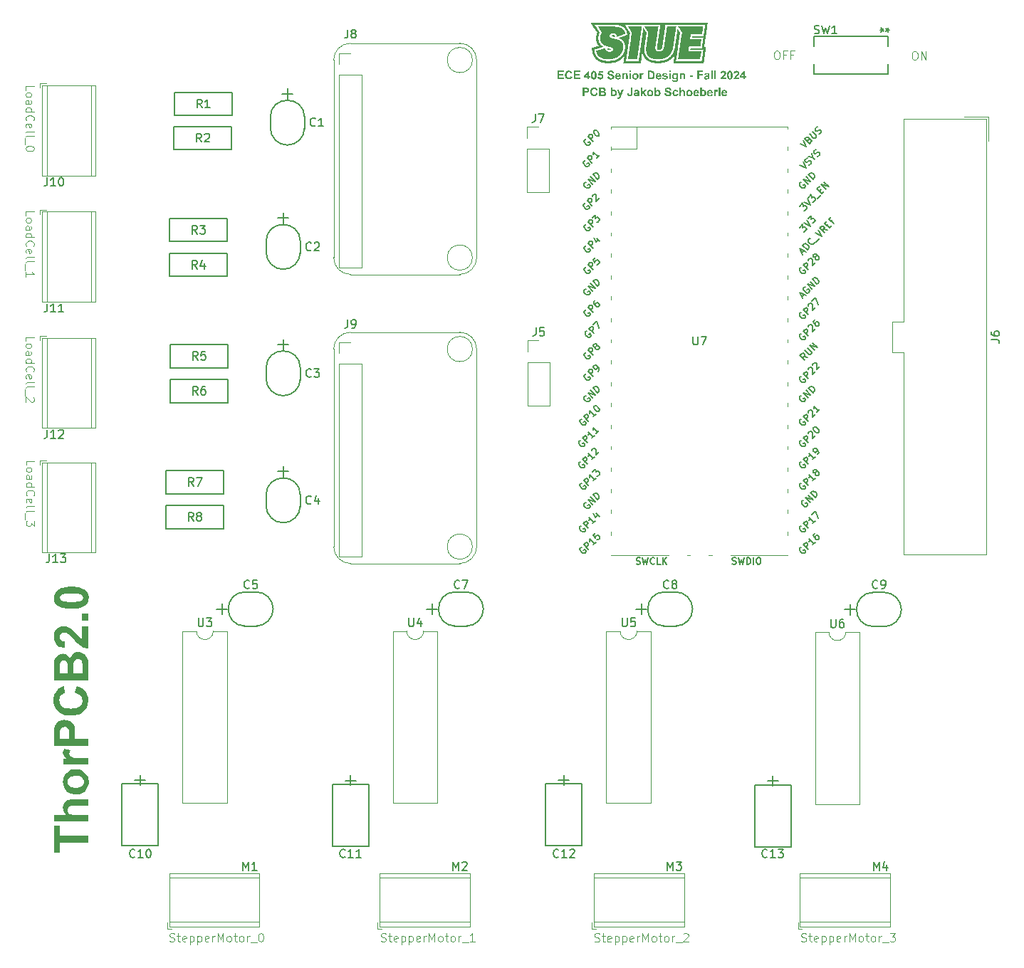
<source format=gbr>
%TF.GenerationSoftware,KiCad,Pcbnew,8.0.0*%
%TF.CreationDate,2024-10-25T13:51:21-05:00*%
%TF.ProjectId,ThorPBC2.0,54686f72-5042-4433-922e-302e6b696361,rev?*%
%TF.SameCoordinates,Original*%
%TF.FileFunction,Legend,Top*%
%TF.FilePolarity,Positive*%
%FSLAX46Y46*%
G04 Gerber Fmt 4.6, Leading zero omitted, Abs format (unit mm)*
G04 Created by KiCad (PCBNEW 8.0.0) date 2024-10-25 13:51:21*
%MOMM*%
%LPD*%
G01*
G04 APERTURE LIST*
%ADD10C,0.100000*%
%ADD11C,0.200000*%
%ADD12C,0.150000*%
%ADD13C,0.120000*%
%ADD14C,0.152400*%
%ADD15C,0.000000*%
G04 APERTURE END LIST*
D10*
X51875227Y-101015032D02*
X51875227Y-100538842D01*
X51875227Y-100538842D02*
X52875227Y-100538842D01*
X51875227Y-101491223D02*
X51922847Y-101395985D01*
X51922847Y-101395985D02*
X51970466Y-101348366D01*
X51970466Y-101348366D02*
X52065704Y-101300747D01*
X52065704Y-101300747D02*
X52351418Y-101300747D01*
X52351418Y-101300747D02*
X52446656Y-101348366D01*
X52446656Y-101348366D02*
X52494275Y-101395985D01*
X52494275Y-101395985D02*
X52541894Y-101491223D01*
X52541894Y-101491223D02*
X52541894Y-101634080D01*
X52541894Y-101634080D02*
X52494275Y-101729318D01*
X52494275Y-101729318D02*
X52446656Y-101776937D01*
X52446656Y-101776937D02*
X52351418Y-101824556D01*
X52351418Y-101824556D02*
X52065704Y-101824556D01*
X52065704Y-101824556D02*
X51970466Y-101776937D01*
X51970466Y-101776937D02*
X51922847Y-101729318D01*
X51922847Y-101729318D02*
X51875227Y-101634080D01*
X51875227Y-101634080D02*
X51875227Y-101491223D01*
X51875227Y-102681699D02*
X52399037Y-102681699D01*
X52399037Y-102681699D02*
X52494275Y-102634080D01*
X52494275Y-102634080D02*
X52541894Y-102538842D01*
X52541894Y-102538842D02*
X52541894Y-102348366D01*
X52541894Y-102348366D02*
X52494275Y-102253128D01*
X51922847Y-102681699D02*
X51875227Y-102586461D01*
X51875227Y-102586461D02*
X51875227Y-102348366D01*
X51875227Y-102348366D02*
X51922847Y-102253128D01*
X51922847Y-102253128D02*
X52018085Y-102205509D01*
X52018085Y-102205509D02*
X52113323Y-102205509D01*
X52113323Y-102205509D02*
X52208561Y-102253128D01*
X52208561Y-102253128D02*
X52256180Y-102348366D01*
X52256180Y-102348366D02*
X52256180Y-102586461D01*
X52256180Y-102586461D02*
X52303799Y-102681699D01*
X51875227Y-103586461D02*
X52875227Y-103586461D01*
X51922847Y-103586461D02*
X51875227Y-103491223D01*
X51875227Y-103491223D02*
X51875227Y-103300747D01*
X51875227Y-103300747D02*
X51922847Y-103205509D01*
X51922847Y-103205509D02*
X51970466Y-103157890D01*
X51970466Y-103157890D02*
X52065704Y-103110271D01*
X52065704Y-103110271D02*
X52351418Y-103110271D01*
X52351418Y-103110271D02*
X52446656Y-103157890D01*
X52446656Y-103157890D02*
X52494275Y-103205509D01*
X52494275Y-103205509D02*
X52541894Y-103300747D01*
X52541894Y-103300747D02*
X52541894Y-103491223D01*
X52541894Y-103491223D02*
X52494275Y-103586461D01*
X51970466Y-104634080D02*
X51922847Y-104586461D01*
X51922847Y-104586461D02*
X51875227Y-104443604D01*
X51875227Y-104443604D02*
X51875227Y-104348366D01*
X51875227Y-104348366D02*
X51922847Y-104205509D01*
X51922847Y-104205509D02*
X52018085Y-104110271D01*
X52018085Y-104110271D02*
X52113323Y-104062652D01*
X52113323Y-104062652D02*
X52303799Y-104015033D01*
X52303799Y-104015033D02*
X52446656Y-104015033D01*
X52446656Y-104015033D02*
X52637132Y-104062652D01*
X52637132Y-104062652D02*
X52732370Y-104110271D01*
X52732370Y-104110271D02*
X52827608Y-104205509D01*
X52827608Y-104205509D02*
X52875227Y-104348366D01*
X52875227Y-104348366D02*
X52875227Y-104443604D01*
X52875227Y-104443604D02*
X52827608Y-104586461D01*
X52827608Y-104586461D02*
X52779989Y-104634080D01*
X51922847Y-105443604D02*
X51875227Y-105348366D01*
X51875227Y-105348366D02*
X51875227Y-105157890D01*
X51875227Y-105157890D02*
X51922847Y-105062652D01*
X51922847Y-105062652D02*
X52018085Y-105015033D01*
X52018085Y-105015033D02*
X52399037Y-105015033D01*
X52399037Y-105015033D02*
X52494275Y-105062652D01*
X52494275Y-105062652D02*
X52541894Y-105157890D01*
X52541894Y-105157890D02*
X52541894Y-105348366D01*
X52541894Y-105348366D02*
X52494275Y-105443604D01*
X52494275Y-105443604D02*
X52399037Y-105491223D01*
X52399037Y-105491223D02*
X52303799Y-105491223D01*
X52303799Y-105491223D02*
X52208561Y-105015033D01*
X51875227Y-106062652D02*
X51922847Y-105967414D01*
X51922847Y-105967414D02*
X52018085Y-105919795D01*
X52018085Y-105919795D02*
X52875227Y-105919795D01*
X51875227Y-106586462D02*
X51922847Y-106491224D01*
X51922847Y-106491224D02*
X52018085Y-106443605D01*
X52018085Y-106443605D02*
X52875227Y-106443605D01*
X51779989Y-106729320D02*
X51779989Y-107491224D01*
X52779989Y-107681701D02*
X52827608Y-107729320D01*
X52827608Y-107729320D02*
X52875227Y-107824558D01*
X52875227Y-107824558D02*
X52875227Y-108062653D01*
X52875227Y-108062653D02*
X52827608Y-108157891D01*
X52827608Y-108157891D02*
X52779989Y-108205510D01*
X52779989Y-108205510D02*
X52684751Y-108253129D01*
X52684751Y-108253129D02*
X52589513Y-108253129D01*
X52589513Y-108253129D02*
X52446656Y-108205510D01*
X52446656Y-108205510D02*
X51875227Y-107634082D01*
X51875227Y-107634082D02*
X51875227Y-108253129D01*
X157494360Y-66535703D02*
X157684836Y-66535703D01*
X157684836Y-66535703D02*
X157780074Y-66583322D01*
X157780074Y-66583322D02*
X157875312Y-66678560D01*
X157875312Y-66678560D02*
X157922931Y-66869036D01*
X157922931Y-66869036D02*
X157922931Y-67202369D01*
X157922931Y-67202369D02*
X157875312Y-67392845D01*
X157875312Y-67392845D02*
X157780074Y-67488084D01*
X157780074Y-67488084D02*
X157684836Y-67535703D01*
X157684836Y-67535703D02*
X157494360Y-67535703D01*
X157494360Y-67535703D02*
X157399122Y-67488084D01*
X157399122Y-67488084D02*
X157303884Y-67392845D01*
X157303884Y-67392845D02*
X157256265Y-67202369D01*
X157256265Y-67202369D02*
X157256265Y-66869036D01*
X157256265Y-66869036D02*
X157303884Y-66678560D01*
X157303884Y-66678560D02*
X157399122Y-66583322D01*
X157399122Y-66583322D02*
X157494360Y-66535703D01*
X158351503Y-67535703D02*
X158351503Y-66535703D01*
X158351503Y-66535703D02*
X158922931Y-67535703D01*
X158922931Y-67535703D02*
X158922931Y-66535703D01*
X68986101Y-172395909D02*
X69128958Y-172443528D01*
X69128958Y-172443528D02*
X69367053Y-172443528D01*
X69367053Y-172443528D02*
X69462291Y-172395909D01*
X69462291Y-172395909D02*
X69509910Y-172348289D01*
X69509910Y-172348289D02*
X69557529Y-172253051D01*
X69557529Y-172253051D02*
X69557529Y-172157813D01*
X69557529Y-172157813D02*
X69509910Y-172062575D01*
X69509910Y-172062575D02*
X69462291Y-172014956D01*
X69462291Y-172014956D02*
X69367053Y-171967337D01*
X69367053Y-171967337D02*
X69176577Y-171919718D01*
X69176577Y-171919718D02*
X69081339Y-171872099D01*
X69081339Y-171872099D02*
X69033720Y-171824480D01*
X69033720Y-171824480D02*
X68986101Y-171729242D01*
X68986101Y-171729242D02*
X68986101Y-171634004D01*
X68986101Y-171634004D02*
X69033720Y-171538766D01*
X69033720Y-171538766D02*
X69081339Y-171491147D01*
X69081339Y-171491147D02*
X69176577Y-171443528D01*
X69176577Y-171443528D02*
X69414672Y-171443528D01*
X69414672Y-171443528D02*
X69557529Y-171491147D01*
X69843244Y-171776861D02*
X70224196Y-171776861D01*
X69986101Y-171443528D02*
X69986101Y-172300670D01*
X69986101Y-172300670D02*
X70033720Y-172395909D01*
X70033720Y-172395909D02*
X70128958Y-172443528D01*
X70128958Y-172443528D02*
X70224196Y-172443528D01*
X70938482Y-172395909D02*
X70843244Y-172443528D01*
X70843244Y-172443528D02*
X70652768Y-172443528D01*
X70652768Y-172443528D02*
X70557530Y-172395909D01*
X70557530Y-172395909D02*
X70509911Y-172300670D01*
X70509911Y-172300670D02*
X70509911Y-171919718D01*
X70509911Y-171919718D02*
X70557530Y-171824480D01*
X70557530Y-171824480D02*
X70652768Y-171776861D01*
X70652768Y-171776861D02*
X70843244Y-171776861D01*
X70843244Y-171776861D02*
X70938482Y-171824480D01*
X70938482Y-171824480D02*
X70986101Y-171919718D01*
X70986101Y-171919718D02*
X70986101Y-172014956D01*
X70986101Y-172014956D02*
X70509911Y-172110194D01*
X71414673Y-171776861D02*
X71414673Y-172776861D01*
X71414673Y-171824480D02*
X71509911Y-171776861D01*
X71509911Y-171776861D02*
X71700387Y-171776861D01*
X71700387Y-171776861D02*
X71795625Y-171824480D01*
X71795625Y-171824480D02*
X71843244Y-171872099D01*
X71843244Y-171872099D02*
X71890863Y-171967337D01*
X71890863Y-171967337D02*
X71890863Y-172253051D01*
X71890863Y-172253051D02*
X71843244Y-172348289D01*
X71843244Y-172348289D02*
X71795625Y-172395909D01*
X71795625Y-172395909D02*
X71700387Y-172443528D01*
X71700387Y-172443528D02*
X71509911Y-172443528D01*
X71509911Y-172443528D02*
X71414673Y-172395909D01*
X72319435Y-171776861D02*
X72319435Y-172776861D01*
X72319435Y-171824480D02*
X72414673Y-171776861D01*
X72414673Y-171776861D02*
X72605149Y-171776861D01*
X72605149Y-171776861D02*
X72700387Y-171824480D01*
X72700387Y-171824480D02*
X72748006Y-171872099D01*
X72748006Y-171872099D02*
X72795625Y-171967337D01*
X72795625Y-171967337D02*
X72795625Y-172253051D01*
X72795625Y-172253051D02*
X72748006Y-172348289D01*
X72748006Y-172348289D02*
X72700387Y-172395909D01*
X72700387Y-172395909D02*
X72605149Y-172443528D01*
X72605149Y-172443528D02*
X72414673Y-172443528D01*
X72414673Y-172443528D02*
X72319435Y-172395909D01*
X73605149Y-172395909D02*
X73509911Y-172443528D01*
X73509911Y-172443528D02*
X73319435Y-172443528D01*
X73319435Y-172443528D02*
X73224197Y-172395909D01*
X73224197Y-172395909D02*
X73176578Y-172300670D01*
X73176578Y-172300670D02*
X73176578Y-171919718D01*
X73176578Y-171919718D02*
X73224197Y-171824480D01*
X73224197Y-171824480D02*
X73319435Y-171776861D01*
X73319435Y-171776861D02*
X73509911Y-171776861D01*
X73509911Y-171776861D02*
X73605149Y-171824480D01*
X73605149Y-171824480D02*
X73652768Y-171919718D01*
X73652768Y-171919718D02*
X73652768Y-172014956D01*
X73652768Y-172014956D02*
X73176578Y-172110194D01*
X74081340Y-172443528D02*
X74081340Y-171776861D01*
X74081340Y-171967337D02*
X74128959Y-171872099D01*
X74128959Y-171872099D02*
X74176578Y-171824480D01*
X74176578Y-171824480D02*
X74271816Y-171776861D01*
X74271816Y-171776861D02*
X74367054Y-171776861D01*
X74700388Y-172443528D02*
X74700388Y-171443528D01*
X74700388Y-171443528D02*
X75033721Y-172157813D01*
X75033721Y-172157813D02*
X75367054Y-171443528D01*
X75367054Y-171443528D02*
X75367054Y-172443528D01*
X75986102Y-172443528D02*
X75890864Y-172395909D01*
X75890864Y-172395909D02*
X75843245Y-172348289D01*
X75843245Y-172348289D02*
X75795626Y-172253051D01*
X75795626Y-172253051D02*
X75795626Y-171967337D01*
X75795626Y-171967337D02*
X75843245Y-171872099D01*
X75843245Y-171872099D02*
X75890864Y-171824480D01*
X75890864Y-171824480D02*
X75986102Y-171776861D01*
X75986102Y-171776861D02*
X76128959Y-171776861D01*
X76128959Y-171776861D02*
X76224197Y-171824480D01*
X76224197Y-171824480D02*
X76271816Y-171872099D01*
X76271816Y-171872099D02*
X76319435Y-171967337D01*
X76319435Y-171967337D02*
X76319435Y-172253051D01*
X76319435Y-172253051D02*
X76271816Y-172348289D01*
X76271816Y-172348289D02*
X76224197Y-172395909D01*
X76224197Y-172395909D02*
X76128959Y-172443528D01*
X76128959Y-172443528D02*
X75986102Y-172443528D01*
X76605150Y-171776861D02*
X76986102Y-171776861D01*
X76748007Y-171443528D02*
X76748007Y-172300670D01*
X76748007Y-172300670D02*
X76795626Y-172395909D01*
X76795626Y-172395909D02*
X76890864Y-172443528D01*
X76890864Y-172443528D02*
X76986102Y-172443528D01*
X77462293Y-172443528D02*
X77367055Y-172395909D01*
X77367055Y-172395909D02*
X77319436Y-172348289D01*
X77319436Y-172348289D02*
X77271817Y-172253051D01*
X77271817Y-172253051D02*
X77271817Y-171967337D01*
X77271817Y-171967337D02*
X77319436Y-171872099D01*
X77319436Y-171872099D02*
X77367055Y-171824480D01*
X77367055Y-171824480D02*
X77462293Y-171776861D01*
X77462293Y-171776861D02*
X77605150Y-171776861D01*
X77605150Y-171776861D02*
X77700388Y-171824480D01*
X77700388Y-171824480D02*
X77748007Y-171872099D01*
X77748007Y-171872099D02*
X77795626Y-171967337D01*
X77795626Y-171967337D02*
X77795626Y-172253051D01*
X77795626Y-172253051D02*
X77748007Y-172348289D01*
X77748007Y-172348289D02*
X77700388Y-172395909D01*
X77700388Y-172395909D02*
X77605150Y-172443528D01*
X77605150Y-172443528D02*
X77462293Y-172443528D01*
X78224198Y-172443528D02*
X78224198Y-171776861D01*
X78224198Y-171967337D02*
X78271817Y-171872099D01*
X78271817Y-171872099D02*
X78319436Y-171824480D01*
X78319436Y-171824480D02*
X78414674Y-171776861D01*
X78414674Y-171776861D02*
X78509912Y-171776861D01*
X78605151Y-172538766D02*
X79367055Y-172538766D01*
X79795627Y-171443528D02*
X79890865Y-171443528D01*
X79890865Y-171443528D02*
X79986103Y-171491147D01*
X79986103Y-171491147D02*
X80033722Y-171538766D01*
X80033722Y-171538766D02*
X80081341Y-171634004D01*
X80081341Y-171634004D02*
X80128960Y-171824480D01*
X80128960Y-171824480D02*
X80128960Y-172062575D01*
X80128960Y-172062575D02*
X80081341Y-172253051D01*
X80081341Y-172253051D02*
X80033722Y-172348289D01*
X80033722Y-172348289D02*
X79986103Y-172395909D01*
X79986103Y-172395909D02*
X79890865Y-172443528D01*
X79890865Y-172443528D02*
X79795627Y-172443528D01*
X79795627Y-172443528D02*
X79700389Y-172395909D01*
X79700389Y-172395909D02*
X79652770Y-172348289D01*
X79652770Y-172348289D02*
X79605151Y-172253051D01*
X79605151Y-172253051D02*
X79557532Y-172062575D01*
X79557532Y-172062575D02*
X79557532Y-171824480D01*
X79557532Y-171824480D02*
X79605151Y-171634004D01*
X79605151Y-171634004D02*
X79652770Y-171538766D01*
X79652770Y-171538766D02*
X79700389Y-171491147D01*
X79700389Y-171491147D02*
X79795627Y-171443528D01*
X51922543Y-115761869D02*
X51922543Y-115285679D01*
X51922543Y-115285679D02*
X52922543Y-115285679D01*
X51922543Y-116238060D02*
X51970163Y-116142822D01*
X51970163Y-116142822D02*
X52017782Y-116095203D01*
X52017782Y-116095203D02*
X52113020Y-116047584D01*
X52113020Y-116047584D02*
X52398734Y-116047584D01*
X52398734Y-116047584D02*
X52493972Y-116095203D01*
X52493972Y-116095203D02*
X52541591Y-116142822D01*
X52541591Y-116142822D02*
X52589210Y-116238060D01*
X52589210Y-116238060D02*
X52589210Y-116380917D01*
X52589210Y-116380917D02*
X52541591Y-116476155D01*
X52541591Y-116476155D02*
X52493972Y-116523774D01*
X52493972Y-116523774D02*
X52398734Y-116571393D01*
X52398734Y-116571393D02*
X52113020Y-116571393D01*
X52113020Y-116571393D02*
X52017782Y-116523774D01*
X52017782Y-116523774D02*
X51970163Y-116476155D01*
X51970163Y-116476155D02*
X51922543Y-116380917D01*
X51922543Y-116380917D02*
X51922543Y-116238060D01*
X51922543Y-117428536D02*
X52446353Y-117428536D01*
X52446353Y-117428536D02*
X52541591Y-117380917D01*
X52541591Y-117380917D02*
X52589210Y-117285679D01*
X52589210Y-117285679D02*
X52589210Y-117095203D01*
X52589210Y-117095203D02*
X52541591Y-116999965D01*
X51970163Y-117428536D02*
X51922543Y-117333298D01*
X51922543Y-117333298D02*
X51922543Y-117095203D01*
X51922543Y-117095203D02*
X51970163Y-116999965D01*
X51970163Y-116999965D02*
X52065401Y-116952346D01*
X52065401Y-116952346D02*
X52160639Y-116952346D01*
X52160639Y-116952346D02*
X52255877Y-116999965D01*
X52255877Y-116999965D02*
X52303496Y-117095203D01*
X52303496Y-117095203D02*
X52303496Y-117333298D01*
X52303496Y-117333298D02*
X52351115Y-117428536D01*
X51922543Y-118333298D02*
X52922543Y-118333298D01*
X51970163Y-118333298D02*
X51922543Y-118238060D01*
X51922543Y-118238060D02*
X51922543Y-118047584D01*
X51922543Y-118047584D02*
X51970163Y-117952346D01*
X51970163Y-117952346D02*
X52017782Y-117904727D01*
X52017782Y-117904727D02*
X52113020Y-117857108D01*
X52113020Y-117857108D02*
X52398734Y-117857108D01*
X52398734Y-117857108D02*
X52493972Y-117904727D01*
X52493972Y-117904727D02*
X52541591Y-117952346D01*
X52541591Y-117952346D02*
X52589210Y-118047584D01*
X52589210Y-118047584D02*
X52589210Y-118238060D01*
X52589210Y-118238060D02*
X52541591Y-118333298D01*
X52017782Y-119380917D02*
X51970163Y-119333298D01*
X51970163Y-119333298D02*
X51922543Y-119190441D01*
X51922543Y-119190441D02*
X51922543Y-119095203D01*
X51922543Y-119095203D02*
X51970163Y-118952346D01*
X51970163Y-118952346D02*
X52065401Y-118857108D01*
X52065401Y-118857108D02*
X52160639Y-118809489D01*
X52160639Y-118809489D02*
X52351115Y-118761870D01*
X52351115Y-118761870D02*
X52493972Y-118761870D01*
X52493972Y-118761870D02*
X52684448Y-118809489D01*
X52684448Y-118809489D02*
X52779686Y-118857108D01*
X52779686Y-118857108D02*
X52874924Y-118952346D01*
X52874924Y-118952346D02*
X52922543Y-119095203D01*
X52922543Y-119095203D02*
X52922543Y-119190441D01*
X52922543Y-119190441D02*
X52874924Y-119333298D01*
X52874924Y-119333298D02*
X52827305Y-119380917D01*
X51970163Y-120190441D02*
X51922543Y-120095203D01*
X51922543Y-120095203D02*
X51922543Y-119904727D01*
X51922543Y-119904727D02*
X51970163Y-119809489D01*
X51970163Y-119809489D02*
X52065401Y-119761870D01*
X52065401Y-119761870D02*
X52446353Y-119761870D01*
X52446353Y-119761870D02*
X52541591Y-119809489D01*
X52541591Y-119809489D02*
X52589210Y-119904727D01*
X52589210Y-119904727D02*
X52589210Y-120095203D01*
X52589210Y-120095203D02*
X52541591Y-120190441D01*
X52541591Y-120190441D02*
X52446353Y-120238060D01*
X52446353Y-120238060D02*
X52351115Y-120238060D01*
X52351115Y-120238060D02*
X52255877Y-119761870D01*
X51922543Y-120809489D02*
X51970163Y-120714251D01*
X51970163Y-120714251D02*
X52065401Y-120666632D01*
X52065401Y-120666632D02*
X52922543Y-120666632D01*
X51922543Y-121333299D02*
X51970163Y-121238061D01*
X51970163Y-121238061D02*
X52065401Y-121190442D01*
X52065401Y-121190442D02*
X52922543Y-121190442D01*
X51827305Y-121476157D02*
X51827305Y-122238061D01*
X52922543Y-122380919D02*
X52922543Y-122999966D01*
X52922543Y-122999966D02*
X52541591Y-122666633D01*
X52541591Y-122666633D02*
X52541591Y-122809490D01*
X52541591Y-122809490D02*
X52493972Y-122904728D01*
X52493972Y-122904728D02*
X52446353Y-122952347D01*
X52446353Y-122952347D02*
X52351115Y-122999966D01*
X52351115Y-122999966D02*
X52113020Y-122999966D01*
X52113020Y-122999966D02*
X52017782Y-122952347D01*
X52017782Y-122952347D02*
X51970163Y-122904728D01*
X51970163Y-122904728D02*
X51922543Y-122809490D01*
X51922543Y-122809490D02*
X51922543Y-122523776D01*
X51922543Y-122523776D02*
X51970163Y-122428538D01*
X51970163Y-122428538D02*
X52017782Y-122380919D01*
X119519647Y-172411681D02*
X119662504Y-172459300D01*
X119662504Y-172459300D02*
X119900599Y-172459300D01*
X119900599Y-172459300D02*
X119995837Y-172411681D01*
X119995837Y-172411681D02*
X120043456Y-172364061D01*
X120043456Y-172364061D02*
X120091075Y-172268823D01*
X120091075Y-172268823D02*
X120091075Y-172173585D01*
X120091075Y-172173585D02*
X120043456Y-172078347D01*
X120043456Y-172078347D02*
X119995837Y-172030728D01*
X119995837Y-172030728D02*
X119900599Y-171983109D01*
X119900599Y-171983109D02*
X119710123Y-171935490D01*
X119710123Y-171935490D02*
X119614885Y-171887871D01*
X119614885Y-171887871D02*
X119567266Y-171840252D01*
X119567266Y-171840252D02*
X119519647Y-171745014D01*
X119519647Y-171745014D02*
X119519647Y-171649776D01*
X119519647Y-171649776D02*
X119567266Y-171554538D01*
X119567266Y-171554538D02*
X119614885Y-171506919D01*
X119614885Y-171506919D02*
X119710123Y-171459300D01*
X119710123Y-171459300D02*
X119948218Y-171459300D01*
X119948218Y-171459300D02*
X120091075Y-171506919D01*
X120376790Y-171792633D02*
X120757742Y-171792633D01*
X120519647Y-171459300D02*
X120519647Y-172316442D01*
X120519647Y-172316442D02*
X120567266Y-172411681D01*
X120567266Y-172411681D02*
X120662504Y-172459300D01*
X120662504Y-172459300D02*
X120757742Y-172459300D01*
X121472028Y-172411681D02*
X121376790Y-172459300D01*
X121376790Y-172459300D02*
X121186314Y-172459300D01*
X121186314Y-172459300D02*
X121091076Y-172411681D01*
X121091076Y-172411681D02*
X121043457Y-172316442D01*
X121043457Y-172316442D02*
X121043457Y-171935490D01*
X121043457Y-171935490D02*
X121091076Y-171840252D01*
X121091076Y-171840252D02*
X121186314Y-171792633D01*
X121186314Y-171792633D02*
X121376790Y-171792633D01*
X121376790Y-171792633D02*
X121472028Y-171840252D01*
X121472028Y-171840252D02*
X121519647Y-171935490D01*
X121519647Y-171935490D02*
X121519647Y-172030728D01*
X121519647Y-172030728D02*
X121043457Y-172125966D01*
X121948219Y-171792633D02*
X121948219Y-172792633D01*
X121948219Y-171840252D02*
X122043457Y-171792633D01*
X122043457Y-171792633D02*
X122233933Y-171792633D01*
X122233933Y-171792633D02*
X122329171Y-171840252D01*
X122329171Y-171840252D02*
X122376790Y-171887871D01*
X122376790Y-171887871D02*
X122424409Y-171983109D01*
X122424409Y-171983109D02*
X122424409Y-172268823D01*
X122424409Y-172268823D02*
X122376790Y-172364061D01*
X122376790Y-172364061D02*
X122329171Y-172411681D01*
X122329171Y-172411681D02*
X122233933Y-172459300D01*
X122233933Y-172459300D02*
X122043457Y-172459300D01*
X122043457Y-172459300D02*
X121948219Y-172411681D01*
X122852981Y-171792633D02*
X122852981Y-172792633D01*
X122852981Y-171840252D02*
X122948219Y-171792633D01*
X122948219Y-171792633D02*
X123138695Y-171792633D01*
X123138695Y-171792633D02*
X123233933Y-171840252D01*
X123233933Y-171840252D02*
X123281552Y-171887871D01*
X123281552Y-171887871D02*
X123329171Y-171983109D01*
X123329171Y-171983109D02*
X123329171Y-172268823D01*
X123329171Y-172268823D02*
X123281552Y-172364061D01*
X123281552Y-172364061D02*
X123233933Y-172411681D01*
X123233933Y-172411681D02*
X123138695Y-172459300D01*
X123138695Y-172459300D02*
X122948219Y-172459300D01*
X122948219Y-172459300D02*
X122852981Y-172411681D01*
X124138695Y-172411681D02*
X124043457Y-172459300D01*
X124043457Y-172459300D02*
X123852981Y-172459300D01*
X123852981Y-172459300D02*
X123757743Y-172411681D01*
X123757743Y-172411681D02*
X123710124Y-172316442D01*
X123710124Y-172316442D02*
X123710124Y-171935490D01*
X123710124Y-171935490D02*
X123757743Y-171840252D01*
X123757743Y-171840252D02*
X123852981Y-171792633D01*
X123852981Y-171792633D02*
X124043457Y-171792633D01*
X124043457Y-171792633D02*
X124138695Y-171840252D01*
X124138695Y-171840252D02*
X124186314Y-171935490D01*
X124186314Y-171935490D02*
X124186314Y-172030728D01*
X124186314Y-172030728D02*
X123710124Y-172125966D01*
X124614886Y-172459300D02*
X124614886Y-171792633D01*
X124614886Y-171983109D02*
X124662505Y-171887871D01*
X124662505Y-171887871D02*
X124710124Y-171840252D01*
X124710124Y-171840252D02*
X124805362Y-171792633D01*
X124805362Y-171792633D02*
X124900600Y-171792633D01*
X125233934Y-172459300D02*
X125233934Y-171459300D01*
X125233934Y-171459300D02*
X125567267Y-172173585D01*
X125567267Y-172173585D02*
X125900600Y-171459300D01*
X125900600Y-171459300D02*
X125900600Y-172459300D01*
X126519648Y-172459300D02*
X126424410Y-172411681D01*
X126424410Y-172411681D02*
X126376791Y-172364061D01*
X126376791Y-172364061D02*
X126329172Y-172268823D01*
X126329172Y-172268823D02*
X126329172Y-171983109D01*
X126329172Y-171983109D02*
X126376791Y-171887871D01*
X126376791Y-171887871D02*
X126424410Y-171840252D01*
X126424410Y-171840252D02*
X126519648Y-171792633D01*
X126519648Y-171792633D02*
X126662505Y-171792633D01*
X126662505Y-171792633D02*
X126757743Y-171840252D01*
X126757743Y-171840252D02*
X126805362Y-171887871D01*
X126805362Y-171887871D02*
X126852981Y-171983109D01*
X126852981Y-171983109D02*
X126852981Y-172268823D01*
X126852981Y-172268823D02*
X126805362Y-172364061D01*
X126805362Y-172364061D02*
X126757743Y-172411681D01*
X126757743Y-172411681D02*
X126662505Y-172459300D01*
X126662505Y-172459300D02*
X126519648Y-172459300D01*
X127138696Y-171792633D02*
X127519648Y-171792633D01*
X127281553Y-171459300D02*
X127281553Y-172316442D01*
X127281553Y-172316442D02*
X127329172Y-172411681D01*
X127329172Y-172411681D02*
X127424410Y-172459300D01*
X127424410Y-172459300D02*
X127519648Y-172459300D01*
X127995839Y-172459300D02*
X127900601Y-172411681D01*
X127900601Y-172411681D02*
X127852982Y-172364061D01*
X127852982Y-172364061D02*
X127805363Y-172268823D01*
X127805363Y-172268823D02*
X127805363Y-171983109D01*
X127805363Y-171983109D02*
X127852982Y-171887871D01*
X127852982Y-171887871D02*
X127900601Y-171840252D01*
X127900601Y-171840252D02*
X127995839Y-171792633D01*
X127995839Y-171792633D02*
X128138696Y-171792633D01*
X128138696Y-171792633D02*
X128233934Y-171840252D01*
X128233934Y-171840252D02*
X128281553Y-171887871D01*
X128281553Y-171887871D02*
X128329172Y-171983109D01*
X128329172Y-171983109D02*
X128329172Y-172268823D01*
X128329172Y-172268823D02*
X128281553Y-172364061D01*
X128281553Y-172364061D02*
X128233934Y-172411681D01*
X128233934Y-172411681D02*
X128138696Y-172459300D01*
X128138696Y-172459300D02*
X127995839Y-172459300D01*
X128757744Y-172459300D02*
X128757744Y-171792633D01*
X128757744Y-171983109D02*
X128805363Y-171887871D01*
X128805363Y-171887871D02*
X128852982Y-171840252D01*
X128852982Y-171840252D02*
X128948220Y-171792633D01*
X128948220Y-171792633D02*
X129043458Y-171792633D01*
X129138697Y-172554538D02*
X129900601Y-172554538D01*
X130091078Y-171554538D02*
X130138697Y-171506919D01*
X130138697Y-171506919D02*
X130233935Y-171459300D01*
X130233935Y-171459300D02*
X130472030Y-171459300D01*
X130472030Y-171459300D02*
X130567268Y-171506919D01*
X130567268Y-171506919D02*
X130614887Y-171554538D01*
X130614887Y-171554538D02*
X130662506Y-171649776D01*
X130662506Y-171649776D02*
X130662506Y-171745014D01*
X130662506Y-171745014D02*
X130614887Y-171887871D01*
X130614887Y-171887871D02*
X130043459Y-172459300D01*
X130043459Y-172459300D02*
X130662506Y-172459300D01*
X51875227Y-71158602D02*
X51875227Y-70682412D01*
X51875227Y-70682412D02*
X52875227Y-70682412D01*
X51875227Y-71634793D02*
X51922847Y-71539555D01*
X51922847Y-71539555D02*
X51970466Y-71491936D01*
X51970466Y-71491936D02*
X52065704Y-71444317D01*
X52065704Y-71444317D02*
X52351418Y-71444317D01*
X52351418Y-71444317D02*
X52446656Y-71491936D01*
X52446656Y-71491936D02*
X52494275Y-71539555D01*
X52494275Y-71539555D02*
X52541894Y-71634793D01*
X52541894Y-71634793D02*
X52541894Y-71777650D01*
X52541894Y-71777650D02*
X52494275Y-71872888D01*
X52494275Y-71872888D02*
X52446656Y-71920507D01*
X52446656Y-71920507D02*
X52351418Y-71968126D01*
X52351418Y-71968126D02*
X52065704Y-71968126D01*
X52065704Y-71968126D02*
X51970466Y-71920507D01*
X51970466Y-71920507D02*
X51922847Y-71872888D01*
X51922847Y-71872888D02*
X51875227Y-71777650D01*
X51875227Y-71777650D02*
X51875227Y-71634793D01*
X51875227Y-72825269D02*
X52399037Y-72825269D01*
X52399037Y-72825269D02*
X52494275Y-72777650D01*
X52494275Y-72777650D02*
X52541894Y-72682412D01*
X52541894Y-72682412D02*
X52541894Y-72491936D01*
X52541894Y-72491936D02*
X52494275Y-72396698D01*
X51922847Y-72825269D02*
X51875227Y-72730031D01*
X51875227Y-72730031D02*
X51875227Y-72491936D01*
X51875227Y-72491936D02*
X51922847Y-72396698D01*
X51922847Y-72396698D02*
X52018085Y-72349079D01*
X52018085Y-72349079D02*
X52113323Y-72349079D01*
X52113323Y-72349079D02*
X52208561Y-72396698D01*
X52208561Y-72396698D02*
X52256180Y-72491936D01*
X52256180Y-72491936D02*
X52256180Y-72730031D01*
X52256180Y-72730031D02*
X52303799Y-72825269D01*
X51875227Y-73730031D02*
X52875227Y-73730031D01*
X51922847Y-73730031D02*
X51875227Y-73634793D01*
X51875227Y-73634793D02*
X51875227Y-73444317D01*
X51875227Y-73444317D02*
X51922847Y-73349079D01*
X51922847Y-73349079D02*
X51970466Y-73301460D01*
X51970466Y-73301460D02*
X52065704Y-73253841D01*
X52065704Y-73253841D02*
X52351418Y-73253841D01*
X52351418Y-73253841D02*
X52446656Y-73301460D01*
X52446656Y-73301460D02*
X52494275Y-73349079D01*
X52494275Y-73349079D02*
X52541894Y-73444317D01*
X52541894Y-73444317D02*
X52541894Y-73634793D01*
X52541894Y-73634793D02*
X52494275Y-73730031D01*
X51970466Y-74777650D02*
X51922847Y-74730031D01*
X51922847Y-74730031D02*
X51875227Y-74587174D01*
X51875227Y-74587174D02*
X51875227Y-74491936D01*
X51875227Y-74491936D02*
X51922847Y-74349079D01*
X51922847Y-74349079D02*
X52018085Y-74253841D01*
X52018085Y-74253841D02*
X52113323Y-74206222D01*
X52113323Y-74206222D02*
X52303799Y-74158603D01*
X52303799Y-74158603D02*
X52446656Y-74158603D01*
X52446656Y-74158603D02*
X52637132Y-74206222D01*
X52637132Y-74206222D02*
X52732370Y-74253841D01*
X52732370Y-74253841D02*
X52827608Y-74349079D01*
X52827608Y-74349079D02*
X52875227Y-74491936D01*
X52875227Y-74491936D02*
X52875227Y-74587174D01*
X52875227Y-74587174D02*
X52827608Y-74730031D01*
X52827608Y-74730031D02*
X52779989Y-74777650D01*
X51922847Y-75587174D02*
X51875227Y-75491936D01*
X51875227Y-75491936D02*
X51875227Y-75301460D01*
X51875227Y-75301460D02*
X51922847Y-75206222D01*
X51922847Y-75206222D02*
X52018085Y-75158603D01*
X52018085Y-75158603D02*
X52399037Y-75158603D01*
X52399037Y-75158603D02*
X52494275Y-75206222D01*
X52494275Y-75206222D02*
X52541894Y-75301460D01*
X52541894Y-75301460D02*
X52541894Y-75491936D01*
X52541894Y-75491936D02*
X52494275Y-75587174D01*
X52494275Y-75587174D02*
X52399037Y-75634793D01*
X52399037Y-75634793D02*
X52303799Y-75634793D01*
X52303799Y-75634793D02*
X52208561Y-75158603D01*
X51875227Y-76206222D02*
X51922847Y-76110984D01*
X51922847Y-76110984D02*
X52018085Y-76063365D01*
X52018085Y-76063365D02*
X52875227Y-76063365D01*
X51875227Y-76730032D02*
X51922847Y-76634794D01*
X51922847Y-76634794D02*
X52018085Y-76587175D01*
X52018085Y-76587175D02*
X52875227Y-76587175D01*
X51779989Y-76872890D02*
X51779989Y-77634794D01*
X52875227Y-78063366D02*
X52875227Y-78158604D01*
X52875227Y-78158604D02*
X52827608Y-78253842D01*
X52827608Y-78253842D02*
X52779989Y-78301461D01*
X52779989Y-78301461D02*
X52684751Y-78349080D01*
X52684751Y-78349080D02*
X52494275Y-78396699D01*
X52494275Y-78396699D02*
X52256180Y-78396699D01*
X52256180Y-78396699D02*
X52065704Y-78349080D01*
X52065704Y-78349080D02*
X51970466Y-78301461D01*
X51970466Y-78301461D02*
X51922847Y-78253842D01*
X51922847Y-78253842D02*
X51875227Y-78158604D01*
X51875227Y-78158604D02*
X51875227Y-78063366D01*
X51875227Y-78063366D02*
X51922847Y-77968128D01*
X51922847Y-77968128D02*
X51970466Y-77920509D01*
X51970466Y-77920509D02*
X52065704Y-77872890D01*
X52065704Y-77872890D02*
X52256180Y-77825271D01*
X52256180Y-77825271D02*
X52494275Y-77825271D01*
X52494275Y-77825271D02*
X52684751Y-77872890D01*
X52684751Y-77872890D02*
X52779989Y-77920509D01*
X52779989Y-77920509D02*
X52827608Y-77968128D01*
X52827608Y-77968128D02*
X52875227Y-78063366D01*
X51890999Y-86094703D02*
X51890999Y-85618513D01*
X51890999Y-85618513D02*
X52890999Y-85618513D01*
X51890999Y-86570894D02*
X51938619Y-86475656D01*
X51938619Y-86475656D02*
X51986238Y-86428037D01*
X51986238Y-86428037D02*
X52081476Y-86380418D01*
X52081476Y-86380418D02*
X52367190Y-86380418D01*
X52367190Y-86380418D02*
X52462428Y-86428037D01*
X52462428Y-86428037D02*
X52510047Y-86475656D01*
X52510047Y-86475656D02*
X52557666Y-86570894D01*
X52557666Y-86570894D02*
X52557666Y-86713751D01*
X52557666Y-86713751D02*
X52510047Y-86808989D01*
X52510047Y-86808989D02*
X52462428Y-86856608D01*
X52462428Y-86856608D02*
X52367190Y-86904227D01*
X52367190Y-86904227D02*
X52081476Y-86904227D01*
X52081476Y-86904227D02*
X51986238Y-86856608D01*
X51986238Y-86856608D02*
X51938619Y-86808989D01*
X51938619Y-86808989D02*
X51890999Y-86713751D01*
X51890999Y-86713751D02*
X51890999Y-86570894D01*
X51890999Y-87761370D02*
X52414809Y-87761370D01*
X52414809Y-87761370D02*
X52510047Y-87713751D01*
X52510047Y-87713751D02*
X52557666Y-87618513D01*
X52557666Y-87618513D02*
X52557666Y-87428037D01*
X52557666Y-87428037D02*
X52510047Y-87332799D01*
X51938619Y-87761370D02*
X51890999Y-87666132D01*
X51890999Y-87666132D02*
X51890999Y-87428037D01*
X51890999Y-87428037D02*
X51938619Y-87332799D01*
X51938619Y-87332799D02*
X52033857Y-87285180D01*
X52033857Y-87285180D02*
X52129095Y-87285180D01*
X52129095Y-87285180D02*
X52224333Y-87332799D01*
X52224333Y-87332799D02*
X52271952Y-87428037D01*
X52271952Y-87428037D02*
X52271952Y-87666132D01*
X52271952Y-87666132D02*
X52319571Y-87761370D01*
X51890999Y-88666132D02*
X52890999Y-88666132D01*
X51938619Y-88666132D02*
X51890999Y-88570894D01*
X51890999Y-88570894D02*
X51890999Y-88380418D01*
X51890999Y-88380418D02*
X51938619Y-88285180D01*
X51938619Y-88285180D02*
X51986238Y-88237561D01*
X51986238Y-88237561D02*
X52081476Y-88189942D01*
X52081476Y-88189942D02*
X52367190Y-88189942D01*
X52367190Y-88189942D02*
X52462428Y-88237561D01*
X52462428Y-88237561D02*
X52510047Y-88285180D01*
X52510047Y-88285180D02*
X52557666Y-88380418D01*
X52557666Y-88380418D02*
X52557666Y-88570894D01*
X52557666Y-88570894D02*
X52510047Y-88666132D01*
X51986238Y-89713751D02*
X51938619Y-89666132D01*
X51938619Y-89666132D02*
X51890999Y-89523275D01*
X51890999Y-89523275D02*
X51890999Y-89428037D01*
X51890999Y-89428037D02*
X51938619Y-89285180D01*
X51938619Y-89285180D02*
X52033857Y-89189942D01*
X52033857Y-89189942D02*
X52129095Y-89142323D01*
X52129095Y-89142323D02*
X52319571Y-89094704D01*
X52319571Y-89094704D02*
X52462428Y-89094704D01*
X52462428Y-89094704D02*
X52652904Y-89142323D01*
X52652904Y-89142323D02*
X52748142Y-89189942D01*
X52748142Y-89189942D02*
X52843380Y-89285180D01*
X52843380Y-89285180D02*
X52890999Y-89428037D01*
X52890999Y-89428037D02*
X52890999Y-89523275D01*
X52890999Y-89523275D02*
X52843380Y-89666132D01*
X52843380Y-89666132D02*
X52795761Y-89713751D01*
X51938619Y-90523275D02*
X51890999Y-90428037D01*
X51890999Y-90428037D02*
X51890999Y-90237561D01*
X51890999Y-90237561D02*
X51938619Y-90142323D01*
X51938619Y-90142323D02*
X52033857Y-90094704D01*
X52033857Y-90094704D02*
X52414809Y-90094704D01*
X52414809Y-90094704D02*
X52510047Y-90142323D01*
X52510047Y-90142323D02*
X52557666Y-90237561D01*
X52557666Y-90237561D02*
X52557666Y-90428037D01*
X52557666Y-90428037D02*
X52510047Y-90523275D01*
X52510047Y-90523275D02*
X52414809Y-90570894D01*
X52414809Y-90570894D02*
X52319571Y-90570894D01*
X52319571Y-90570894D02*
X52224333Y-90094704D01*
X51890999Y-91142323D02*
X51938619Y-91047085D01*
X51938619Y-91047085D02*
X52033857Y-90999466D01*
X52033857Y-90999466D02*
X52890999Y-90999466D01*
X51890999Y-91666133D02*
X51938619Y-91570895D01*
X51938619Y-91570895D02*
X52033857Y-91523276D01*
X52033857Y-91523276D02*
X52890999Y-91523276D01*
X51795761Y-91808991D02*
X51795761Y-92570895D01*
X51890999Y-93332800D02*
X51890999Y-92761372D01*
X51890999Y-93047086D02*
X52890999Y-93047086D01*
X52890999Y-93047086D02*
X52748142Y-92951848D01*
X52748142Y-92951848D02*
X52652904Y-92856610D01*
X52652904Y-92856610D02*
X52605285Y-92761372D01*
D11*
G36*
X118483493Y-70855595D02*
G01*
X118540966Y-70857015D01*
X118596515Y-70860017D01*
X118649731Y-70866006D01*
X118670446Y-70870368D01*
X118716977Y-70887220D01*
X118759026Y-70912494D01*
X118796593Y-70946193D01*
X118815526Y-70968554D01*
X118843744Y-71014641D01*
X118861074Y-71061478D01*
X118871107Y-71113841D01*
X118873900Y-71164192D01*
X118871234Y-71213806D01*
X118862018Y-71263494D01*
X118844276Y-71311540D01*
X118840195Y-71319531D01*
X118812374Y-71362979D01*
X118776499Y-71401444D01*
X118754710Y-71418449D01*
X118712317Y-71443630D01*
X118665941Y-71461823D01*
X118649197Y-71466077D01*
X118597338Y-71473676D01*
X118546681Y-71477729D01*
X118495669Y-71479797D01*
X118438415Y-71480487D01*
X118305792Y-71480487D01*
X118305792Y-71871276D01*
X118102337Y-71871276D01*
X118102337Y-71027172D01*
X118305792Y-71027172D01*
X118305792Y-71308540D01*
X118417166Y-71308540D01*
X118472274Y-71307578D01*
X118522372Y-71304197D01*
X118572499Y-71295016D01*
X118577878Y-71293153D01*
X118621689Y-71266744D01*
X118641381Y-71244304D01*
X118661111Y-71198585D01*
X118664340Y-71167123D01*
X118656280Y-71117847D01*
X118632100Y-71077975D01*
X118592951Y-71048050D01*
X118550279Y-71034011D01*
X118500007Y-71029102D01*
X118448545Y-71027499D01*
X118403977Y-71027172D01*
X118305792Y-71027172D01*
X118102337Y-71027172D01*
X118102337Y-70855225D01*
X118428646Y-70855225D01*
X118483493Y-70855595D01*
G37*
G36*
X119679658Y-71480487D02*
G01*
X119876762Y-71543013D01*
X119861098Y-71592974D01*
X119842501Y-71638750D01*
X119816311Y-71688154D01*
X119785897Y-71731531D01*
X119751259Y-71768881D01*
X119725819Y-71790431D01*
X119684343Y-71817906D01*
X119638865Y-71839696D01*
X119589386Y-71855801D01*
X119535905Y-71866223D01*
X119478423Y-71870960D01*
X119458374Y-71871276D01*
X119409357Y-71869154D01*
X119351221Y-71860534D01*
X119296566Y-71845283D01*
X119245395Y-71823401D01*
X119197705Y-71794889D01*
X119153498Y-71759745D01*
X119128646Y-71735476D01*
X119091494Y-71690606D01*
X119060639Y-71640871D01*
X119036081Y-71586269D01*
X119020969Y-71539084D01*
X119009886Y-71488785D01*
X119002834Y-71435373D01*
X118999811Y-71378846D01*
X118999685Y-71364227D01*
X119001712Y-71303686D01*
X119007791Y-71246624D01*
X119017924Y-71193044D01*
X119032109Y-71142943D01*
X119050347Y-71096323D01*
X119078844Y-71042943D01*
X119113673Y-70995001D01*
X119129378Y-70977347D01*
X119171975Y-70937662D01*
X119218556Y-70904704D01*
X119269119Y-70878471D01*
X119323666Y-70858965D01*
X119382196Y-70846185D01*
X119431888Y-70840804D01*
X119470830Y-70839594D01*
X119526909Y-70842420D01*
X119579590Y-70850899D01*
X119628871Y-70865032D01*
X119674754Y-70884817D01*
X119717237Y-70910255D01*
X119756322Y-70941346D01*
X119771004Y-70955365D01*
X119803183Y-70993406D01*
X119831088Y-71038896D01*
X119851999Y-71084811D01*
X119869637Y-71136429D01*
X119874075Y-71152225D01*
X119672819Y-71183488D01*
X119655972Y-71132701D01*
X119629947Y-71089821D01*
X119598325Y-71057703D01*
X119556482Y-71031421D01*
X119508867Y-71016049D01*
X119460572Y-71011541D01*
X119407266Y-71016517D01*
X119359211Y-71031446D01*
X119316407Y-71056329D01*
X119278855Y-71091164D01*
X119248401Y-71137158D01*
X119228891Y-71187546D01*
X119217471Y-71238270D01*
X119210945Y-71295949D01*
X119209246Y-71349329D01*
X119210921Y-71405822D01*
X119215948Y-71456996D01*
X119226404Y-71511384D01*
X119241685Y-71558112D01*
X119265613Y-71602948D01*
X119277878Y-71618973D01*
X119314774Y-71654128D01*
X119356830Y-71679240D01*
X119404045Y-71694306D01*
X119456420Y-71699329D01*
X119509484Y-71693095D01*
X119557180Y-71674393D01*
X119595882Y-71646572D01*
X119629146Y-71607684D01*
X119653577Y-71562570D01*
X119670915Y-71514423D01*
X119679658Y-71480487D01*
G37*
G36*
X120498121Y-70855716D02*
G01*
X120547385Y-70857479D01*
X120598276Y-70861486D01*
X120626831Y-70865483D01*
X120675952Y-70878500D01*
X120720304Y-70900025D01*
X120732100Y-70907737D01*
X120769713Y-70939848D01*
X120801343Y-70980186D01*
X120809281Y-70993222D01*
X120829364Y-71038661D01*
X120839209Y-71088452D01*
X120840300Y-71112901D01*
X120834941Y-71165108D01*
X120818867Y-71214018D01*
X120802198Y-71244793D01*
X120769809Y-71285631D01*
X120729795Y-71318020D01*
X120698883Y-71334918D01*
X120747297Y-71353025D01*
X120793159Y-71380169D01*
X120830673Y-71414706D01*
X120840300Y-71426509D01*
X120866446Y-71469180D01*
X120882908Y-71516288D01*
X120889687Y-71567831D01*
X120889881Y-71578673D01*
X120885381Y-71629815D01*
X120871883Y-71679926D01*
X120857885Y-71712762D01*
X120830625Y-71757813D01*
X120796840Y-71795514D01*
X120770690Y-71816565D01*
X120725650Y-71841501D01*
X120677967Y-71856996D01*
X120634403Y-71864437D01*
X120582506Y-71867669D01*
X120531809Y-71869245D01*
X120477416Y-71870299D01*
X120424374Y-71870966D01*
X120389183Y-71871276D01*
X120046266Y-71871276D01*
X120046266Y-71433592D01*
X120249476Y-71433592D01*
X120249476Y-71699329D01*
X120437787Y-71699329D01*
X120487720Y-71698947D01*
X120539976Y-71697176D01*
X120577250Y-71693222D01*
X120625170Y-71675385D01*
X120651011Y-71653655D01*
X120674872Y-71608663D01*
X120679588Y-71569147D01*
X120671838Y-71520892D01*
X120657606Y-71493432D01*
X120620340Y-71459762D01*
X120594103Y-71448003D01*
X120544283Y-71438673D01*
X120490949Y-71435000D01*
X120438808Y-71433719D01*
X120413607Y-71433592D01*
X120249476Y-71433592D01*
X120046266Y-71433592D01*
X120046266Y-71027172D01*
X120249476Y-71027172D01*
X120249476Y-71261645D01*
X120382833Y-71261645D01*
X120436566Y-71261432D01*
X120487933Y-71260563D01*
X120530355Y-71258226D01*
X120579548Y-71244792D01*
X120612421Y-71221834D01*
X120637505Y-71179443D01*
X120642463Y-71142699D01*
X120633336Y-71093007D01*
X120616573Y-71066251D01*
X120574689Y-71038583D01*
X120540125Y-71030592D01*
X120486831Y-71028137D01*
X120430949Y-71027386D01*
X120375089Y-71027176D01*
X120366224Y-71027172D01*
X120249476Y-71027172D01*
X120046266Y-71027172D01*
X120046266Y-70855225D01*
X120448778Y-70855225D01*
X120498121Y-70855716D01*
G37*
G36*
X121627983Y-71222566D02*
G01*
X121662656Y-71188037D01*
X121706016Y-71156781D01*
X121752508Y-71135250D01*
X121802133Y-71123442D01*
X121839497Y-71120961D01*
X121895632Y-71125601D01*
X121947348Y-71139521D01*
X121994647Y-71162721D01*
X122037528Y-71195200D01*
X122060048Y-71217926D01*
X122089681Y-71257259D01*
X122113183Y-71302533D01*
X122130553Y-71353750D01*
X122141793Y-71410908D01*
X122146477Y-71463079D01*
X122147243Y-71496363D01*
X122145073Y-71552882D01*
X122138561Y-71605203D01*
X122127708Y-71653327D01*
X122108955Y-71705534D01*
X122083951Y-71751696D01*
X122058339Y-71785546D01*
X122023660Y-71819993D01*
X121979816Y-71851173D01*
X121932325Y-71872653D01*
X121881187Y-71884432D01*
X121842428Y-71886907D01*
X121791908Y-71881828D01*
X121741952Y-71866591D01*
X121719085Y-71856132D01*
X121675843Y-71828758D01*
X121637340Y-71792797D01*
X121614305Y-71764053D01*
X121614305Y-71871276D01*
X121435031Y-71871276D01*
X121435031Y-71490012D01*
X121626517Y-71490012D01*
X121628224Y-71538988D01*
X121634353Y-71587718D01*
X121648282Y-71637769D01*
X121662177Y-71665623D01*
X121693067Y-71704585D01*
X121733463Y-71732921D01*
X121785281Y-71745908D01*
X121795533Y-71746223D01*
X121844382Y-71736791D01*
X121886943Y-71708493D01*
X121904466Y-71689070D01*
X121930052Y-71641846D01*
X121943087Y-71591659D01*
X121948704Y-71538323D01*
X121949406Y-71508575D01*
X121947232Y-71454794D01*
X121939424Y-71401889D01*
X121923852Y-71353282D01*
X121903977Y-71319775D01*
X121866482Y-71284352D01*
X121817723Y-71264427D01*
X121787962Y-71261645D01*
X121739201Y-71269614D01*
X121693741Y-71296231D01*
X121672435Y-71318310D01*
X121646292Y-71364054D01*
X121632974Y-71411828D01*
X121627235Y-71462111D01*
X121626517Y-71490012D01*
X121435031Y-71490012D01*
X121435031Y-70855225D01*
X121627983Y-70855225D01*
X121627983Y-71222566D01*
G37*
G36*
X122206594Y-71136593D02*
G01*
X122412002Y-71136593D01*
X122586636Y-71656830D01*
X122756873Y-71136593D01*
X122956908Y-71136593D01*
X122699232Y-71844653D01*
X122653314Y-71979964D01*
X122633038Y-72024977D01*
X122607619Y-72069365D01*
X122604710Y-72073509D01*
X122571631Y-72110564D01*
X122551953Y-72125777D01*
X122506848Y-72148276D01*
X122478436Y-72157040D01*
X122428814Y-72165806D01*
X122379762Y-72168275D01*
X122328038Y-72165913D01*
X122277280Y-72158829D01*
X122270586Y-72157528D01*
X122253489Y-72017577D01*
X122301737Y-72025674D01*
X122335310Y-72027591D01*
X122384119Y-72020295D01*
X122426111Y-71993744D01*
X122434717Y-71983383D01*
X122460195Y-71940287D01*
X122478580Y-71891980D01*
X122484298Y-71871276D01*
X122206594Y-71136593D01*
G37*
G36*
X123830321Y-70855225D02*
G01*
X124033042Y-70855225D01*
X124033042Y-71497340D01*
X124031990Y-71549684D01*
X124028212Y-71602666D01*
X124020677Y-71653548D01*
X124011060Y-71691024D01*
X123990630Y-71738133D01*
X123962589Y-71779716D01*
X123926935Y-71815773D01*
X123903838Y-71833418D01*
X123856246Y-71859274D01*
X123807390Y-71875154D01*
X123752366Y-71884348D01*
X123699162Y-71886907D01*
X123645621Y-71883979D01*
X123596924Y-71875195D01*
X123546230Y-71857545D01*
X123502129Y-71831925D01*
X123469574Y-71803620D01*
X123438228Y-71763347D01*
X123414503Y-71715617D01*
X123400232Y-71668771D01*
X123391559Y-71616447D01*
X123388485Y-71558645D01*
X123580216Y-71543013D01*
X123584760Y-71595115D01*
X123596888Y-71644562D01*
X123605617Y-71662204D01*
X123641060Y-71698268D01*
X123689686Y-71714136D01*
X123706001Y-71714960D01*
X123754599Y-71708511D01*
X123796372Y-71682865D01*
X123801988Y-71675881D01*
X123820332Y-71630024D01*
X123828079Y-71575823D01*
X123830293Y-71520613D01*
X123830321Y-71512971D01*
X123830321Y-70855225D01*
G37*
G36*
X124582703Y-71122434D02*
G01*
X124635929Y-71127723D01*
X124685918Y-71138272D01*
X124721563Y-71151736D01*
X124763717Y-71177153D01*
X124799528Y-71212709D01*
X124810467Y-71229894D01*
X124826244Y-71276411D01*
X124833298Y-71325949D01*
X124836129Y-71380526D01*
X124836357Y-71403550D01*
X124834159Y-71630208D01*
X124834893Y-71680594D01*
X124837784Y-71731263D01*
X124843440Y-71772846D01*
X124856751Y-71820412D01*
X124876550Y-71868000D01*
X124878122Y-71871276D01*
X124687369Y-71871276D01*
X124672157Y-71823568D01*
X124668806Y-71811680D01*
X124661967Y-71787989D01*
X124623820Y-71821671D01*
X124580323Y-71850254D01*
X124555966Y-71862239D01*
X124509033Y-71878210D01*
X124459521Y-71886040D01*
X124435799Y-71886907D01*
X124382477Y-71883030D01*
X124329607Y-71869398D01*
X124284272Y-71845952D01*
X124258234Y-71824869D01*
X124226828Y-71787365D01*
X124203988Y-71739575D01*
X124194281Y-71691059D01*
X124193265Y-71667821D01*
X124194878Y-71651701D01*
X124386461Y-71651701D01*
X124400776Y-71699799D01*
X124416748Y-71718379D01*
X124460998Y-71742308D01*
X124493684Y-71746223D01*
X124544731Y-71738102D01*
X124590369Y-71715737D01*
X124593335Y-71713739D01*
X124627644Y-71678400D01*
X124639253Y-71653167D01*
X124645930Y-71604090D01*
X124646824Y-71563774D01*
X124646824Y-71527382D01*
X124598892Y-71540265D01*
X124548757Y-71551451D01*
X124529344Y-71555469D01*
X124480679Y-71566494D01*
X124433388Y-71582324D01*
X124424319Y-71587221D01*
X124391785Y-71624315D01*
X124386461Y-71651701D01*
X124194878Y-71651701D01*
X124198143Y-71619078D01*
X124214305Y-71571633D01*
X124222819Y-71555958D01*
X124253213Y-71517229D01*
X124292676Y-71487383D01*
X124305617Y-71480487D01*
X124352180Y-71461814D01*
X124401109Y-71447670D01*
X124453018Y-71436041D01*
X124459246Y-71434814D01*
X124514470Y-71423662D01*
X124567853Y-71411347D01*
X124615500Y-71398040D01*
X124646824Y-71386698D01*
X124646824Y-71366914D01*
X124639924Y-71318188D01*
X124619225Y-71285825D01*
X124572994Y-71266274D01*
X124520381Y-71261669D01*
X124515666Y-71261645D01*
X124464799Y-71268214D01*
X124435066Y-71282406D01*
X124403333Y-71320664D01*
X124388415Y-71355435D01*
X124213293Y-71324172D01*
X124230726Y-71275750D01*
X124256688Y-71229305D01*
X124289373Y-71191361D01*
X124314898Y-71170787D01*
X124361090Y-71146701D01*
X124411427Y-71131909D01*
X124462635Y-71124076D01*
X124511848Y-71121156D01*
X124529344Y-71120961D01*
X124582703Y-71122434D01*
G37*
G36*
X125015875Y-71871276D02*
G01*
X125015875Y-70855225D01*
X125209071Y-70855225D01*
X125209071Y-71395246D01*
X125434996Y-71136593D01*
X125672644Y-71136593D01*
X125423272Y-71405260D01*
X125690474Y-71871276D01*
X125482379Y-71871276D01*
X125298953Y-71539838D01*
X125209071Y-71636070D01*
X125209071Y-71871276D01*
X125015875Y-71871276D01*
G37*
G36*
X126182842Y-71123597D02*
G01*
X126239330Y-71133718D01*
X126291612Y-71151429D01*
X126339686Y-71176731D01*
X126383552Y-71209624D01*
X126403907Y-71228917D01*
X126439848Y-71271409D01*
X126468353Y-71317920D01*
X126489422Y-71368450D01*
X126503055Y-71422998D01*
X126508735Y-71471525D01*
X126509665Y-71501980D01*
X126507053Y-71552499D01*
X126497024Y-71609468D01*
X126479472Y-71662454D01*
X126454399Y-71711455D01*
X126421804Y-71756472D01*
X126402686Y-71777486D01*
X126360720Y-71814672D01*
X126314873Y-71844165D01*
X126265145Y-71865963D01*
X126211536Y-71880068D01*
X126154045Y-71886480D01*
X126134019Y-71886907D01*
X126084407Y-71884068D01*
X126035956Y-71875550D01*
X125988664Y-71861353D01*
X125942533Y-71841478D01*
X125899821Y-71816000D01*
X125858266Y-71781025D01*
X125823588Y-71739364D01*
X125804291Y-71707877D01*
X125783561Y-71661517D01*
X125768754Y-71610363D01*
X125760656Y-71561672D01*
X125757093Y-71509310D01*
X125757029Y-71503934D01*
X125954745Y-71503934D01*
X125957966Y-71559240D01*
X125967629Y-71607676D01*
X125986199Y-71653956D01*
X126006280Y-71683941D01*
X126044539Y-71719401D01*
X126092727Y-71741297D01*
X126133286Y-71746223D01*
X126182287Y-71738864D01*
X126229158Y-71714048D01*
X126259804Y-71683941D01*
X126286852Y-71639353D01*
X126302630Y-71589801D01*
X126309843Y-71538262D01*
X126311095Y-71502469D01*
X126307889Y-71447819D01*
X126298272Y-71399887D01*
X126279790Y-71353991D01*
X126259804Y-71324172D01*
X126221823Y-71288573D01*
X126173807Y-71266591D01*
X126133286Y-71261645D01*
X126084228Y-71269034D01*
X126037162Y-71293946D01*
X126006280Y-71324172D01*
X125979103Y-71368488D01*
X125963250Y-71417591D01*
X125956003Y-71468569D01*
X125954745Y-71503934D01*
X125757029Y-71503934D01*
X125756908Y-71493676D01*
X125760656Y-71439773D01*
X125771900Y-71386875D01*
X125788188Y-71340698D01*
X125804291Y-71306586D01*
X125830456Y-71264073D01*
X125865803Y-71222631D01*
X125907409Y-71187952D01*
X125938625Y-71168589D01*
X125983352Y-71147752D01*
X126030582Y-71132868D01*
X126080316Y-71123938D01*
X126132554Y-71120961D01*
X126182842Y-71123597D01*
G37*
G36*
X126841102Y-71222566D02*
G01*
X126875775Y-71188037D01*
X126919135Y-71156781D01*
X126965628Y-71135250D01*
X127015252Y-71123442D01*
X127052616Y-71120961D01*
X127108751Y-71125601D01*
X127160468Y-71139521D01*
X127207767Y-71162721D01*
X127250648Y-71195200D01*
X127273168Y-71217926D01*
X127302800Y-71257259D01*
X127326302Y-71302533D01*
X127343673Y-71353750D01*
X127354913Y-71410908D01*
X127359596Y-71463079D01*
X127360362Y-71496363D01*
X127358192Y-71552882D01*
X127351680Y-71605203D01*
X127340828Y-71653327D01*
X127322074Y-71705534D01*
X127297070Y-71751696D01*
X127271458Y-71785546D01*
X127236779Y-71819993D01*
X127192935Y-71851173D01*
X127145444Y-71872653D01*
X127094307Y-71884432D01*
X127055547Y-71886907D01*
X127005027Y-71881828D01*
X126955071Y-71866591D01*
X126932205Y-71856132D01*
X126888962Y-71828758D01*
X126850460Y-71792797D01*
X126827424Y-71764053D01*
X126827424Y-71871276D01*
X126648150Y-71871276D01*
X126648150Y-71490012D01*
X126839637Y-71490012D01*
X126841343Y-71538988D01*
X126847472Y-71587718D01*
X126861401Y-71637769D01*
X126875296Y-71665623D01*
X126906187Y-71704585D01*
X126946582Y-71732921D01*
X126998400Y-71745908D01*
X127008653Y-71746223D01*
X127057502Y-71736791D01*
X127100062Y-71708493D01*
X127117585Y-71689070D01*
X127143171Y-71641846D01*
X127156206Y-71591659D01*
X127161823Y-71538323D01*
X127162526Y-71508575D01*
X127160352Y-71454794D01*
X127152544Y-71401889D01*
X127136972Y-71353282D01*
X127117096Y-71319775D01*
X127079601Y-71284352D01*
X127030842Y-71264427D01*
X127001081Y-71261645D01*
X126952320Y-71269614D01*
X126906860Y-71296231D01*
X126885554Y-71318310D01*
X126859412Y-71364054D01*
X126846094Y-71411828D01*
X126840354Y-71462111D01*
X126839637Y-71490012D01*
X126648150Y-71490012D01*
X126648150Y-70855225D01*
X126841102Y-70855225D01*
X126841102Y-71222566D01*
G37*
G36*
X127849825Y-71543013D02*
G01*
X128047662Y-71527382D01*
X128060589Y-71577729D01*
X128081750Y-71624155D01*
X128113292Y-71663652D01*
X128119958Y-71669531D01*
X128162073Y-71695395D01*
X128213194Y-71710524D01*
X128267480Y-71714960D01*
X128318884Y-71711734D01*
X128367027Y-71700581D01*
X128412330Y-71676681D01*
X128415491Y-71674172D01*
X128449552Y-71635650D01*
X128464879Y-71588566D01*
X128465317Y-71578428D01*
X128452497Y-71529884D01*
X128444312Y-71518589D01*
X128403385Y-71488946D01*
X128371284Y-71475602D01*
X128322430Y-71460656D01*
X128272608Y-71446998D01*
X128223893Y-71434186D01*
X128208374Y-71430173D01*
X128159691Y-71416680D01*
X128107553Y-71399323D01*
X128062266Y-71380696D01*
X128018093Y-71357358D01*
X127979030Y-71328568D01*
X127942865Y-71290045D01*
X127915584Y-71247992D01*
X127897184Y-71202409D01*
X127887667Y-71153297D01*
X127886217Y-71123648D01*
X127891354Y-71071434D01*
X127906766Y-71021586D01*
X127929692Y-70978324D01*
X127960762Y-70939059D01*
X127999321Y-70906138D01*
X128045369Y-70879563D01*
X128055478Y-70875009D01*
X128104443Y-70857889D01*
X128152444Y-70847375D01*
X128204659Y-70841288D01*
X128253803Y-70839594D01*
X128310742Y-70841675D01*
X128363101Y-70847918D01*
X128410881Y-70858323D01*
X128462172Y-70876304D01*
X128506869Y-70900278D01*
X128539078Y-70924834D01*
X128576713Y-70964850D01*
X128605630Y-71010313D01*
X128625827Y-71061221D01*
X128636200Y-71109192D01*
X128639951Y-71152225D01*
X128436496Y-71152225D01*
X128422563Y-71101930D01*
X128395629Y-71058272D01*
X128380565Y-71044513D01*
X128334723Y-71021973D01*
X128282333Y-71012700D01*
X128251605Y-71011541D01*
X128200065Y-71015023D01*
X128151968Y-71026898D01*
X128112875Y-71047200D01*
X128083185Y-71088279D01*
X128080635Y-71108749D01*
X128097670Y-71155507D01*
X128110921Y-71168589D01*
X128155171Y-71193055D01*
X128201882Y-71210091D01*
X128254050Y-71225473D01*
X128297766Y-71236733D01*
X128350732Y-71250340D01*
X128398253Y-71264050D01*
X128446814Y-71280175D01*
X128493240Y-71298776D01*
X128517341Y-71310494D01*
X128558733Y-71336698D01*
X128597268Y-71371748D01*
X128628471Y-71413320D01*
X128651416Y-71461762D01*
X128664009Y-71512060D01*
X128668614Y-71562428D01*
X128668771Y-71574276D01*
X128664072Y-71627547D01*
X128649976Y-71678671D01*
X128626482Y-71727648D01*
X128620655Y-71737186D01*
X128590441Y-71776822D01*
X128553929Y-71810276D01*
X128511118Y-71837547D01*
X128484612Y-71850026D01*
X128437947Y-71866162D01*
X128385877Y-71877687D01*
X128335883Y-71883990D01*
X128281752Y-71886763D01*
X128265526Y-71886907D01*
X128208004Y-71884766D01*
X128154811Y-71878344D01*
X128105947Y-71867641D01*
X128053024Y-71849145D01*
X128006336Y-71824484D01*
X127972191Y-71799224D01*
X127936708Y-71763426D01*
X127907012Y-71721978D01*
X127883104Y-71674880D01*
X127864983Y-71622133D01*
X127854304Y-71573860D01*
X127849825Y-71543013D01*
G37*
G36*
X129469155Y-71339803D02*
G01*
X129278890Y-71371066D01*
X129263197Y-71323378D01*
X129235170Y-71289245D01*
X129190563Y-71266928D01*
X129146999Y-71261645D01*
X129097047Y-71269133D01*
X129052158Y-71294143D01*
X129031960Y-71314890D01*
X129007487Y-71359952D01*
X128995019Y-71409401D01*
X128989645Y-71462859D01*
X128988974Y-71492943D01*
X128990502Y-71542108D01*
X128996149Y-71592238D01*
X129007697Y-71639999D01*
X129029774Y-71685404D01*
X129032449Y-71689070D01*
X129069429Y-71723898D01*
X129114789Y-71742651D01*
X129149685Y-71746223D01*
X129199633Y-71738346D01*
X129239567Y-71714716D01*
X129267978Y-71674913D01*
X129284138Y-71628620D01*
X129289148Y-71605539D01*
X129478681Y-71636802D01*
X129463156Y-71688080D01*
X129442443Y-71733561D01*
X129412416Y-71778440D01*
X129375612Y-71815748D01*
X129365352Y-71823892D01*
X129319892Y-71851461D01*
X129274255Y-71869123D01*
X129223147Y-71880753D01*
X129166570Y-71886353D01*
X129140648Y-71886907D01*
X129082932Y-71883344D01*
X129029766Y-71872653D01*
X128981151Y-71854836D01*
X128937087Y-71829892D01*
X128897574Y-71797820D01*
X128885415Y-71785546D01*
X128853126Y-71744714D01*
X128827518Y-71698420D01*
X128808590Y-71646666D01*
X128796342Y-71589450D01*
X128791239Y-71537598D01*
X128790404Y-71504667D01*
X128792736Y-71449919D01*
X128799730Y-71399094D01*
X128814279Y-71343284D01*
X128835542Y-71293123D01*
X128863521Y-71248613D01*
X128885903Y-71222078D01*
X128924085Y-71187714D01*
X128967007Y-71160460D01*
X129014669Y-71140316D01*
X129067070Y-71127281D01*
X129124212Y-71121356D01*
X129144312Y-71120961D01*
X129199942Y-71123556D01*
X129250360Y-71131340D01*
X129301598Y-71146590D01*
X129346027Y-71168617D01*
X129356071Y-71175183D01*
X129396812Y-71210028D01*
X129427156Y-71248527D01*
X129451973Y-71294109D01*
X129469155Y-71339803D01*
G37*
G36*
X129804012Y-70855225D02*
G01*
X129804012Y-71225009D01*
X129840288Y-71189649D01*
X129885865Y-71157642D01*
X129934949Y-71135593D01*
X129987539Y-71123502D01*
X130027250Y-71120961D01*
X130079249Y-71125073D01*
X130126895Y-71137408D01*
X130147418Y-71145874D01*
X130191768Y-71172235D01*
X130226297Y-71206979D01*
X130228018Y-71209377D01*
X130251998Y-71252792D01*
X130265143Y-71295107D01*
X130271988Y-71346097D01*
X130274677Y-71400132D01*
X130275157Y-71440920D01*
X130275157Y-71871276D01*
X130082205Y-71871276D01*
X130082205Y-71478533D01*
X130081518Y-71425487D01*
X130078727Y-71374162D01*
X130071214Y-71330278D01*
X130043754Y-71288948D01*
X130032379Y-71280208D01*
X129985162Y-71263114D01*
X129962770Y-71261645D01*
X129911885Y-71269219D01*
X129876796Y-71285581D01*
X129840621Y-71319885D01*
X129821353Y-71357144D01*
X129809499Y-71407821D01*
X129804842Y-71459970D01*
X129804012Y-71498805D01*
X129804012Y-71871276D01*
X129611060Y-71871276D01*
X129611060Y-70855225D01*
X129804012Y-70855225D01*
G37*
G36*
X130847880Y-71123597D02*
G01*
X130904369Y-71133718D01*
X130956650Y-71151429D01*
X131004724Y-71176731D01*
X131048590Y-71209624D01*
X131068946Y-71228917D01*
X131104887Y-71271409D01*
X131133392Y-71317920D01*
X131154460Y-71368450D01*
X131168093Y-71422998D01*
X131173773Y-71471525D01*
X131174703Y-71501980D01*
X131172091Y-71552499D01*
X131162062Y-71609468D01*
X131144511Y-71662454D01*
X131119438Y-71711455D01*
X131086843Y-71756472D01*
X131067725Y-71777486D01*
X131025759Y-71814672D01*
X130979912Y-71844165D01*
X130930183Y-71865963D01*
X130876574Y-71880068D01*
X130819083Y-71886480D01*
X130799057Y-71886907D01*
X130749446Y-71884068D01*
X130700994Y-71875550D01*
X130653702Y-71861353D01*
X130607571Y-71841478D01*
X130564859Y-71816000D01*
X130523304Y-71781025D01*
X130488627Y-71739364D01*
X130469330Y-71707877D01*
X130448599Y-71661517D01*
X130433792Y-71610363D01*
X130425695Y-71561672D01*
X130422132Y-71509310D01*
X130422068Y-71503934D01*
X130619783Y-71503934D01*
X130623004Y-71559240D01*
X130632667Y-71607676D01*
X130651238Y-71653956D01*
X130671318Y-71683941D01*
X130709577Y-71719401D01*
X130757766Y-71741297D01*
X130798325Y-71746223D01*
X130847325Y-71738864D01*
X130894197Y-71714048D01*
X130924842Y-71683941D01*
X130951890Y-71639353D01*
X130967668Y-71589801D01*
X130974881Y-71538262D01*
X130976133Y-71502469D01*
X130972928Y-71447819D01*
X130963311Y-71399887D01*
X130944828Y-71353991D01*
X130924842Y-71324172D01*
X130886862Y-71288573D01*
X130838845Y-71266591D01*
X130798325Y-71261645D01*
X130749267Y-71269034D01*
X130702200Y-71293946D01*
X130671318Y-71324172D01*
X130644142Y-71368488D01*
X130628288Y-71417591D01*
X130621041Y-71468569D01*
X130619783Y-71503934D01*
X130422068Y-71503934D01*
X130421946Y-71493676D01*
X130425695Y-71439773D01*
X130436939Y-71386875D01*
X130453227Y-71340698D01*
X130469330Y-71306586D01*
X130495494Y-71264073D01*
X130530841Y-71222631D01*
X130572448Y-71187952D01*
X130603663Y-71168589D01*
X130648390Y-71147752D01*
X130695621Y-71132868D01*
X130745355Y-71123938D01*
X130797592Y-71120961D01*
X130847880Y-71123597D01*
G37*
G36*
X131648843Y-71123591D02*
G01*
X131703408Y-71133689D01*
X131753148Y-71151360D01*
X131798062Y-71176605D01*
X131838150Y-71209423D01*
X131856385Y-71228673D01*
X131888278Y-71273091D01*
X131913251Y-71325564D01*
X131928775Y-71375445D01*
X131939493Y-71430918D01*
X131945405Y-71491985D01*
X131946674Y-71544865D01*
X131946510Y-71558645D01*
X131462909Y-71558645D01*
X131468305Y-71610346D01*
X131483882Y-71658291D01*
X131509560Y-71696886D01*
X131549504Y-71728830D01*
X131596703Y-71744489D01*
X131620935Y-71746223D01*
X131669511Y-71738388D01*
X131696894Y-71723997D01*
X131729752Y-71685624D01*
X131743789Y-71652434D01*
X131936252Y-71683697D01*
X131915003Y-71730439D01*
X131884675Y-71775944D01*
X131847546Y-71813953D01*
X131819016Y-71835128D01*
X131770902Y-71860158D01*
X131722783Y-71875530D01*
X131669626Y-71884429D01*
X131618981Y-71886907D01*
X131561867Y-71883860D01*
X131509596Y-71874719D01*
X131462167Y-71859483D01*
X131411643Y-71833157D01*
X131368091Y-71798054D01*
X131337124Y-71762099D01*
X131309050Y-71715787D01*
X131287870Y-71664472D01*
X131275205Y-71616507D01*
X131267606Y-71564867D01*
X131265073Y-71509552D01*
X131267386Y-71454545D01*
X131270230Y-71433592D01*
X131466329Y-71433592D01*
X131754780Y-71433592D01*
X131749718Y-71384887D01*
X131733507Y-71336893D01*
X131711549Y-71305609D01*
X131672019Y-71275556D01*
X131622091Y-71262032D01*
X131611165Y-71261645D01*
X131560188Y-71270481D01*
X131517532Y-71296988D01*
X131506873Y-71307807D01*
X131480269Y-71350954D01*
X131468019Y-71400442D01*
X131466329Y-71433592D01*
X131270230Y-71433592D01*
X131274327Y-71403402D01*
X131288764Y-71347130D01*
X131309865Y-71296423D01*
X131337628Y-71251280D01*
X131359839Y-71224276D01*
X131397145Y-71189165D01*
X131437989Y-71161319D01*
X131482371Y-71140737D01*
X131530290Y-71127419D01*
X131581747Y-71121365D01*
X131599685Y-71120961D01*
X131648843Y-71123591D01*
G37*
G36*
X132284787Y-71222566D02*
G01*
X132319460Y-71188037D01*
X132362820Y-71156781D01*
X132409312Y-71135250D01*
X132458937Y-71123442D01*
X132496301Y-71120961D01*
X132552436Y-71125601D01*
X132604152Y-71139521D01*
X132651451Y-71162721D01*
X132694332Y-71195200D01*
X132716852Y-71217926D01*
X132746485Y-71257259D01*
X132769987Y-71302533D01*
X132787357Y-71353750D01*
X132798597Y-71410908D01*
X132803281Y-71463079D01*
X132804047Y-71496363D01*
X132801876Y-71552882D01*
X132795365Y-71605203D01*
X132784512Y-71653327D01*
X132765759Y-71705534D01*
X132740755Y-71751696D01*
X132715143Y-71785546D01*
X132680464Y-71819993D01*
X132636619Y-71851173D01*
X132589129Y-71872653D01*
X132537991Y-71884432D01*
X132499232Y-71886907D01*
X132448712Y-71881828D01*
X132398756Y-71866591D01*
X132375889Y-71856132D01*
X132332647Y-71828758D01*
X132294144Y-71792797D01*
X132271109Y-71764053D01*
X132271109Y-71871276D01*
X132091835Y-71871276D01*
X132091835Y-71490012D01*
X132283321Y-71490012D01*
X132285028Y-71538988D01*
X132291157Y-71587718D01*
X132305086Y-71637769D01*
X132318981Y-71665623D01*
X132349871Y-71704585D01*
X132390267Y-71732921D01*
X132442085Y-71745908D01*
X132452337Y-71746223D01*
X132501186Y-71736791D01*
X132543747Y-71708493D01*
X132561270Y-71689070D01*
X132586856Y-71641846D01*
X132599890Y-71591659D01*
X132605508Y-71538323D01*
X132606210Y-71508575D01*
X132604036Y-71454794D01*
X132596228Y-71401889D01*
X132580656Y-71353282D01*
X132560781Y-71319775D01*
X132523286Y-71284352D01*
X132474527Y-71264427D01*
X132444766Y-71261645D01*
X132396005Y-71269614D01*
X132350545Y-71296231D01*
X132329239Y-71318310D01*
X132303096Y-71364054D01*
X132289778Y-71411828D01*
X132284039Y-71462111D01*
X132283321Y-71490012D01*
X132091835Y-71490012D01*
X132091835Y-70855225D01*
X132284787Y-70855225D01*
X132284787Y-71222566D01*
G37*
G36*
X133282339Y-71123591D02*
G01*
X133336904Y-71133689D01*
X133386644Y-71151360D01*
X133431558Y-71176605D01*
X133471646Y-71209423D01*
X133489881Y-71228673D01*
X133521775Y-71273091D01*
X133546747Y-71325564D01*
X133562271Y-71375445D01*
X133572989Y-71430918D01*
X133578901Y-71491985D01*
X133580170Y-71544865D01*
X133580006Y-71558645D01*
X133096406Y-71558645D01*
X133101801Y-71610346D01*
X133117378Y-71658291D01*
X133143056Y-71696886D01*
X133183000Y-71728830D01*
X133230199Y-71744489D01*
X133254431Y-71746223D01*
X133303008Y-71738388D01*
X133330390Y-71723997D01*
X133363249Y-71685624D01*
X133377285Y-71652434D01*
X133569748Y-71683697D01*
X133548499Y-71730439D01*
X133518171Y-71775944D01*
X133481042Y-71813953D01*
X133452512Y-71835128D01*
X133404398Y-71860158D01*
X133356279Y-71875530D01*
X133303122Y-71884429D01*
X133252477Y-71886907D01*
X133195364Y-71883860D01*
X133143092Y-71874719D01*
X133095663Y-71859483D01*
X133045139Y-71833157D01*
X133001587Y-71798054D01*
X132970621Y-71762099D01*
X132942546Y-71715787D01*
X132921367Y-71664472D01*
X132908701Y-71616507D01*
X132901102Y-71564867D01*
X132898569Y-71509552D01*
X132900883Y-71454545D01*
X132903726Y-71433592D01*
X133099825Y-71433592D01*
X133388276Y-71433592D01*
X133383214Y-71384887D01*
X133367003Y-71336893D01*
X133345045Y-71305609D01*
X133305515Y-71275556D01*
X133255587Y-71262032D01*
X133244661Y-71261645D01*
X133193684Y-71270481D01*
X133151028Y-71296988D01*
X133140369Y-71307807D01*
X133113765Y-71350954D01*
X133101515Y-71400442D01*
X133099825Y-71433592D01*
X132903726Y-71433592D01*
X132907823Y-71403402D01*
X132922260Y-71347130D01*
X132943361Y-71296423D01*
X132971124Y-71251280D01*
X132993335Y-71224276D01*
X133030641Y-71189165D01*
X133071485Y-71161319D01*
X133115867Y-71140737D01*
X133163786Y-71127419D01*
X133215243Y-71121365D01*
X133233182Y-71120961D01*
X133282339Y-71123591D01*
G37*
G36*
X133918283Y-71871276D02*
G01*
X133725331Y-71871276D01*
X133725331Y-71136593D01*
X133904605Y-71136593D01*
X133904605Y-71240396D01*
X133932397Y-71199385D01*
X133965817Y-71160834D01*
X133987159Y-71143920D01*
X134034485Y-71124751D01*
X134070935Y-71120961D01*
X134119707Y-71126526D01*
X134167105Y-71143218D01*
X134197941Y-71160529D01*
X134138101Y-71340292D01*
X134093862Y-71317501D01*
X134047487Y-71308540D01*
X133999532Y-71318007D01*
X133978611Y-71330522D01*
X133948176Y-71371833D01*
X133934403Y-71409901D01*
X133925225Y-71464057D01*
X133921368Y-71513997D01*
X133919290Y-71566384D01*
X133918425Y-71616796D01*
X133918283Y-71649991D01*
X133918283Y-71871276D01*
G37*
G36*
X134277564Y-71871276D02*
G01*
X134277564Y-70855225D01*
X134470760Y-70855225D01*
X134470760Y-71871276D01*
X134277564Y-71871276D01*
G37*
G36*
X134993993Y-71123591D02*
G01*
X135048558Y-71133689D01*
X135098298Y-71151360D01*
X135143212Y-71176605D01*
X135183300Y-71209423D01*
X135201535Y-71228673D01*
X135233428Y-71273091D01*
X135258401Y-71325564D01*
X135273925Y-71375445D01*
X135284643Y-71430918D01*
X135290555Y-71491985D01*
X135291824Y-71544865D01*
X135291660Y-71558645D01*
X134808060Y-71558645D01*
X134813455Y-71610346D01*
X134829032Y-71658291D01*
X134854710Y-71696886D01*
X134894654Y-71728830D01*
X134941853Y-71744489D01*
X134966085Y-71746223D01*
X135014662Y-71738388D01*
X135042044Y-71723997D01*
X135074902Y-71685624D01*
X135088939Y-71652434D01*
X135281402Y-71683697D01*
X135260153Y-71730439D01*
X135229825Y-71775944D01*
X135192696Y-71813953D01*
X135164166Y-71835128D01*
X135116052Y-71860158D01*
X135067933Y-71875530D01*
X135014776Y-71884429D01*
X134964131Y-71886907D01*
X134907017Y-71883860D01*
X134854746Y-71874719D01*
X134807317Y-71859483D01*
X134756793Y-71833157D01*
X134713241Y-71798054D01*
X134682274Y-71762099D01*
X134654200Y-71715787D01*
X134633020Y-71664472D01*
X134620355Y-71616507D01*
X134612756Y-71564867D01*
X134610223Y-71509552D01*
X134612536Y-71454545D01*
X134615380Y-71433592D01*
X134811479Y-71433592D01*
X135099930Y-71433592D01*
X135094868Y-71384887D01*
X135078657Y-71336893D01*
X135056699Y-71305609D01*
X135017169Y-71275556D01*
X134967241Y-71262032D01*
X134956315Y-71261645D01*
X134905338Y-71270481D01*
X134862682Y-71296988D01*
X134852023Y-71307807D01*
X134825419Y-71350954D01*
X134813169Y-71400442D01*
X134811479Y-71433592D01*
X134615380Y-71433592D01*
X134619477Y-71403402D01*
X134633914Y-71347130D01*
X134655015Y-71296423D01*
X134682778Y-71251280D01*
X134704989Y-71224276D01*
X134742295Y-71189165D01*
X134783139Y-71161319D01*
X134827521Y-71140737D01*
X134875440Y-71127419D01*
X134926897Y-71121365D01*
X134944836Y-71120961D01*
X134993993Y-71123591D01*
G37*
D10*
X141103937Y-66488387D02*
X141294413Y-66488387D01*
X141294413Y-66488387D02*
X141389651Y-66536006D01*
X141389651Y-66536006D02*
X141484889Y-66631244D01*
X141484889Y-66631244D02*
X141532508Y-66821720D01*
X141532508Y-66821720D02*
X141532508Y-67155053D01*
X141532508Y-67155053D02*
X141484889Y-67345529D01*
X141484889Y-67345529D02*
X141389651Y-67440768D01*
X141389651Y-67440768D02*
X141294413Y-67488387D01*
X141294413Y-67488387D02*
X141103937Y-67488387D01*
X141103937Y-67488387D02*
X141008699Y-67440768D01*
X141008699Y-67440768D02*
X140913461Y-67345529D01*
X140913461Y-67345529D02*
X140865842Y-67155053D01*
X140865842Y-67155053D02*
X140865842Y-66821720D01*
X140865842Y-66821720D02*
X140913461Y-66631244D01*
X140913461Y-66631244D02*
X141008699Y-66536006D01*
X141008699Y-66536006D02*
X141103937Y-66488387D01*
X142294413Y-66964577D02*
X141961080Y-66964577D01*
X141961080Y-67488387D02*
X141961080Y-66488387D01*
X141961080Y-66488387D02*
X142437270Y-66488387D01*
X143151556Y-66964577D02*
X142818223Y-66964577D01*
X142818223Y-67488387D02*
X142818223Y-66488387D01*
X142818223Y-66488387D02*
X143294413Y-66488387D01*
D11*
G36*
X59320000Y-160684019D02*
G01*
X55943586Y-160684019D01*
X55943586Y-161878855D01*
X55255799Y-161878855D01*
X55255799Y-158678297D01*
X55943586Y-158678297D01*
X55943586Y-159870202D01*
X59320000Y-159870202D01*
X59320000Y-160684019D01*
G37*
G36*
X55255799Y-157407257D02*
G01*
X56734933Y-157407257D01*
X56593494Y-157262154D01*
X56465467Y-157079844D01*
X56377270Y-156883509D01*
X56328904Y-156673149D01*
X56318743Y-156514305D01*
X56335190Y-156306308D01*
X56384529Y-156115724D01*
X56418394Y-156033635D01*
X56523839Y-155856235D01*
X56662813Y-155718115D01*
X56672407Y-155711235D01*
X56846067Y-155615314D01*
X57015324Y-155562735D01*
X57219286Y-155535353D01*
X57435426Y-155524596D01*
X57598576Y-155522679D01*
X59320000Y-155522679D01*
X59320000Y-156294487D01*
X57749030Y-156294487D01*
X57536844Y-156297234D01*
X57331546Y-156308397D01*
X57156008Y-156338450D01*
X56990691Y-156448288D01*
X56955729Y-156493789D01*
X56887352Y-156682658D01*
X56881479Y-156772226D01*
X56911773Y-156975764D01*
X56977222Y-157116120D01*
X57114437Y-157260822D01*
X57263475Y-157337892D01*
X57466181Y-157385309D01*
X57674776Y-157403938D01*
X57830118Y-157407257D01*
X59320000Y-157407257D01*
X59320000Y-158179064D01*
X55255799Y-158179064D01*
X55255799Y-157407257D01*
G37*
G36*
X58044892Y-151934941D02*
G01*
X58272770Y-151975058D01*
X58484712Y-152045262D01*
X58680717Y-152145554D01*
X58860785Y-152275934D01*
X58944842Y-152352407D01*
X59093586Y-152520271D01*
X59211556Y-152703659D01*
X59298750Y-152902572D01*
X59355170Y-153117009D01*
X59380816Y-153346972D01*
X59382526Y-153427076D01*
X59371168Y-153625523D01*
X59337096Y-153819330D01*
X59280310Y-154008496D01*
X59200809Y-154193021D01*
X59098899Y-154363869D01*
X58958996Y-154530090D01*
X58792355Y-154668799D01*
X58666406Y-154745987D01*
X58480964Y-154828907D01*
X58276350Y-154888136D01*
X58081584Y-154920527D01*
X57872139Y-154934779D01*
X57809602Y-154935519D01*
X57593991Y-154920527D01*
X57382398Y-154875550D01*
X57197689Y-154810398D01*
X57061242Y-154745987D01*
X56891188Y-154641329D01*
X56725422Y-154499941D01*
X56586705Y-154333514D01*
X56509253Y-154208653D01*
X56425905Y-154029745D01*
X56366371Y-153840823D01*
X56330650Y-153641887D01*
X56318743Y-153432937D01*
X56318897Y-153430006D01*
X56881479Y-153430006D01*
X56911032Y-153626238D01*
X57010683Y-153814504D01*
X57131584Y-153938032D01*
X57308850Y-154046739D01*
X57505262Y-154110151D01*
X57709174Y-154139140D01*
X57850635Y-154144173D01*
X58071857Y-154131289D01*
X58265603Y-154092637D01*
X58450723Y-154018354D01*
X58570662Y-153938032D01*
X58712500Y-153784996D01*
X58800084Y-153592243D01*
X58819790Y-153430006D01*
X58790352Y-153234005D01*
X58691090Y-153046518D01*
X58570662Y-152923935D01*
X58392308Y-152815743D01*
X58194102Y-152752631D01*
X57987946Y-152723780D01*
X57844773Y-152718771D01*
X57626175Y-152731594D01*
X57434445Y-152770062D01*
X57250862Y-152843993D01*
X57131584Y-152923935D01*
X56989190Y-153075858D01*
X56901263Y-153267925D01*
X56881479Y-153430006D01*
X56318897Y-153430006D01*
X56329286Y-153231785D01*
X56369769Y-153005830D01*
X56440615Y-152796705D01*
X56541823Y-152604409D01*
X56673394Y-152428944D01*
X56750565Y-152347522D01*
X56920535Y-152203759D01*
X57106579Y-152089739D01*
X57308698Y-152005464D01*
X57526891Y-151950933D01*
X57720997Y-151928212D01*
X57842819Y-151924494D01*
X58044892Y-151934941D01*
G37*
G36*
X59320000Y-150598743D02*
G01*
X59320000Y-151370551D01*
X56381270Y-151370551D01*
X56381270Y-150653454D01*
X56796482Y-150653454D01*
X56632439Y-150542285D01*
X56478233Y-150408606D01*
X56410579Y-150323237D01*
X56333900Y-150133933D01*
X56318743Y-149988136D01*
X56341000Y-149793047D01*
X56407770Y-149603454D01*
X56477013Y-149480111D01*
X57196064Y-149719469D01*
X57104902Y-149896426D01*
X57069057Y-150081926D01*
X57106925Y-150273746D01*
X57156985Y-150357431D01*
X57322230Y-150479171D01*
X57474501Y-150534263D01*
X57691124Y-150570974D01*
X57890885Y-150586401D01*
X58100434Y-150594713D01*
X58302082Y-150598177D01*
X58434863Y-150598743D01*
X59320000Y-150598743D01*
G37*
G36*
X56690122Y-146080169D02*
G01*
X56888875Y-146117034D01*
X57081056Y-146188000D01*
X57113021Y-146204326D01*
X57286815Y-146315609D01*
X57440674Y-146459111D01*
X57508695Y-146546266D01*
X57609419Y-146715839D01*
X57682188Y-146901342D01*
X57699204Y-146968318D01*
X57729601Y-147175752D01*
X57745812Y-147378382D01*
X57754087Y-147582431D01*
X57756845Y-147811444D01*
X57756845Y-148341939D01*
X59320000Y-148341939D01*
X59320000Y-149155757D01*
X55255799Y-149155757D01*
X55255799Y-148341939D01*
X55943586Y-148341939D01*
X57069057Y-148341939D01*
X57069057Y-147896441D01*
X57065211Y-147676011D01*
X57051687Y-147475616D01*
X57014961Y-147275110D01*
X57007508Y-147253593D01*
X56901873Y-147078349D01*
X56812114Y-146999581D01*
X56629237Y-146920660D01*
X56503391Y-146907745D01*
X56306287Y-146939986D01*
X56146796Y-147036706D01*
X56027098Y-147193303D01*
X55970942Y-147363991D01*
X55951307Y-147565076D01*
X55944895Y-147770927D01*
X55943586Y-147949197D01*
X55943586Y-148341939D01*
X55255799Y-148341939D01*
X55255799Y-147850523D01*
X55257277Y-147631134D01*
X55262956Y-147401240D01*
X55274964Y-147179046D01*
X55298921Y-146966182D01*
X55316371Y-146883321D01*
X55383776Y-146697197D01*
X55484875Y-146529001D01*
X55619669Y-146378735D01*
X55709113Y-146303000D01*
X55893460Y-146190129D01*
X56080810Y-146120809D01*
X56290263Y-146080677D01*
X56491667Y-146069504D01*
X56690122Y-146080169D01*
G37*
G36*
X57756845Y-142846475D02*
G01*
X58006950Y-142058060D01*
X58206795Y-142120714D01*
X58389896Y-142195103D01*
X58587515Y-142299860D01*
X58761023Y-142421516D01*
X58910420Y-142560070D01*
X58996622Y-142661828D01*
X59106520Y-142827734D01*
X59193680Y-143009645D01*
X59258103Y-143207562D01*
X59299788Y-143421484D01*
X59318736Y-143651412D01*
X59320000Y-143731612D01*
X59311512Y-143927677D01*
X59277032Y-144160223D01*
X59216028Y-144378840D01*
X59128502Y-144583527D01*
X59014452Y-144774284D01*
X58873878Y-144951112D01*
X58776803Y-145050523D01*
X58597323Y-145199129D01*
X58398380Y-145322548D01*
X58179973Y-145420780D01*
X57991234Y-145481230D01*
X57790039Y-145525560D01*
X57576388Y-145553770D01*
X57350280Y-145565860D01*
X57291807Y-145566364D01*
X57049640Y-145558258D01*
X56821395Y-145533941D01*
X56607072Y-145493411D01*
X56406671Y-145436671D01*
X56220191Y-145363719D01*
X56006670Y-145249731D01*
X55814901Y-145110412D01*
X55744284Y-145047592D01*
X55585545Y-144877204D01*
X55453712Y-144690883D01*
X55348783Y-144488629D01*
X55270758Y-144270442D01*
X55219639Y-144036322D01*
X55198115Y-143837554D01*
X55193272Y-143681786D01*
X55204578Y-143457469D01*
X55238495Y-143246747D01*
X55295024Y-143049622D01*
X55374165Y-142866091D01*
X55475917Y-142696156D01*
X55600280Y-142539817D01*
X55656357Y-142481088D01*
X55808520Y-142352372D01*
X55990481Y-142240753D01*
X56174140Y-142157111D01*
X56380613Y-142086560D01*
X56443796Y-142068806D01*
X56568848Y-142873831D01*
X56365700Y-142941218D01*
X56194183Y-143045316D01*
X56065708Y-143171807D01*
X55960581Y-143339178D01*
X55899092Y-143529638D01*
X55881060Y-143722819D01*
X55900966Y-143936043D01*
X55960683Y-144128262D01*
X56060212Y-144299476D01*
X56199553Y-144449685D01*
X56383529Y-144571502D01*
X56585080Y-144649540D01*
X56787977Y-144695221D01*
X57018695Y-144721325D01*
X57232212Y-144728122D01*
X57458184Y-144721420D01*
X57662880Y-144701313D01*
X57880432Y-144659490D01*
X58067347Y-144598364D01*
X58246691Y-144502655D01*
X58310788Y-144453593D01*
X58451411Y-144306010D01*
X58551856Y-144137787D01*
X58612123Y-143948927D01*
X58632212Y-143739427D01*
X58607276Y-143527170D01*
X58532469Y-143336385D01*
X58421186Y-143181577D01*
X58265634Y-143048522D01*
X58085176Y-142950797D01*
X57892591Y-142881447D01*
X57756845Y-142846475D01*
G37*
G36*
X58354156Y-138023580D02*
G01*
X58554603Y-138077573D01*
X58685945Y-138133565D01*
X58866150Y-138242605D01*
X59016955Y-138377747D01*
X59101158Y-138482344D01*
X59200901Y-138662504D01*
X59262883Y-138853237D01*
X59292644Y-139027494D01*
X59305574Y-139235082D01*
X59311878Y-139437868D01*
X59316092Y-139655443D01*
X59318763Y-139867610D01*
X59320000Y-140008374D01*
X59320000Y-141380041D01*
X55255799Y-141380041D01*
X55255799Y-140567201D01*
X55943586Y-140567201D01*
X56881479Y-140567201D01*
X57569267Y-140567201D01*
X58632212Y-140567201D01*
X58632212Y-139813956D01*
X58630685Y-139614227D01*
X58623601Y-139405202D01*
X58607787Y-139256106D01*
X58536438Y-139064426D01*
X58449518Y-138961060D01*
X58269549Y-138865619D01*
X58111486Y-138846755D01*
X57918465Y-138877752D01*
X57808625Y-138934682D01*
X57673946Y-139083746D01*
X57626908Y-139188695D01*
X57589588Y-139387973D01*
X57574896Y-139601308D01*
X57569773Y-139809872D01*
X57569267Y-139910676D01*
X57569267Y-140567201D01*
X56881479Y-140567201D01*
X56881479Y-140033775D01*
X56880624Y-139818841D01*
X56877151Y-139613372D01*
X56867801Y-139443684D01*
X56814067Y-139246912D01*
X56722233Y-139115422D01*
X56552669Y-139015087D01*
X56405694Y-138995254D01*
X56206927Y-139031763D01*
X56099902Y-139098813D01*
X55989229Y-139266349D01*
X55957264Y-139404605D01*
X55947447Y-139617783D01*
X55944441Y-139841311D01*
X55943600Y-140064748D01*
X55943586Y-140100209D01*
X55943586Y-140567201D01*
X55255799Y-140567201D01*
X55255799Y-139769993D01*
X55257762Y-139572622D01*
X55264815Y-139375564D01*
X55280843Y-139172003D01*
X55296831Y-139057780D01*
X55348897Y-138861298D01*
X55434996Y-138683890D01*
X55465847Y-138636706D01*
X55594289Y-138486252D01*
X55755642Y-138359734D01*
X55807787Y-138327983D01*
X55989540Y-138247649D01*
X56188707Y-138208269D01*
X56286503Y-138203907D01*
X56495331Y-138225340D01*
X56690969Y-138289637D01*
X56814068Y-138356315D01*
X56977421Y-138485870D01*
X57106976Y-138645926D01*
X57174570Y-138769574D01*
X57246999Y-138575919D01*
X57355572Y-138392470D01*
X57493722Y-138242413D01*
X57540935Y-138203907D01*
X57711618Y-138099322D01*
X57900048Y-138033472D01*
X58106223Y-138006357D01*
X58149588Y-138005582D01*
X58354156Y-138023580D01*
G37*
G36*
X58569685Y-134904675D02*
G01*
X59320000Y-134904675D01*
X59320000Y-137611863D01*
X59120942Y-137578890D01*
X58927257Y-137523935D01*
X58738946Y-137446999D01*
X58556008Y-137348080D01*
X58386594Y-137231387D01*
X58223447Y-137098694D01*
X58074846Y-136965081D01*
X57914747Y-136810526D01*
X57743152Y-136635029D01*
X57597599Y-136479553D01*
X57454388Y-136326090D01*
X57302621Y-136168004D01*
X57153256Y-136019514D01*
X57005042Y-135885476D01*
X56944005Y-135838660D01*
X56766776Y-135741619D01*
X56576639Y-135687034D01*
X56475059Y-135679413D01*
X56273715Y-135705967D01*
X56099020Y-135801344D01*
X56081339Y-135818143D01*
X55973854Y-135995322D01*
X55943586Y-136201116D01*
X55975357Y-136406366D01*
X56079282Y-136577031D01*
X56088178Y-136586043D01*
X56265808Y-136693362D01*
X56468499Y-136741195D01*
X56568848Y-136751151D01*
X56492644Y-137521004D01*
X56295089Y-137492454D01*
X56082140Y-137439239D01*
X55895500Y-137365348D01*
X55711006Y-137253009D01*
X55562322Y-137112526D01*
X55544005Y-137090160D01*
X55431706Y-136922509D01*
X55346989Y-136737561D01*
X55289854Y-136535316D01*
X55260302Y-136315773D01*
X55255799Y-136182554D01*
X55267064Y-135968036D01*
X55300861Y-135771447D01*
X55368768Y-135564754D01*
X55467343Y-135382464D01*
X55576245Y-135245638D01*
X55723540Y-135112782D01*
X55910309Y-135000904D01*
X56116740Y-134931646D01*
X56313496Y-134906007D01*
X56372477Y-134904675D01*
X56571871Y-134918414D01*
X56764120Y-134959630D01*
X56888318Y-135002372D01*
X57074935Y-135091582D01*
X57252034Y-135201358D01*
X57401228Y-135311095D01*
X57556566Y-135448207D01*
X57701921Y-135592514D01*
X57851886Y-135750631D01*
X57913161Y-135817166D01*
X58048254Y-135964214D01*
X58190621Y-136115631D01*
X58334048Y-136259580D01*
X58356706Y-136280251D01*
X58510970Y-136401512D01*
X58569685Y-136438520D01*
X58569685Y-134904675D01*
G37*
G36*
X59320000Y-134233496D02*
G01*
X58569685Y-134233496D01*
X58569685Y-133460711D01*
X59320000Y-133460711D01*
X59320000Y-134233496D01*
G37*
G36*
X57529528Y-130233345D02*
G01*
X57727582Y-130243777D01*
X57974023Y-130268507D01*
X58200314Y-130305601D01*
X58406455Y-130355060D01*
X58592446Y-130416884D01*
X58796599Y-130511552D01*
X58969267Y-130625540D01*
X59130292Y-130781023D01*
X59251768Y-130961096D01*
X59333693Y-131165759D01*
X59372436Y-131360756D01*
X59382526Y-131537055D01*
X59366589Y-131749603D01*
X59318778Y-131946146D01*
X59239094Y-132126684D01*
X59127536Y-132291215D01*
X58984105Y-132439742D01*
X58929211Y-132485694D01*
X58734248Y-132607876D01*
X58533630Y-132690385D01*
X58298332Y-132755338D01*
X58085123Y-132794661D01*
X57849719Y-132822749D01*
X57592119Y-132839602D01*
X57384353Y-132844868D01*
X57312323Y-132845219D01*
X57103982Y-132841742D01*
X56906873Y-132831309D01*
X56661531Y-132806579D01*
X56436156Y-132769485D01*
X56230747Y-132720026D01*
X56045306Y-132658202D01*
X55841583Y-132563534D01*
X55669057Y-132449546D01*
X55508032Y-132294017D01*
X55386556Y-132113804D01*
X55304631Y-131908907D01*
X55265888Y-131713635D01*
X55255799Y-131537055D01*
X55943586Y-131537055D01*
X55992496Y-131730129D01*
X56030537Y-131787159D01*
X56192653Y-131905312D01*
X56341214Y-131957152D01*
X56536354Y-131995878D01*
X56731514Y-132017236D01*
X56929007Y-132029441D01*
X57154390Y-132036012D01*
X57320139Y-132037264D01*
X57524859Y-132035523D01*
X57742755Y-132028837D01*
X57958678Y-132014698D01*
X58154957Y-131990182D01*
X58266824Y-131965945D01*
X58458925Y-131896435D01*
X58609741Y-131786182D01*
X58689426Y-131605015D01*
X58694738Y-131537055D01*
X58645828Y-131343981D01*
X58607787Y-131286950D01*
X58445671Y-131168797D01*
X58297110Y-131116957D01*
X58103309Y-131078231D01*
X57908764Y-131056873D01*
X57711500Y-131044669D01*
X57486072Y-131038097D01*
X57320139Y-131036845D01*
X57115724Y-131038586D01*
X56898195Y-131045273D01*
X56682700Y-131059411D01*
X56486908Y-131083927D01*
X56375408Y-131108164D01*
X56182452Y-131177861D01*
X56030537Y-131288904D01*
X55949021Y-131469155D01*
X55943586Y-131537055D01*
X55255799Y-131537055D01*
X55270533Y-131326899D01*
X55314737Y-131134603D01*
X55403555Y-130932832D01*
X55532484Y-130755371D01*
X55674919Y-130622609D01*
X55845946Y-130509466D01*
X56048840Y-130415499D01*
X56283599Y-130340709D01*
X56494350Y-130294685D01*
X56725496Y-130260933D01*
X56977035Y-130239455D01*
X57179074Y-130231401D01*
X57320139Y-130229867D01*
X57529528Y-130233345D01*
G37*
G36*
X115102337Y-69871276D02*
G01*
X115102337Y-68855225D01*
X115848988Y-68855225D01*
X115848988Y-69027172D01*
X115305792Y-69027172D01*
X115305792Y-69246014D01*
X115811374Y-69246014D01*
X115811374Y-69417961D01*
X115305792Y-69417961D01*
X115305792Y-69699329D01*
X115868283Y-69699329D01*
X115868283Y-69871276D01*
X115102337Y-69871276D01*
G37*
G36*
X116679658Y-69480487D02*
G01*
X116876762Y-69543013D01*
X116861098Y-69592974D01*
X116842501Y-69638750D01*
X116816311Y-69688154D01*
X116785897Y-69731531D01*
X116751259Y-69768881D01*
X116725819Y-69790431D01*
X116684343Y-69817906D01*
X116638865Y-69839696D01*
X116589386Y-69855801D01*
X116535905Y-69866223D01*
X116478423Y-69870960D01*
X116458374Y-69871276D01*
X116409357Y-69869154D01*
X116351221Y-69860534D01*
X116296566Y-69845283D01*
X116245395Y-69823401D01*
X116197705Y-69794889D01*
X116153498Y-69759745D01*
X116128646Y-69735476D01*
X116091494Y-69690606D01*
X116060639Y-69640871D01*
X116036081Y-69586269D01*
X116020969Y-69539084D01*
X116009886Y-69488785D01*
X116002834Y-69435373D01*
X115999811Y-69378846D01*
X115999685Y-69364227D01*
X116001712Y-69303686D01*
X116007791Y-69246624D01*
X116017924Y-69193044D01*
X116032109Y-69142943D01*
X116050347Y-69096323D01*
X116078844Y-69042943D01*
X116113673Y-68995001D01*
X116129378Y-68977347D01*
X116171975Y-68937662D01*
X116218556Y-68904704D01*
X116269119Y-68878471D01*
X116323666Y-68858965D01*
X116382196Y-68846185D01*
X116431888Y-68840804D01*
X116470830Y-68839594D01*
X116526909Y-68842420D01*
X116579590Y-68850899D01*
X116628871Y-68865032D01*
X116674754Y-68884817D01*
X116717237Y-68910255D01*
X116756322Y-68941346D01*
X116771004Y-68955365D01*
X116803183Y-68993406D01*
X116831088Y-69038896D01*
X116851999Y-69084811D01*
X116869637Y-69136429D01*
X116874075Y-69152225D01*
X116672819Y-69183488D01*
X116655972Y-69132701D01*
X116629947Y-69089821D01*
X116598325Y-69057703D01*
X116556482Y-69031421D01*
X116508867Y-69016049D01*
X116460572Y-69011541D01*
X116407266Y-69016517D01*
X116359211Y-69031446D01*
X116316407Y-69056329D01*
X116278855Y-69091164D01*
X116248401Y-69137158D01*
X116228891Y-69187546D01*
X116217471Y-69238270D01*
X116210945Y-69295949D01*
X116209246Y-69349329D01*
X116210921Y-69405822D01*
X116215948Y-69456996D01*
X116226404Y-69511384D01*
X116241685Y-69558112D01*
X116265613Y-69602948D01*
X116277878Y-69618973D01*
X116314774Y-69654128D01*
X116356830Y-69679240D01*
X116404045Y-69694306D01*
X116456420Y-69699329D01*
X116509484Y-69693095D01*
X116557180Y-69674393D01*
X116595882Y-69646572D01*
X116629146Y-69607684D01*
X116653577Y-69562570D01*
X116670915Y-69514423D01*
X116679658Y-69480487D01*
G37*
G36*
X117045533Y-69871276D02*
G01*
X117045533Y-68855225D01*
X117792184Y-68855225D01*
X117792184Y-69027172D01*
X117248988Y-69027172D01*
X117248988Y-69246014D01*
X117754570Y-69246014D01*
X117754570Y-69417961D01*
X117248988Y-69417961D01*
X117248988Y-69699329D01*
X117811479Y-69699329D01*
X117811479Y-69871276D01*
X117045533Y-69871276D01*
G37*
G36*
X118890055Y-69496118D02*
G01*
X119015108Y-69496118D01*
X119015108Y-69668065D01*
X118890055Y-69668065D01*
X118890055Y-69871276D01*
X118703210Y-69871276D01*
X118703210Y-69668065D01*
X118291172Y-69668065D01*
X118291172Y-69496851D01*
X118291684Y-69496118D01*
X118471912Y-69496118D01*
X118703210Y-69496118D01*
X118703210Y-69164925D01*
X118471912Y-69496118D01*
X118291684Y-69496118D01*
X118728122Y-68870857D01*
X118890055Y-68870857D01*
X118890055Y-69496118D01*
G37*
G36*
X119482371Y-68858909D02*
G01*
X119530445Y-68869960D01*
X119580888Y-68892164D01*
X119625253Y-68924397D01*
X119658443Y-68960005D01*
X119686729Y-69002762D01*
X119710221Y-69053486D01*
X119728918Y-69112175D01*
X119740424Y-69164863D01*
X119748862Y-69222650D01*
X119754232Y-69285534D01*
X119756245Y-69336044D01*
X119756629Y-69371310D01*
X119755760Y-69423658D01*
X119753151Y-69473171D01*
X119746969Y-69534781D01*
X119737695Y-69591354D01*
X119725331Y-69642889D01*
X119709875Y-69689387D01*
X119686208Y-69740425D01*
X119657711Y-69783592D01*
X119618840Y-69823849D01*
X119573822Y-69854218D01*
X119522656Y-69874699D01*
X119473907Y-69884385D01*
X119429832Y-69886907D01*
X119376695Y-69882923D01*
X119327559Y-69870970D01*
X119282425Y-69851049D01*
X119241292Y-69823160D01*
X119204160Y-69787302D01*
X119192672Y-69773578D01*
X119162127Y-69724838D01*
X119141500Y-69674683D01*
X119125261Y-69615859D01*
X119115430Y-69562556D01*
X119108408Y-69503705D01*
X119104195Y-69439305D01*
X119102879Y-69387364D01*
X119102801Y-69371310D01*
X119304780Y-69371310D01*
X119305215Y-69422490D01*
X119306887Y-69476964D01*
X119310421Y-69530945D01*
X119316550Y-69580015D01*
X119322609Y-69607982D01*
X119339987Y-69656007D01*
X119367550Y-69693711D01*
X119412842Y-69713632D01*
X119429832Y-69714960D01*
X119478101Y-69702733D01*
X119492358Y-69693222D01*
X119521896Y-69652693D01*
X119534856Y-69615553D01*
X119544538Y-69567103D01*
X119549877Y-69518467D01*
X119552929Y-69469151D01*
X119554571Y-69412794D01*
X119554884Y-69371310D01*
X119554449Y-69320207D01*
X119552778Y-69265824D01*
X119549243Y-69211951D01*
X119543114Y-69163003D01*
X119537055Y-69135128D01*
X119519630Y-69086889D01*
X119491870Y-69048910D01*
X119446807Y-69028531D01*
X119429832Y-69027172D01*
X119381564Y-69039400D01*
X119367306Y-69048910D01*
X119337768Y-69089439D01*
X119324808Y-69126579D01*
X119315126Y-69175364D01*
X119309787Y-69224154D01*
X119306736Y-69273527D01*
X119305093Y-69329873D01*
X119304780Y-69371310D01*
X119102801Y-69371310D01*
X119102791Y-69369356D01*
X119103660Y-69317271D01*
X119106268Y-69267994D01*
X119112451Y-69206658D01*
X119121724Y-69150315D01*
X119134089Y-69098962D01*
X119149545Y-69052602D01*
X119173212Y-69001671D01*
X119201709Y-68958540D01*
X119240592Y-68918284D01*
X119285645Y-68887915D01*
X119336869Y-68867433D01*
X119385687Y-68857748D01*
X119429832Y-68855225D01*
X119482371Y-68858909D01*
G37*
G36*
X119884856Y-69580627D02*
G01*
X120077076Y-69558645D01*
X120087838Y-69608493D01*
X120109729Y-69653038D01*
X120125924Y-69672950D01*
X120166618Y-69703104D01*
X120215940Y-69714919D01*
X120219225Y-69714960D01*
X120268626Y-69706545D01*
X120310827Y-69681300D01*
X120321563Y-69670996D01*
X120348762Y-69627701D01*
X120360947Y-69579543D01*
X120363572Y-69537884D01*
X120358666Y-69485420D01*
X120340217Y-69436218D01*
X120322051Y-69412832D01*
X120280905Y-69384281D01*
X120230128Y-69371719D01*
X120213852Y-69371066D01*
X120163620Y-69378699D01*
X120116727Y-69401597D01*
X120077378Y-69435256D01*
X120064863Y-69449224D01*
X119908304Y-69425044D01*
X120007222Y-68870857D01*
X120517445Y-68870857D01*
X120517445Y-69058435D01*
X120153524Y-69058435D01*
X120123237Y-69234779D01*
X120167914Y-69214476D01*
X120217442Y-69201940D01*
X120255129Y-69199119D01*
X120309453Y-69203572D01*
X120360015Y-69216931D01*
X120406813Y-69239195D01*
X120449847Y-69270366D01*
X120472749Y-69292176D01*
X120507581Y-69335446D01*
X120533857Y-69384045D01*
X120551579Y-69437974D01*
X120559959Y-69488441D01*
X120562142Y-69533488D01*
X120558694Y-69586295D01*
X120548351Y-69636577D01*
X120531112Y-69684335D01*
X120506977Y-69729569D01*
X120490090Y-69754283D01*
X120457541Y-69792490D01*
X120413554Y-69829791D01*
X120364192Y-69857766D01*
X120309455Y-69876416D01*
X120259735Y-69884835D01*
X120217271Y-69886907D01*
X120166784Y-69883988D01*
X120112463Y-69873202D01*
X120063074Y-69854469D01*
X120018616Y-69827788D01*
X119989881Y-69803864D01*
X119954802Y-69764798D01*
X119926502Y-69720263D01*
X119904980Y-69670257D01*
X119891929Y-69623042D01*
X119884856Y-69580627D01*
G37*
G36*
X121040614Y-69543013D02*
G01*
X121238450Y-69527382D01*
X121251378Y-69577729D01*
X121272539Y-69624155D01*
X121304081Y-69663652D01*
X121310746Y-69669531D01*
X121352862Y-69695395D01*
X121403982Y-69710524D01*
X121458269Y-69714960D01*
X121509673Y-69711734D01*
X121557815Y-69700581D01*
X121603119Y-69676681D01*
X121606280Y-69674172D01*
X121640340Y-69635650D01*
X121655668Y-69588566D01*
X121656106Y-69578428D01*
X121643285Y-69529884D01*
X121635101Y-69518589D01*
X121594173Y-69488946D01*
X121562072Y-69475602D01*
X121513219Y-69460656D01*
X121463397Y-69446998D01*
X121414682Y-69434186D01*
X121399162Y-69430173D01*
X121350479Y-69416680D01*
X121298341Y-69399323D01*
X121253055Y-69380696D01*
X121208882Y-69357358D01*
X121169818Y-69328568D01*
X121133654Y-69290045D01*
X121106372Y-69247992D01*
X121087973Y-69202409D01*
X121078456Y-69153297D01*
X121077006Y-69123648D01*
X121082143Y-69071434D01*
X121097555Y-69021586D01*
X121120481Y-68978324D01*
X121151550Y-68939059D01*
X121190109Y-68906138D01*
X121236158Y-68879563D01*
X121246266Y-68875009D01*
X121295232Y-68857889D01*
X121343233Y-68847375D01*
X121395447Y-68841288D01*
X121444591Y-68839594D01*
X121501530Y-68841675D01*
X121553890Y-68847918D01*
X121601670Y-68858323D01*
X121652961Y-68876304D01*
X121697657Y-68900278D01*
X121729867Y-68924834D01*
X121767502Y-68964850D01*
X121796418Y-69010313D01*
X121816616Y-69061221D01*
X121826989Y-69109192D01*
X121830739Y-69152225D01*
X121627285Y-69152225D01*
X121613352Y-69101930D01*
X121586417Y-69058272D01*
X121571353Y-69044513D01*
X121525512Y-69021973D01*
X121473122Y-69012700D01*
X121442393Y-69011541D01*
X121390854Y-69015023D01*
X121342756Y-69026898D01*
X121303663Y-69047200D01*
X121273973Y-69088279D01*
X121271423Y-69108749D01*
X121288459Y-69155507D01*
X121301709Y-69168589D01*
X121345959Y-69193055D01*
X121392671Y-69210091D01*
X121444838Y-69225473D01*
X121488555Y-69236733D01*
X121541520Y-69250340D01*
X121589042Y-69264050D01*
X121637603Y-69280175D01*
X121684028Y-69298776D01*
X121708129Y-69310494D01*
X121749522Y-69336698D01*
X121788056Y-69371748D01*
X121819260Y-69413320D01*
X121842204Y-69461762D01*
X121854798Y-69512060D01*
X121859402Y-69562428D01*
X121859560Y-69574276D01*
X121854861Y-69627547D01*
X121840765Y-69678671D01*
X121817271Y-69727648D01*
X121811444Y-69737186D01*
X121781230Y-69776822D01*
X121744717Y-69810276D01*
X121701906Y-69837547D01*
X121675401Y-69850026D01*
X121628735Y-69866162D01*
X121576666Y-69877687D01*
X121526672Y-69883990D01*
X121472541Y-69886763D01*
X121456315Y-69886907D01*
X121398793Y-69884766D01*
X121345599Y-69878344D01*
X121296735Y-69867641D01*
X121243813Y-69849145D01*
X121197124Y-69824484D01*
X121162979Y-69799224D01*
X121127496Y-69763426D01*
X121097801Y-69721978D01*
X121073893Y-69674880D01*
X121055772Y-69622133D01*
X121045092Y-69573860D01*
X121040614Y-69543013D01*
G37*
G36*
X122351285Y-69123591D02*
G01*
X122405851Y-69133689D01*
X122455590Y-69151360D01*
X122500504Y-69176605D01*
X122540593Y-69209423D01*
X122558827Y-69228673D01*
X122590721Y-69273091D01*
X122615694Y-69325564D01*
X122631218Y-69375445D01*
X122641936Y-69430918D01*
X122647847Y-69491985D01*
X122649116Y-69544865D01*
X122648953Y-69558645D01*
X122165352Y-69558645D01*
X122170747Y-69610346D01*
X122186324Y-69658291D01*
X122212002Y-69696886D01*
X122251946Y-69728830D01*
X122299145Y-69744489D01*
X122323377Y-69746223D01*
X122371954Y-69738388D01*
X122399337Y-69723997D01*
X122432195Y-69685624D01*
X122446231Y-69652434D01*
X122638695Y-69683697D01*
X122617445Y-69730439D01*
X122587117Y-69775944D01*
X122549989Y-69813953D01*
X122521458Y-69835128D01*
X122473345Y-69860158D01*
X122425225Y-69875530D01*
X122372068Y-69884429D01*
X122321423Y-69886907D01*
X122264310Y-69883860D01*
X122212039Y-69874719D01*
X122164609Y-69859483D01*
X122114085Y-69833157D01*
X122070534Y-69798054D01*
X122039567Y-69762099D01*
X122011492Y-69715787D01*
X121990313Y-69664472D01*
X121977647Y-69616507D01*
X121970048Y-69564867D01*
X121967515Y-69509552D01*
X121969829Y-69454545D01*
X121972673Y-69433592D01*
X122168771Y-69433592D01*
X122457222Y-69433592D01*
X122452161Y-69384887D01*
X122435949Y-69336893D01*
X122413991Y-69305609D01*
X122374461Y-69275556D01*
X122324533Y-69262032D01*
X122313607Y-69261645D01*
X122262630Y-69270481D01*
X122219975Y-69296988D01*
X122209316Y-69307807D01*
X122182711Y-69350954D01*
X122170461Y-69400442D01*
X122168771Y-69433592D01*
X121972673Y-69433592D01*
X121976770Y-69403402D01*
X121991207Y-69347130D01*
X122012307Y-69296423D01*
X122040071Y-69251280D01*
X122062281Y-69224276D01*
X122099588Y-69189165D01*
X122140432Y-69161319D01*
X122184813Y-69140737D01*
X122232732Y-69127419D01*
X122284189Y-69121365D01*
X122302128Y-69120961D01*
X122351285Y-69123591D01*
G37*
G36*
X123465945Y-69871276D02*
G01*
X123272993Y-69871276D01*
X123272993Y-69491966D01*
X123272215Y-69437073D01*
X123269478Y-69388017D01*
X123261303Y-69338436D01*
X123260537Y-69336139D01*
X123234907Y-69293432D01*
X123220481Y-69281185D01*
X123174652Y-69263191D01*
X123153558Y-69261645D01*
X123103064Y-69269573D01*
X123063433Y-69289733D01*
X123028164Y-69324556D01*
X123008722Y-69363983D01*
X122999234Y-69414429D01*
X122995499Y-69464513D01*
X122994125Y-69519445D01*
X122994068Y-69534709D01*
X122994068Y-69871276D01*
X122801116Y-69871276D01*
X122801116Y-69136593D01*
X122980390Y-69136593D01*
X122980390Y-69243816D01*
X123017937Y-69202064D01*
X123058953Y-69168951D01*
X123103437Y-69144477D01*
X123151391Y-69128640D01*
X123202813Y-69121441D01*
X123220725Y-69120961D01*
X123270864Y-69124791D01*
X123320713Y-69137480D01*
X123337473Y-69144165D01*
X123381473Y-69168708D01*
X123417585Y-69203271D01*
X123442830Y-69246754D01*
X123455198Y-69284848D01*
X123462912Y-69336132D01*
X123465683Y-69389679D01*
X123465945Y-69415274D01*
X123465945Y-69871276D01*
G37*
G36*
X123657187Y-69027172D02*
G01*
X123657187Y-68855225D01*
X123850383Y-68855225D01*
X123850383Y-69027172D01*
X123657187Y-69027172D01*
G37*
G36*
X123657187Y-69871276D02*
G01*
X123657187Y-69136593D01*
X123850383Y-69136593D01*
X123850383Y-69871276D01*
X123657187Y-69871276D01*
G37*
G36*
X124427503Y-69123597D02*
G01*
X124483992Y-69133718D01*
X124536273Y-69151429D01*
X124584347Y-69176731D01*
X124628214Y-69209624D01*
X124648569Y-69228917D01*
X124684510Y-69271409D01*
X124713015Y-69317920D01*
X124734084Y-69368450D01*
X124747716Y-69422998D01*
X124753397Y-69471525D01*
X124754326Y-69501980D01*
X124751714Y-69552499D01*
X124741685Y-69609468D01*
X124724134Y-69662454D01*
X124699061Y-69711455D01*
X124666466Y-69756472D01*
X124647348Y-69777486D01*
X124605382Y-69814672D01*
X124559535Y-69844165D01*
X124509807Y-69865963D01*
X124456197Y-69880068D01*
X124398707Y-69886480D01*
X124378681Y-69886907D01*
X124329069Y-69884068D01*
X124280617Y-69875550D01*
X124233326Y-69861353D01*
X124187194Y-69841478D01*
X124144482Y-69816000D01*
X124102927Y-69781025D01*
X124068250Y-69739364D01*
X124048953Y-69707877D01*
X124028223Y-69661517D01*
X124013415Y-69610363D01*
X124005318Y-69561672D01*
X124001755Y-69509310D01*
X124001691Y-69503934D01*
X124199406Y-69503934D01*
X124202627Y-69559240D01*
X124212290Y-69607676D01*
X124230861Y-69653956D01*
X124250942Y-69683941D01*
X124289200Y-69719401D01*
X124337389Y-69741297D01*
X124377948Y-69746223D01*
X124426948Y-69738864D01*
X124473820Y-69714048D01*
X124504466Y-69683941D01*
X124531514Y-69639353D01*
X124547292Y-69589801D01*
X124554504Y-69538262D01*
X124555757Y-69502469D01*
X124552551Y-69447819D01*
X124542934Y-69399887D01*
X124524451Y-69353991D01*
X124504466Y-69324172D01*
X124466485Y-69288573D01*
X124418468Y-69266591D01*
X124377948Y-69261645D01*
X124328890Y-69269034D01*
X124281824Y-69293946D01*
X124250942Y-69324172D01*
X124223765Y-69368488D01*
X124207912Y-69417591D01*
X124200665Y-69468569D01*
X124199406Y-69503934D01*
X124001691Y-69503934D01*
X124001570Y-69493676D01*
X124005318Y-69439773D01*
X124016562Y-69386875D01*
X124032850Y-69340698D01*
X124048953Y-69306586D01*
X124075117Y-69264073D01*
X124110464Y-69222631D01*
X124152071Y-69187952D01*
X124183286Y-69168589D01*
X124228013Y-69147752D01*
X124275244Y-69132868D01*
X124324978Y-69123938D01*
X124377215Y-69120961D01*
X124427503Y-69123597D01*
G37*
G36*
X125085764Y-69871276D02*
G01*
X124892812Y-69871276D01*
X124892812Y-69136593D01*
X125072086Y-69136593D01*
X125072086Y-69240396D01*
X125099878Y-69199385D01*
X125133298Y-69160834D01*
X125154640Y-69143920D01*
X125201966Y-69124751D01*
X125238415Y-69120961D01*
X125287188Y-69126526D01*
X125334586Y-69143218D01*
X125365422Y-69160529D01*
X125305582Y-69340292D01*
X125261343Y-69317501D01*
X125214968Y-69308540D01*
X125167013Y-69318007D01*
X125146092Y-69330522D01*
X125115657Y-69371833D01*
X125101884Y-69409901D01*
X125092706Y-69464057D01*
X125088849Y-69513997D01*
X125086771Y-69566384D01*
X125085905Y-69616796D01*
X125085764Y-69649991D01*
X125085764Y-69871276D01*
G37*
G36*
X126258517Y-68856149D02*
G01*
X126311125Y-68859465D01*
X126361368Y-68866079D01*
X126398080Y-68874520D01*
X126445824Y-68892604D01*
X126489589Y-68917179D01*
X126529373Y-68948246D01*
X126549755Y-68968310D01*
X126582943Y-69008487D01*
X126611339Y-69053455D01*
X126634944Y-69103215D01*
X126645987Y-69132929D01*
X126660413Y-69184388D01*
X126669654Y-69234098D01*
X126675740Y-69288179D01*
X126678445Y-69338013D01*
X126678960Y-69373020D01*
X126677475Y-69426189D01*
X126673023Y-69476063D01*
X126664298Y-69529025D01*
X126651697Y-69577683D01*
X126647941Y-69589175D01*
X126629931Y-69635666D01*
X126605541Y-69683847D01*
X126577090Y-69726746D01*
X126544579Y-69764363D01*
X126540230Y-69768694D01*
X126499434Y-69801747D01*
X126454783Y-69827087D01*
X126408439Y-69846059D01*
X126397348Y-69849782D01*
X126345663Y-69862019D01*
X126295434Y-69868253D01*
X126244784Y-69870940D01*
X126217341Y-69871276D01*
X125834612Y-69871276D01*
X125834612Y-69027172D01*
X126038066Y-69027172D01*
X126038066Y-69699329D01*
X126189741Y-69699329D01*
X126242745Y-69698174D01*
X126294010Y-69693366D01*
X126312840Y-69689559D01*
X126360504Y-69671499D01*
X126394661Y-69647549D01*
X126424337Y-69608165D01*
X126443952Y-69562048D01*
X126447906Y-69549608D01*
X126459726Y-69496761D01*
X126465747Y-69444850D01*
X126468342Y-69392155D01*
X126468667Y-69363495D01*
X126467369Y-69308158D01*
X126462807Y-69254043D01*
X126453887Y-69204021D01*
X126447906Y-69182999D01*
X126428495Y-69136395D01*
X126399286Y-69094041D01*
X126390265Y-69084814D01*
X126348316Y-69055138D01*
X126299783Y-69037743D01*
X126296231Y-69036942D01*
X126243384Y-69030263D01*
X126192871Y-69027945D01*
X126137103Y-69027182D01*
X126129413Y-69027172D01*
X126038066Y-69027172D01*
X125834612Y-69027172D01*
X125834612Y-68855225D01*
X126206350Y-68855225D01*
X126258517Y-68856149D01*
G37*
G36*
X127171662Y-69123591D02*
G01*
X127226228Y-69133689D01*
X127275967Y-69151360D01*
X127320881Y-69176605D01*
X127360969Y-69209423D01*
X127379204Y-69228673D01*
X127411098Y-69273091D01*
X127436071Y-69325564D01*
X127451595Y-69375445D01*
X127462312Y-69430918D01*
X127468224Y-69491985D01*
X127469493Y-69544865D01*
X127469330Y-69558645D01*
X126985729Y-69558645D01*
X126991124Y-69610346D01*
X127006701Y-69658291D01*
X127032379Y-69696886D01*
X127072323Y-69728830D01*
X127119522Y-69744489D01*
X127143754Y-69746223D01*
X127192331Y-69738388D01*
X127219713Y-69723997D01*
X127252572Y-69685624D01*
X127266608Y-69652434D01*
X127459071Y-69683697D01*
X127437822Y-69730439D01*
X127407494Y-69775944D01*
X127370365Y-69813953D01*
X127341835Y-69835128D01*
X127293722Y-69860158D01*
X127245602Y-69875530D01*
X127192445Y-69884429D01*
X127141800Y-69886907D01*
X127084687Y-69883860D01*
X127032415Y-69874719D01*
X126984986Y-69859483D01*
X126934462Y-69833157D01*
X126890911Y-69798054D01*
X126859944Y-69762099D01*
X126831869Y-69715787D01*
X126810690Y-69664472D01*
X126798024Y-69616507D01*
X126790425Y-69564867D01*
X126787892Y-69509552D01*
X126790206Y-69454545D01*
X126793050Y-69433592D01*
X126989148Y-69433592D01*
X127277599Y-69433592D01*
X127272538Y-69384887D01*
X127256326Y-69336893D01*
X127234368Y-69305609D01*
X127194838Y-69275556D01*
X127144910Y-69262032D01*
X127133984Y-69261645D01*
X127083007Y-69270481D01*
X127040351Y-69296988D01*
X127029692Y-69307807D01*
X127003088Y-69350954D01*
X126990838Y-69400442D01*
X126989148Y-69433592D01*
X126793050Y-69433592D01*
X126797147Y-69403402D01*
X126811584Y-69347130D01*
X126832684Y-69296423D01*
X126860447Y-69251280D01*
X126882658Y-69224276D01*
X126919964Y-69189165D01*
X126960808Y-69161319D01*
X127005190Y-69140737D01*
X127053109Y-69127419D01*
X127104566Y-69121365D01*
X127122505Y-69120961D01*
X127171662Y-69123591D01*
G37*
G36*
X127554815Y-69668065D02*
G01*
X127748499Y-69636802D01*
X127767245Y-69684063D01*
X127798569Y-69718379D01*
X127843998Y-69739262D01*
X127896171Y-69746114D01*
X127904570Y-69746223D01*
X127955438Y-69742342D01*
X128004435Y-69726575D01*
X128017166Y-69718624D01*
X128042171Y-69675000D01*
X128042568Y-69667088D01*
X128028890Y-69630696D01*
X127981771Y-69609760D01*
X127964166Y-69605295D01*
X127908463Y-69592549D01*
X127858103Y-69580077D01*
X127802667Y-69564874D01*
X127755578Y-69550100D01*
X127703680Y-69530138D01*
X127668143Y-69511017D01*
X127630316Y-69478441D01*
X127600679Y-69434860D01*
X127584721Y-69383937D01*
X127581681Y-69345909D01*
X127587593Y-69294743D01*
X127605329Y-69248408D01*
X127634889Y-69206902D01*
X127656420Y-69185930D01*
X127699055Y-69157506D01*
X127744801Y-69139297D01*
X127798425Y-69127306D01*
X127850658Y-69121977D01*
X127888695Y-69120961D01*
X127942135Y-69122765D01*
X127997645Y-69129426D01*
X128045792Y-69140997D01*
X128091802Y-69160231D01*
X128111200Y-69172252D01*
X128148666Y-69205006D01*
X128178906Y-69245565D01*
X128201920Y-69293930D01*
X128211584Y-69324172D01*
X128029378Y-69355435D01*
X128008052Y-69308979D01*
X127984926Y-69285825D01*
X127939571Y-69266274D01*
X127892114Y-69261645D01*
X127841040Y-69264634D01*
X127791856Y-69277914D01*
X127782937Y-69282894D01*
X127760956Y-69322218D01*
X127780251Y-69357144D01*
X127827615Y-69377066D01*
X127876677Y-69391179D01*
X127932730Y-69405155D01*
X127960502Y-69411610D01*
X128015033Y-69425275D01*
X128063038Y-69440072D01*
X128110796Y-69458769D01*
X128154500Y-69482025D01*
X128175924Y-69497584D01*
X128210271Y-69537863D01*
X128230361Y-69587839D01*
X128236252Y-69641687D01*
X128229625Y-69695951D01*
X128209745Y-69745809D01*
X128180947Y-69786430D01*
X128152477Y-69814611D01*
X128111980Y-69842781D01*
X128063793Y-69864032D01*
X128016369Y-69876740D01*
X127963295Y-69884365D01*
X127904570Y-69886907D01*
X127850798Y-69884838D01*
X127801404Y-69878629D01*
X127749314Y-69866156D01*
X127703184Y-69848049D01*
X127668387Y-69828045D01*
X127628774Y-69795972D01*
X127596641Y-69758618D01*
X127571988Y-69715983D01*
X127554815Y-69668065D01*
G37*
G36*
X128401360Y-69027172D02*
G01*
X128401360Y-68855225D01*
X128594556Y-68855225D01*
X128594556Y-69027172D01*
X128401360Y-69027172D01*
G37*
G36*
X128401360Y-69871276D02*
G01*
X128401360Y-69136593D01*
X128594556Y-69136593D01*
X128594556Y-69871276D01*
X128401360Y-69871276D01*
G37*
G36*
X129103786Y-69124937D02*
G01*
X129156830Y-69139625D01*
X129205339Y-69165135D01*
X129249314Y-69201468D01*
X129277948Y-69234046D01*
X129277948Y-69136593D01*
X129458688Y-69136593D01*
X129458688Y-69795072D01*
X129457671Y-69848775D01*
X129454019Y-69902452D01*
X129446735Y-69953021D01*
X129437438Y-69989245D01*
X129417312Y-70036881D01*
X129389235Y-70077994D01*
X129377599Y-70090117D01*
X129335961Y-70120975D01*
X129290671Y-70142076D01*
X129275017Y-70147514D01*
X129226814Y-70159334D01*
X129175981Y-70165822D01*
X129124521Y-70168194D01*
X129112351Y-70168275D01*
X129057050Y-70166808D01*
X129007007Y-70162407D01*
X128953899Y-70153254D01*
X128901511Y-70137235D01*
X128854261Y-70111888D01*
X128849302Y-70108191D01*
X128811875Y-70071844D01*
X128784655Y-70025476D01*
X128772557Y-69972811D01*
X128771877Y-69955784D01*
X128772365Y-69933802D01*
X128992916Y-69965065D01*
X129015900Y-70008399D01*
X129018318Y-70010005D01*
X129065125Y-70025118D01*
X129105024Y-70027591D01*
X129156338Y-70024431D01*
X129205604Y-70011594D01*
X129218353Y-70005121D01*
X129251406Y-69968656D01*
X129256699Y-69956760D01*
X129264668Y-69908310D01*
X129265736Y-69869077D01*
X129265736Y-69763564D01*
X129231632Y-69800169D01*
X129187830Y-69833303D01*
X129139703Y-69856129D01*
X129087251Y-69868646D01*
X129047138Y-69871276D01*
X128994156Y-69866879D01*
X128945484Y-69853690D01*
X128901122Y-69831708D01*
X128861071Y-69800934D01*
X128825331Y-69761366D01*
X128814375Y-69746223D01*
X128788108Y-69700644D01*
X128768293Y-69650460D01*
X128754929Y-69595671D01*
X128748610Y-69545044D01*
X128746964Y-69500271D01*
X128747239Y-69493188D01*
X128944801Y-69493188D01*
X128946951Y-69543888D01*
X128954675Y-69594102D01*
X128970080Y-69640741D01*
X128989741Y-69673439D01*
X129026549Y-69708266D01*
X129073014Y-69727857D01*
X129100872Y-69730592D01*
X129150755Y-69722348D01*
X129194524Y-69697619D01*
X129220307Y-69671973D01*
X129246067Y-69629827D01*
X129261093Y-69582474D01*
X129267963Y-69532889D01*
X129269155Y-69498317D01*
X129266911Y-69448712D01*
X129258851Y-69399291D01*
X129242777Y-69352962D01*
X129222260Y-69320019D01*
X129183804Y-69284448D01*
X129138409Y-69265294D01*
X129104291Y-69261645D01*
X129055668Y-69269682D01*
X129010667Y-69296529D01*
X128989741Y-69318798D01*
X128964155Y-69365190D01*
X128951120Y-69413709D01*
X128945503Y-69464817D01*
X128944801Y-69493188D01*
X128747239Y-69493188D01*
X128749117Y-69444767D01*
X128755574Y-69393510D01*
X128769007Y-69337605D01*
X128788639Y-69287814D01*
X128814470Y-69244136D01*
X128835136Y-69218414D01*
X128875863Y-69180442D01*
X128920681Y-69151796D01*
X128969589Y-69132477D01*
X129022588Y-69122484D01*
X129054710Y-69120961D01*
X129103786Y-69124937D01*
G37*
G36*
X130308653Y-69871276D02*
G01*
X130115701Y-69871276D01*
X130115701Y-69491966D01*
X130114922Y-69437073D01*
X130112185Y-69388017D01*
X130104011Y-69338436D01*
X130103244Y-69336139D01*
X130077614Y-69293432D01*
X130063189Y-69281185D01*
X130017359Y-69263191D01*
X129996266Y-69261645D01*
X129945771Y-69269573D01*
X129906140Y-69289733D01*
X129870872Y-69324556D01*
X129851430Y-69363983D01*
X129841942Y-69414429D01*
X129838207Y-69464513D01*
X129836833Y-69519445D01*
X129836775Y-69534709D01*
X129836775Y-69871276D01*
X129643824Y-69871276D01*
X129643824Y-69136593D01*
X129823098Y-69136593D01*
X129823098Y-69243816D01*
X129860645Y-69202064D01*
X129901660Y-69168951D01*
X129946145Y-69144477D01*
X129994098Y-69128640D01*
X130045521Y-69121441D01*
X130063433Y-69120961D01*
X130113572Y-69124791D01*
X130163420Y-69137480D01*
X130180181Y-69144165D01*
X130224180Y-69168708D01*
X130260293Y-69203271D01*
X130285537Y-69246754D01*
X130297906Y-69284848D01*
X130305620Y-69336132D01*
X130308390Y-69389679D01*
X130308653Y-69415274D01*
X130308653Y-69871276D01*
G37*
G36*
X130866748Y-69605539D02*
G01*
X130866748Y-69433592D01*
X131246057Y-69433592D01*
X131246057Y-69605539D01*
X130866748Y-69605539D01*
G37*
G36*
X131746510Y-69871276D02*
G01*
X131746510Y-68855225D01*
X132436741Y-68855225D01*
X132436741Y-69027172D01*
X131949720Y-69027172D01*
X131949720Y-69261645D01*
X132370062Y-69261645D01*
X132370062Y-69433592D01*
X131949720Y-69433592D01*
X131949720Y-69871276D01*
X131746510Y-69871276D01*
G37*
G36*
X132937065Y-69122434D02*
G01*
X132990291Y-69127723D01*
X133040280Y-69138272D01*
X133075924Y-69151736D01*
X133118079Y-69177153D01*
X133153889Y-69212709D01*
X133164829Y-69229894D01*
X133180605Y-69276411D01*
X133187659Y-69325949D01*
X133190491Y-69380526D01*
X133190718Y-69403550D01*
X133188520Y-69630208D01*
X133189254Y-69680594D01*
X133192146Y-69731263D01*
X133197801Y-69772846D01*
X133211113Y-69820412D01*
X133230912Y-69868000D01*
X133232484Y-69871276D01*
X133041730Y-69871276D01*
X133026519Y-69823568D01*
X133023168Y-69811680D01*
X133016329Y-69787989D01*
X132978181Y-69821671D01*
X132934684Y-69850254D01*
X132910327Y-69862239D01*
X132863395Y-69878210D01*
X132813882Y-69886040D01*
X132790160Y-69886907D01*
X132736839Y-69883030D01*
X132683969Y-69869398D01*
X132638633Y-69845952D01*
X132612595Y-69824869D01*
X132581190Y-69787365D01*
X132558349Y-69739575D01*
X132548642Y-69691059D01*
X132547627Y-69667821D01*
X132549240Y-69651701D01*
X132740823Y-69651701D01*
X132755138Y-69699799D01*
X132771109Y-69718379D01*
X132815359Y-69742308D01*
X132848046Y-69746223D01*
X132899092Y-69738102D01*
X132944730Y-69715737D01*
X132947697Y-69713739D01*
X132982005Y-69678400D01*
X132993614Y-69653167D01*
X133000291Y-69604090D01*
X133001186Y-69563774D01*
X133001186Y-69527382D01*
X132953253Y-69540265D01*
X132903119Y-69551451D01*
X132883705Y-69555469D01*
X132835041Y-69566494D01*
X132787749Y-69582324D01*
X132778681Y-69587221D01*
X132746147Y-69624315D01*
X132740823Y-69651701D01*
X132549240Y-69651701D01*
X132552504Y-69619078D01*
X132568666Y-69571633D01*
X132577180Y-69555958D01*
X132607574Y-69517229D01*
X132647038Y-69487383D01*
X132659979Y-69480487D01*
X132706541Y-69461814D01*
X132755471Y-69447670D01*
X132807379Y-69436041D01*
X132813607Y-69434814D01*
X132868832Y-69423662D01*
X132922214Y-69411347D01*
X132969862Y-69398040D01*
X133001186Y-69386698D01*
X133001186Y-69366914D01*
X132994286Y-69318188D01*
X132973586Y-69285825D01*
X132927356Y-69266274D01*
X132874742Y-69261669D01*
X132870027Y-69261645D01*
X132819160Y-69268214D01*
X132789427Y-69282406D01*
X132757695Y-69320664D01*
X132742777Y-69355435D01*
X132567655Y-69324172D01*
X132585088Y-69275750D01*
X132611049Y-69229305D01*
X132643735Y-69191361D01*
X132669260Y-69170787D01*
X132715452Y-69146701D01*
X132765789Y-69131909D01*
X132816996Y-69124076D01*
X132866209Y-69121156D01*
X132883705Y-69120961D01*
X132937065Y-69122434D01*
G37*
G36*
X133377076Y-69871276D02*
G01*
X133377076Y-68855225D01*
X133570272Y-68855225D01*
X133570272Y-69871276D01*
X133377076Y-69871276D01*
G37*
G36*
X133765910Y-69871276D02*
G01*
X133765910Y-68855225D01*
X133959106Y-68855225D01*
X133959106Y-69871276D01*
X133765910Y-69871276D01*
G37*
G36*
X135154431Y-69683697D02*
G01*
X135154431Y-69871276D01*
X134477634Y-69871276D01*
X134485877Y-69821511D01*
X134499616Y-69773090D01*
X134518850Y-69726012D01*
X134543579Y-69680278D01*
X134572753Y-69637924D01*
X134605926Y-69597137D01*
X134639329Y-69559987D01*
X134677968Y-69519962D01*
X134721842Y-69477064D01*
X134760711Y-69440675D01*
X134799077Y-69404873D01*
X134838599Y-69366931D01*
X134875721Y-69329590D01*
X134909231Y-69292536D01*
X134920935Y-69277277D01*
X134945195Y-69232970D01*
X134958841Y-69185435D01*
X134960746Y-69160040D01*
X134954108Y-69109704D01*
X134930264Y-69066031D01*
X134926064Y-69061610D01*
X134881769Y-69034739D01*
X134830321Y-69027172D01*
X134779008Y-69035115D01*
X134736342Y-69061096D01*
X134734089Y-69063320D01*
X134707259Y-69107728D01*
X134695301Y-69158400D01*
X134692812Y-69183488D01*
X134500348Y-69164437D01*
X134507486Y-69115048D01*
X134520790Y-69061811D01*
X134539262Y-69015151D01*
X134567347Y-68969027D01*
X134602468Y-68931856D01*
X134608060Y-68927277D01*
X134649972Y-68899202D01*
X134696209Y-68878023D01*
X134746771Y-68863739D01*
X134801656Y-68856351D01*
X134834961Y-68855225D01*
X134888591Y-68858042D01*
X134937738Y-68866491D01*
X134989411Y-68883468D01*
X135034984Y-68908111D01*
X135069190Y-68935337D01*
X135102404Y-68972161D01*
X135130374Y-69018853D01*
X135147688Y-69070461D01*
X135154098Y-69119650D01*
X135154431Y-69134395D01*
X135150996Y-69184243D01*
X135140692Y-69232306D01*
X135130006Y-69263355D01*
X135107704Y-69310009D01*
X135080260Y-69354284D01*
X135052826Y-69391583D01*
X135018548Y-69430417D01*
X134982471Y-69466756D01*
X134942942Y-69504247D01*
X134926308Y-69519566D01*
X134889546Y-69553339D01*
X134851692Y-69588931D01*
X134815705Y-69624788D01*
X134810537Y-69630452D01*
X134780222Y-69669018D01*
X134770969Y-69683697D01*
X135154431Y-69683697D01*
G37*
G36*
X135660040Y-68858909D02*
G01*
X135708114Y-68869960D01*
X135758557Y-68892164D01*
X135802922Y-68924397D01*
X135836113Y-68960005D01*
X135864398Y-69002762D01*
X135887890Y-69053486D01*
X135906588Y-69112175D01*
X135918094Y-69164863D01*
X135926532Y-69222650D01*
X135931901Y-69285534D01*
X135933915Y-69336044D01*
X135934298Y-69371310D01*
X135933429Y-69423658D01*
X135930821Y-69473171D01*
X135924638Y-69534781D01*
X135915365Y-69591354D01*
X135903000Y-69642889D01*
X135887544Y-69689387D01*
X135863877Y-69740425D01*
X135835380Y-69783592D01*
X135796509Y-69823849D01*
X135751491Y-69854218D01*
X135700325Y-69874699D01*
X135651576Y-69884385D01*
X135607501Y-69886907D01*
X135554364Y-69882923D01*
X135505228Y-69870970D01*
X135460094Y-69851049D01*
X135418961Y-69823160D01*
X135381829Y-69787302D01*
X135370341Y-69773578D01*
X135339796Y-69724838D01*
X135319169Y-69674683D01*
X135302930Y-69615859D01*
X135293100Y-69562556D01*
X135286078Y-69503705D01*
X135281864Y-69439305D01*
X135280548Y-69387364D01*
X135280470Y-69371310D01*
X135482449Y-69371310D01*
X135482884Y-69422490D01*
X135484556Y-69476964D01*
X135488090Y-69530945D01*
X135494219Y-69580015D01*
X135500279Y-69607982D01*
X135517656Y-69656007D01*
X135545219Y-69693711D01*
X135590511Y-69713632D01*
X135607501Y-69714960D01*
X135655770Y-69702733D01*
X135670027Y-69693222D01*
X135699566Y-69652693D01*
X135712526Y-69615553D01*
X135722207Y-69567103D01*
X135727547Y-69518467D01*
X135730598Y-69469151D01*
X135732241Y-69412794D01*
X135732554Y-69371310D01*
X135732118Y-69320207D01*
X135730447Y-69265824D01*
X135726912Y-69211951D01*
X135720783Y-69163003D01*
X135714724Y-69135128D01*
X135697300Y-69086889D01*
X135669539Y-69048910D01*
X135624476Y-69028531D01*
X135607501Y-69027172D01*
X135559233Y-69039400D01*
X135544975Y-69048910D01*
X135515437Y-69089439D01*
X135502477Y-69126579D01*
X135492795Y-69175364D01*
X135487456Y-69224154D01*
X135484405Y-69273527D01*
X135482762Y-69329873D01*
X135482449Y-69371310D01*
X135280470Y-69371310D01*
X135280460Y-69369356D01*
X135281329Y-69317271D01*
X135283938Y-69267994D01*
X135290120Y-69206658D01*
X135299394Y-69150315D01*
X135311758Y-69098962D01*
X135327214Y-69052602D01*
X135350881Y-69001671D01*
X135379378Y-68958540D01*
X135418261Y-68918284D01*
X135463314Y-68887915D01*
X135514538Y-68867433D01*
X135563356Y-68857748D01*
X135607501Y-68855225D01*
X135660040Y-68858909D01*
G37*
G36*
X136711723Y-69683697D02*
G01*
X136711723Y-69871276D01*
X136034926Y-69871276D01*
X136043169Y-69821511D01*
X136056908Y-69773090D01*
X136076142Y-69726012D01*
X136100872Y-69680278D01*
X136130045Y-69637924D01*
X136163218Y-69597137D01*
X136196622Y-69559987D01*
X136235260Y-69519962D01*
X136279135Y-69477064D01*
X136318004Y-69440675D01*
X136356369Y-69404873D01*
X136395891Y-69366931D01*
X136433013Y-69329590D01*
X136466523Y-69292536D01*
X136478227Y-69277277D01*
X136502487Y-69232970D01*
X136516134Y-69185435D01*
X136518039Y-69160040D01*
X136511400Y-69109704D01*
X136487556Y-69066031D01*
X136483356Y-69061610D01*
X136439061Y-69034739D01*
X136387613Y-69027172D01*
X136336300Y-69035115D01*
X136293634Y-69061096D01*
X136291381Y-69063320D01*
X136264551Y-69107728D01*
X136252593Y-69158400D01*
X136250104Y-69183488D01*
X136057641Y-69164437D01*
X136064778Y-69115048D01*
X136078082Y-69061811D01*
X136096555Y-69015151D01*
X136124640Y-68969027D01*
X136159760Y-68931856D01*
X136165352Y-68927277D01*
X136207265Y-68899202D01*
X136253502Y-68878023D01*
X136304063Y-68863739D01*
X136358949Y-68856351D01*
X136392254Y-68855225D01*
X136445883Y-68858042D01*
X136495030Y-68866491D01*
X136546703Y-68883468D01*
X136592276Y-68908111D01*
X136626482Y-68935337D01*
X136659696Y-68972161D01*
X136687666Y-69018853D01*
X136704980Y-69070461D01*
X136711390Y-69119650D01*
X136711723Y-69134395D01*
X136708288Y-69184243D01*
X136697984Y-69232306D01*
X136687299Y-69263355D01*
X136664996Y-69310009D01*
X136637553Y-69354284D01*
X136610118Y-69391583D01*
X136575840Y-69430417D01*
X136539763Y-69466756D01*
X136500234Y-69504247D01*
X136483600Y-69519566D01*
X136446838Y-69553339D01*
X136408984Y-69588931D01*
X136372997Y-69624788D01*
X136367829Y-69630452D01*
X136337514Y-69669018D01*
X136328262Y-69683697D01*
X136711723Y-69683697D01*
G37*
G36*
X137403663Y-69496118D02*
G01*
X137528715Y-69496118D01*
X137528715Y-69668065D01*
X137403663Y-69668065D01*
X137403663Y-69871276D01*
X137216817Y-69871276D01*
X137216817Y-69668065D01*
X136804780Y-69668065D01*
X136804780Y-69496851D01*
X136805292Y-69496118D01*
X136985519Y-69496118D01*
X137216817Y-69496118D01*
X137216817Y-69164925D01*
X136985519Y-69496118D01*
X136805292Y-69496118D01*
X137241730Y-68870857D01*
X137403663Y-68870857D01*
X137403663Y-69496118D01*
G37*
D10*
X144108224Y-172395909D02*
X144251081Y-172443528D01*
X144251081Y-172443528D02*
X144489176Y-172443528D01*
X144489176Y-172443528D02*
X144584414Y-172395909D01*
X144584414Y-172395909D02*
X144632033Y-172348289D01*
X144632033Y-172348289D02*
X144679652Y-172253051D01*
X144679652Y-172253051D02*
X144679652Y-172157813D01*
X144679652Y-172157813D02*
X144632033Y-172062575D01*
X144632033Y-172062575D02*
X144584414Y-172014956D01*
X144584414Y-172014956D02*
X144489176Y-171967337D01*
X144489176Y-171967337D02*
X144298700Y-171919718D01*
X144298700Y-171919718D02*
X144203462Y-171872099D01*
X144203462Y-171872099D02*
X144155843Y-171824480D01*
X144155843Y-171824480D02*
X144108224Y-171729242D01*
X144108224Y-171729242D02*
X144108224Y-171634004D01*
X144108224Y-171634004D02*
X144155843Y-171538766D01*
X144155843Y-171538766D02*
X144203462Y-171491147D01*
X144203462Y-171491147D02*
X144298700Y-171443528D01*
X144298700Y-171443528D02*
X144536795Y-171443528D01*
X144536795Y-171443528D02*
X144679652Y-171491147D01*
X144965367Y-171776861D02*
X145346319Y-171776861D01*
X145108224Y-171443528D02*
X145108224Y-172300670D01*
X145108224Y-172300670D02*
X145155843Y-172395909D01*
X145155843Y-172395909D02*
X145251081Y-172443528D01*
X145251081Y-172443528D02*
X145346319Y-172443528D01*
X146060605Y-172395909D02*
X145965367Y-172443528D01*
X145965367Y-172443528D02*
X145774891Y-172443528D01*
X145774891Y-172443528D02*
X145679653Y-172395909D01*
X145679653Y-172395909D02*
X145632034Y-172300670D01*
X145632034Y-172300670D02*
X145632034Y-171919718D01*
X145632034Y-171919718D02*
X145679653Y-171824480D01*
X145679653Y-171824480D02*
X145774891Y-171776861D01*
X145774891Y-171776861D02*
X145965367Y-171776861D01*
X145965367Y-171776861D02*
X146060605Y-171824480D01*
X146060605Y-171824480D02*
X146108224Y-171919718D01*
X146108224Y-171919718D02*
X146108224Y-172014956D01*
X146108224Y-172014956D02*
X145632034Y-172110194D01*
X146536796Y-171776861D02*
X146536796Y-172776861D01*
X146536796Y-171824480D02*
X146632034Y-171776861D01*
X146632034Y-171776861D02*
X146822510Y-171776861D01*
X146822510Y-171776861D02*
X146917748Y-171824480D01*
X146917748Y-171824480D02*
X146965367Y-171872099D01*
X146965367Y-171872099D02*
X147012986Y-171967337D01*
X147012986Y-171967337D02*
X147012986Y-172253051D01*
X147012986Y-172253051D02*
X146965367Y-172348289D01*
X146965367Y-172348289D02*
X146917748Y-172395909D01*
X146917748Y-172395909D02*
X146822510Y-172443528D01*
X146822510Y-172443528D02*
X146632034Y-172443528D01*
X146632034Y-172443528D02*
X146536796Y-172395909D01*
X147441558Y-171776861D02*
X147441558Y-172776861D01*
X147441558Y-171824480D02*
X147536796Y-171776861D01*
X147536796Y-171776861D02*
X147727272Y-171776861D01*
X147727272Y-171776861D02*
X147822510Y-171824480D01*
X147822510Y-171824480D02*
X147870129Y-171872099D01*
X147870129Y-171872099D02*
X147917748Y-171967337D01*
X147917748Y-171967337D02*
X147917748Y-172253051D01*
X147917748Y-172253051D02*
X147870129Y-172348289D01*
X147870129Y-172348289D02*
X147822510Y-172395909D01*
X147822510Y-172395909D02*
X147727272Y-172443528D01*
X147727272Y-172443528D02*
X147536796Y-172443528D01*
X147536796Y-172443528D02*
X147441558Y-172395909D01*
X148727272Y-172395909D02*
X148632034Y-172443528D01*
X148632034Y-172443528D02*
X148441558Y-172443528D01*
X148441558Y-172443528D02*
X148346320Y-172395909D01*
X148346320Y-172395909D02*
X148298701Y-172300670D01*
X148298701Y-172300670D02*
X148298701Y-171919718D01*
X148298701Y-171919718D02*
X148346320Y-171824480D01*
X148346320Y-171824480D02*
X148441558Y-171776861D01*
X148441558Y-171776861D02*
X148632034Y-171776861D01*
X148632034Y-171776861D02*
X148727272Y-171824480D01*
X148727272Y-171824480D02*
X148774891Y-171919718D01*
X148774891Y-171919718D02*
X148774891Y-172014956D01*
X148774891Y-172014956D02*
X148298701Y-172110194D01*
X149203463Y-172443528D02*
X149203463Y-171776861D01*
X149203463Y-171967337D02*
X149251082Y-171872099D01*
X149251082Y-171872099D02*
X149298701Y-171824480D01*
X149298701Y-171824480D02*
X149393939Y-171776861D01*
X149393939Y-171776861D02*
X149489177Y-171776861D01*
X149822511Y-172443528D02*
X149822511Y-171443528D01*
X149822511Y-171443528D02*
X150155844Y-172157813D01*
X150155844Y-172157813D02*
X150489177Y-171443528D01*
X150489177Y-171443528D02*
X150489177Y-172443528D01*
X151108225Y-172443528D02*
X151012987Y-172395909D01*
X151012987Y-172395909D02*
X150965368Y-172348289D01*
X150965368Y-172348289D02*
X150917749Y-172253051D01*
X150917749Y-172253051D02*
X150917749Y-171967337D01*
X150917749Y-171967337D02*
X150965368Y-171872099D01*
X150965368Y-171872099D02*
X151012987Y-171824480D01*
X151012987Y-171824480D02*
X151108225Y-171776861D01*
X151108225Y-171776861D02*
X151251082Y-171776861D01*
X151251082Y-171776861D02*
X151346320Y-171824480D01*
X151346320Y-171824480D02*
X151393939Y-171872099D01*
X151393939Y-171872099D02*
X151441558Y-171967337D01*
X151441558Y-171967337D02*
X151441558Y-172253051D01*
X151441558Y-172253051D02*
X151393939Y-172348289D01*
X151393939Y-172348289D02*
X151346320Y-172395909D01*
X151346320Y-172395909D02*
X151251082Y-172443528D01*
X151251082Y-172443528D02*
X151108225Y-172443528D01*
X151727273Y-171776861D02*
X152108225Y-171776861D01*
X151870130Y-171443528D02*
X151870130Y-172300670D01*
X151870130Y-172300670D02*
X151917749Y-172395909D01*
X151917749Y-172395909D02*
X152012987Y-172443528D01*
X152012987Y-172443528D02*
X152108225Y-172443528D01*
X152584416Y-172443528D02*
X152489178Y-172395909D01*
X152489178Y-172395909D02*
X152441559Y-172348289D01*
X152441559Y-172348289D02*
X152393940Y-172253051D01*
X152393940Y-172253051D02*
X152393940Y-171967337D01*
X152393940Y-171967337D02*
X152441559Y-171872099D01*
X152441559Y-171872099D02*
X152489178Y-171824480D01*
X152489178Y-171824480D02*
X152584416Y-171776861D01*
X152584416Y-171776861D02*
X152727273Y-171776861D01*
X152727273Y-171776861D02*
X152822511Y-171824480D01*
X152822511Y-171824480D02*
X152870130Y-171872099D01*
X152870130Y-171872099D02*
X152917749Y-171967337D01*
X152917749Y-171967337D02*
X152917749Y-172253051D01*
X152917749Y-172253051D02*
X152870130Y-172348289D01*
X152870130Y-172348289D02*
X152822511Y-172395909D01*
X152822511Y-172395909D02*
X152727273Y-172443528D01*
X152727273Y-172443528D02*
X152584416Y-172443528D01*
X153346321Y-172443528D02*
X153346321Y-171776861D01*
X153346321Y-171967337D02*
X153393940Y-171872099D01*
X153393940Y-171872099D02*
X153441559Y-171824480D01*
X153441559Y-171824480D02*
X153536797Y-171776861D01*
X153536797Y-171776861D02*
X153632035Y-171776861D01*
X153727274Y-172538766D02*
X154489178Y-172538766D01*
X154632036Y-171443528D02*
X155251083Y-171443528D01*
X155251083Y-171443528D02*
X154917750Y-171824480D01*
X154917750Y-171824480D02*
X155060607Y-171824480D01*
X155060607Y-171824480D02*
X155155845Y-171872099D01*
X155155845Y-171872099D02*
X155203464Y-171919718D01*
X155203464Y-171919718D02*
X155251083Y-172014956D01*
X155251083Y-172014956D02*
X155251083Y-172253051D01*
X155251083Y-172253051D02*
X155203464Y-172348289D01*
X155203464Y-172348289D02*
X155155845Y-172395909D01*
X155155845Y-172395909D02*
X155060607Y-172443528D01*
X155060607Y-172443528D02*
X154774893Y-172443528D01*
X154774893Y-172443528D02*
X154679655Y-172395909D01*
X154679655Y-172395909D02*
X154632036Y-172348289D01*
X94126698Y-172395909D02*
X94269555Y-172443528D01*
X94269555Y-172443528D02*
X94507650Y-172443528D01*
X94507650Y-172443528D02*
X94602888Y-172395909D01*
X94602888Y-172395909D02*
X94650507Y-172348289D01*
X94650507Y-172348289D02*
X94698126Y-172253051D01*
X94698126Y-172253051D02*
X94698126Y-172157813D01*
X94698126Y-172157813D02*
X94650507Y-172062575D01*
X94650507Y-172062575D02*
X94602888Y-172014956D01*
X94602888Y-172014956D02*
X94507650Y-171967337D01*
X94507650Y-171967337D02*
X94317174Y-171919718D01*
X94317174Y-171919718D02*
X94221936Y-171872099D01*
X94221936Y-171872099D02*
X94174317Y-171824480D01*
X94174317Y-171824480D02*
X94126698Y-171729242D01*
X94126698Y-171729242D02*
X94126698Y-171634004D01*
X94126698Y-171634004D02*
X94174317Y-171538766D01*
X94174317Y-171538766D02*
X94221936Y-171491147D01*
X94221936Y-171491147D02*
X94317174Y-171443528D01*
X94317174Y-171443528D02*
X94555269Y-171443528D01*
X94555269Y-171443528D02*
X94698126Y-171491147D01*
X94983841Y-171776861D02*
X95364793Y-171776861D01*
X95126698Y-171443528D02*
X95126698Y-172300670D01*
X95126698Y-172300670D02*
X95174317Y-172395909D01*
X95174317Y-172395909D02*
X95269555Y-172443528D01*
X95269555Y-172443528D02*
X95364793Y-172443528D01*
X96079079Y-172395909D02*
X95983841Y-172443528D01*
X95983841Y-172443528D02*
X95793365Y-172443528D01*
X95793365Y-172443528D02*
X95698127Y-172395909D01*
X95698127Y-172395909D02*
X95650508Y-172300670D01*
X95650508Y-172300670D02*
X95650508Y-171919718D01*
X95650508Y-171919718D02*
X95698127Y-171824480D01*
X95698127Y-171824480D02*
X95793365Y-171776861D01*
X95793365Y-171776861D02*
X95983841Y-171776861D01*
X95983841Y-171776861D02*
X96079079Y-171824480D01*
X96079079Y-171824480D02*
X96126698Y-171919718D01*
X96126698Y-171919718D02*
X96126698Y-172014956D01*
X96126698Y-172014956D02*
X95650508Y-172110194D01*
X96555270Y-171776861D02*
X96555270Y-172776861D01*
X96555270Y-171824480D02*
X96650508Y-171776861D01*
X96650508Y-171776861D02*
X96840984Y-171776861D01*
X96840984Y-171776861D02*
X96936222Y-171824480D01*
X96936222Y-171824480D02*
X96983841Y-171872099D01*
X96983841Y-171872099D02*
X97031460Y-171967337D01*
X97031460Y-171967337D02*
X97031460Y-172253051D01*
X97031460Y-172253051D02*
X96983841Y-172348289D01*
X96983841Y-172348289D02*
X96936222Y-172395909D01*
X96936222Y-172395909D02*
X96840984Y-172443528D01*
X96840984Y-172443528D02*
X96650508Y-172443528D01*
X96650508Y-172443528D02*
X96555270Y-172395909D01*
X97460032Y-171776861D02*
X97460032Y-172776861D01*
X97460032Y-171824480D02*
X97555270Y-171776861D01*
X97555270Y-171776861D02*
X97745746Y-171776861D01*
X97745746Y-171776861D02*
X97840984Y-171824480D01*
X97840984Y-171824480D02*
X97888603Y-171872099D01*
X97888603Y-171872099D02*
X97936222Y-171967337D01*
X97936222Y-171967337D02*
X97936222Y-172253051D01*
X97936222Y-172253051D02*
X97888603Y-172348289D01*
X97888603Y-172348289D02*
X97840984Y-172395909D01*
X97840984Y-172395909D02*
X97745746Y-172443528D01*
X97745746Y-172443528D02*
X97555270Y-172443528D01*
X97555270Y-172443528D02*
X97460032Y-172395909D01*
X98745746Y-172395909D02*
X98650508Y-172443528D01*
X98650508Y-172443528D02*
X98460032Y-172443528D01*
X98460032Y-172443528D02*
X98364794Y-172395909D01*
X98364794Y-172395909D02*
X98317175Y-172300670D01*
X98317175Y-172300670D02*
X98317175Y-171919718D01*
X98317175Y-171919718D02*
X98364794Y-171824480D01*
X98364794Y-171824480D02*
X98460032Y-171776861D01*
X98460032Y-171776861D02*
X98650508Y-171776861D01*
X98650508Y-171776861D02*
X98745746Y-171824480D01*
X98745746Y-171824480D02*
X98793365Y-171919718D01*
X98793365Y-171919718D02*
X98793365Y-172014956D01*
X98793365Y-172014956D02*
X98317175Y-172110194D01*
X99221937Y-172443528D02*
X99221937Y-171776861D01*
X99221937Y-171967337D02*
X99269556Y-171872099D01*
X99269556Y-171872099D02*
X99317175Y-171824480D01*
X99317175Y-171824480D02*
X99412413Y-171776861D01*
X99412413Y-171776861D02*
X99507651Y-171776861D01*
X99840985Y-172443528D02*
X99840985Y-171443528D01*
X99840985Y-171443528D02*
X100174318Y-172157813D01*
X100174318Y-172157813D02*
X100507651Y-171443528D01*
X100507651Y-171443528D02*
X100507651Y-172443528D01*
X101126699Y-172443528D02*
X101031461Y-172395909D01*
X101031461Y-172395909D02*
X100983842Y-172348289D01*
X100983842Y-172348289D02*
X100936223Y-172253051D01*
X100936223Y-172253051D02*
X100936223Y-171967337D01*
X100936223Y-171967337D02*
X100983842Y-171872099D01*
X100983842Y-171872099D02*
X101031461Y-171824480D01*
X101031461Y-171824480D02*
X101126699Y-171776861D01*
X101126699Y-171776861D02*
X101269556Y-171776861D01*
X101269556Y-171776861D02*
X101364794Y-171824480D01*
X101364794Y-171824480D02*
X101412413Y-171872099D01*
X101412413Y-171872099D02*
X101460032Y-171967337D01*
X101460032Y-171967337D02*
X101460032Y-172253051D01*
X101460032Y-172253051D02*
X101412413Y-172348289D01*
X101412413Y-172348289D02*
X101364794Y-172395909D01*
X101364794Y-172395909D02*
X101269556Y-172443528D01*
X101269556Y-172443528D02*
X101126699Y-172443528D01*
X101745747Y-171776861D02*
X102126699Y-171776861D01*
X101888604Y-171443528D02*
X101888604Y-172300670D01*
X101888604Y-172300670D02*
X101936223Y-172395909D01*
X101936223Y-172395909D02*
X102031461Y-172443528D01*
X102031461Y-172443528D02*
X102126699Y-172443528D01*
X102602890Y-172443528D02*
X102507652Y-172395909D01*
X102507652Y-172395909D02*
X102460033Y-172348289D01*
X102460033Y-172348289D02*
X102412414Y-172253051D01*
X102412414Y-172253051D02*
X102412414Y-171967337D01*
X102412414Y-171967337D02*
X102460033Y-171872099D01*
X102460033Y-171872099D02*
X102507652Y-171824480D01*
X102507652Y-171824480D02*
X102602890Y-171776861D01*
X102602890Y-171776861D02*
X102745747Y-171776861D01*
X102745747Y-171776861D02*
X102840985Y-171824480D01*
X102840985Y-171824480D02*
X102888604Y-171872099D01*
X102888604Y-171872099D02*
X102936223Y-171967337D01*
X102936223Y-171967337D02*
X102936223Y-172253051D01*
X102936223Y-172253051D02*
X102888604Y-172348289D01*
X102888604Y-172348289D02*
X102840985Y-172395909D01*
X102840985Y-172395909D02*
X102745747Y-172443528D01*
X102745747Y-172443528D02*
X102602890Y-172443528D01*
X103364795Y-172443528D02*
X103364795Y-171776861D01*
X103364795Y-171967337D02*
X103412414Y-171872099D01*
X103412414Y-171872099D02*
X103460033Y-171824480D01*
X103460033Y-171824480D02*
X103555271Y-171776861D01*
X103555271Y-171776861D02*
X103650509Y-171776861D01*
X103745748Y-172538766D02*
X104507652Y-172538766D01*
X105269557Y-172443528D02*
X104698129Y-172443528D01*
X104983843Y-172443528D02*
X104983843Y-171443528D01*
X104983843Y-171443528D02*
X104888605Y-171586385D01*
X104888605Y-171586385D02*
X104793367Y-171681623D01*
X104793367Y-171681623D02*
X104698129Y-171729242D01*
D12*
X166654819Y-100833333D02*
X167369104Y-100833333D01*
X167369104Y-100833333D02*
X167511961Y-100880952D01*
X167511961Y-100880952D02*
X167607200Y-100976190D01*
X167607200Y-100976190D02*
X167654819Y-101119047D01*
X167654819Y-101119047D02*
X167654819Y-101214285D01*
X166654819Y-99928571D02*
X166654819Y-100119047D01*
X166654819Y-100119047D02*
X166702438Y-100214285D01*
X166702438Y-100214285D02*
X166750057Y-100261904D01*
X166750057Y-100261904D02*
X166892914Y-100357142D01*
X166892914Y-100357142D02*
X167083390Y-100404761D01*
X167083390Y-100404761D02*
X167464342Y-100404761D01*
X167464342Y-100404761D02*
X167559580Y-100357142D01*
X167559580Y-100357142D02*
X167607200Y-100309523D01*
X167607200Y-100309523D02*
X167654819Y-100214285D01*
X167654819Y-100214285D02*
X167654819Y-100023809D01*
X167654819Y-100023809D02*
X167607200Y-99928571D01*
X167607200Y-99928571D02*
X167559580Y-99880952D01*
X167559580Y-99880952D02*
X167464342Y-99833333D01*
X167464342Y-99833333D02*
X167226247Y-99833333D01*
X167226247Y-99833333D02*
X167131009Y-99880952D01*
X167131009Y-99880952D02*
X167083390Y-99928571D01*
X167083390Y-99928571D02*
X167035771Y-100023809D01*
X167035771Y-100023809D02*
X167035771Y-100214285D01*
X167035771Y-100214285D02*
X167083390Y-100309523D01*
X167083390Y-100309523D02*
X167131009Y-100357142D01*
X167131009Y-100357142D02*
X167226247Y-100404761D01*
X85833333Y-90169580D02*
X85785714Y-90217200D01*
X85785714Y-90217200D02*
X85642857Y-90264819D01*
X85642857Y-90264819D02*
X85547619Y-90264819D01*
X85547619Y-90264819D02*
X85404762Y-90217200D01*
X85404762Y-90217200D02*
X85309524Y-90121961D01*
X85309524Y-90121961D02*
X85261905Y-90026723D01*
X85261905Y-90026723D02*
X85214286Y-89836247D01*
X85214286Y-89836247D02*
X85214286Y-89693390D01*
X85214286Y-89693390D02*
X85261905Y-89502914D01*
X85261905Y-89502914D02*
X85309524Y-89407676D01*
X85309524Y-89407676D02*
X85404762Y-89312438D01*
X85404762Y-89312438D02*
X85547619Y-89264819D01*
X85547619Y-89264819D02*
X85642857Y-89264819D01*
X85642857Y-89264819D02*
X85785714Y-89312438D01*
X85785714Y-89312438D02*
X85833333Y-89360057D01*
X86214286Y-89360057D02*
X86261905Y-89312438D01*
X86261905Y-89312438D02*
X86357143Y-89264819D01*
X86357143Y-89264819D02*
X86595238Y-89264819D01*
X86595238Y-89264819D02*
X86690476Y-89312438D01*
X86690476Y-89312438D02*
X86738095Y-89360057D01*
X86738095Y-89360057D02*
X86785714Y-89455295D01*
X86785714Y-89455295D02*
X86785714Y-89550533D01*
X86785714Y-89550533D02*
X86738095Y-89693390D01*
X86738095Y-89693390D02*
X86166667Y-90264819D01*
X86166667Y-90264819D02*
X86785714Y-90264819D01*
X112485401Y-74005353D02*
X112485401Y-74719638D01*
X112485401Y-74719638D02*
X112437782Y-74862495D01*
X112437782Y-74862495D02*
X112342544Y-74957734D01*
X112342544Y-74957734D02*
X112199687Y-75005353D01*
X112199687Y-75005353D02*
X112104449Y-75005353D01*
X112866354Y-74005353D02*
X113533020Y-74005353D01*
X113533020Y-74005353D02*
X113104449Y-75005353D01*
X54425476Y-111559819D02*
X54425476Y-112274104D01*
X54425476Y-112274104D02*
X54377857Y-112416961D01*
X54377857Y-112416961D02*
X54282619Y-112512200D01*
X54282619Y-112512200D02*
X54139762Y-112559819D01*
X54139762Y-112559819D02*
X54044524Y-112559819D01*
X55425476Y-112559819D02*
X54854048Y-112559819D01*
X55139762Y-112559819D02*
X55139762Y-111559819D01*
X55139762Y-111559819D02*
X55044524Y-111702676D01*
X55044524Y-111702676D02*
X54949286Y-111797914D01*
X54949286Y-111797914D02*
X54854048Y-111845533D01*
X55806429Y-111655057D02*
X55854048Y-111607438D01*
X55854048Y-111607438D02*
X55949286Y-111559819D01*
X55949286Y-111559819D02*
X56187381Y-111559819D01*
X56187381Y-111559819D02*
X56282619Y-111607438D01*
X56282619Y-111607438D02*
X56330238Y-111655057D01*
X56330238Y-111655057D02*
X56377857Y-111750295D01*
X56377857Y-111750295D02*
X56377857Y-111845533D01*
X56377857Y-111845533D02*
X56330238Y-111988390D01*
X56330238Y-111988390D02*
X55758810Y-112559819D01*
X55758810Y-112559819D02*
X56377857Y-112559819D01*
X72781633Y-77324219D02*
X72448300Y-76848028D01*
X72210205Y-77324219D02*
X72210205Y-76324219D01*
X72210205Y-76324219D02*
X72591157Y-76324219D01*
X72591157Y-76324219D02*
X72686395Y-76371838D01*
X72686395Y-76371838D02*
X72734014Y-76419457D01*
X72734014Y-76419457D02*
X72781633Y-76514695D01*
X72781633Y-76514695D02*
X72781633Y-76657552D01*
X72781633Y-76657552D02*
X72734014Y-76752790D01*
X72734014Y-76752790D02*
X72686395Y-76800409D01*
X72686395Y-76800409D02*
X72591157Y-76848028D01*
X72591157Y-76848028D02*
X72210205Y-76848028D01*
X73162586Y-76419457D02*
X73210205Y-76371838D01*
X73210205Y-76371838D02*
X73305443Y-76324219D01*
X73305443Y-76324219D02*
X73543538Y-76324219D01*
X73543538Y-76324219D02*
X73638776Y-76371838D01*
X73638776Y-76371838D02*
X73686395Y-76419457D01*
X73686395Y-76419457D02*
X73734014Y-76514695D01*
X73734014Y-76514695D02*
X73734014Y-76609933D01*
X73734014Y-76609933D02*
X73686395Y-76752790D01*
X73686395Y-76752790D02*
X73114967Y-77324219D01*
X73114967Y-77324219D02*
X73734014Y-77324219D01*
X89857142Y-162359580D02*
X89809523Y-162407200D01*
X89809523Y-162407200D02*
X89666666Y-162454819D01*
X89666666Y-162454819D02*
X89571428Y-162454819D01*
X89571428Y-162454819D02*
X89428571Y-162407200D01*
X89428571Y-162407200D02*
X89333333Y-162311961D01*
X89333333Y-162311961D02*
X89285714Y-162216723D01*
X89285714Y-162216723D02*
X89238095Y-162026247D01*
X89238095Y-162026247D02*
X89238095Y-161883390D01*
X89238095Y-161883390D02*
X89285714Y-161692914D01*
X89285714Y-161692914D02*
X89333333Y-161597676D01*
X89333333Y-161597676D02*
X89428571Y-161502438D01*
X89428571Y-161502438D02*
X89571428Y-161454819D01*
X89571428Y-161454819D02*
X89666666Y-161454819D01*
X89666666Y-161454819D02*
X89809523Y-161502438D01*
X89809523Y-161502438D02*
X89857142Y-161550057D01*
X90809523Y-162454819D02*
X90238095Y-162454819D01*
X90523809Y-162454819D02*
X90523809Y-161454819D01*
X90523809Y-161454819D02*
X90428571Y-161597676D01*
X90428571Y-161597676D02*
X90333333Y-161692914D01*
X90333333Y-161692914D02*
X90238095Y-161740533D01*
X91761904Y-162454819D02*
X91190476Y-162454819D01*
X91476190Y-162454819D02*
X91476190Y-161454819D01*
X91476190Y-161454819D02*
X91380952Y-161597676D01*
X91380952Y-161597676D02*
X91285714Y-161692914D01*
X91285714Y-161692914D02*
X91190476Y-161740533D01*
X78468333Y-130359580D02*
X78420714Y-130407200D01*
X78420714Y-130407200D02*
X78277857Y-130454819D01*
X78277857Y-130454819D02*
X78182619Y-130454819D01*
X78182619Y-130454819D02*
X78039762Y-130407200D01*
X78039762Y-130407200D02*
X77944524Y-130311961D01*
X77944524Y-130311961D02*
X77896905Y-130216723D01*
X77896905Y-130216723D02*
X77849286Y-130026247D01*
X77849286Y-130026247D02*
X77849286Y-129883390D01*
X77849286Y-129883390D02*
X77896905Y-129692914D01*
X77896905Y-129692914D02*
X77944524Y-129597676D01*
X77944524Y-129597676D02*
X78039762Y-129502438D01*
X78039762Y-129502438D02*
X78182619Y-129454819D01*
X78182619Y-129454819D02*
X78277857Y-129454819D01*
X78277857Y-129454819D02*
X78420714Y-129502438D01*
X78420714Y-129502438D02*
X78468333Y-129550057D01*
X79373095Y-129454819D02*
X78896905Y-129454819D01*
X78896905Y-129454819D02*
X78849286Y-129931009D01*
X78849286Y-129931009D02*
X78896905Y-129883390D01*
X78896905Y-129883390D02*
X78992143Y-129835771D01*
X78992143Y-129835771D02*
X79230238Y-129835771D01*
X79230238Y-129835771D02*
X79325476Y-129883390D01*
X79325476Y-129883390D02*
X79373095Y-129931009D01*
X79373095Y-129931009D02*
X79420714Y-130026247D01*
X79420714Y-130026247D02*
X79420714Y-130264342D01*
X79420714Y-130264342D02*
X79373095Y-130359580D01*
X79373095Y-130359580D02*
X79325476Y-130407200D01*
X79325476Y-130407200D02*
X79230238Y-130454819D01*
X79230238Y-130454819D02*
X78992143Y-130454819D01*
X78992143Y-130454819D02*
X78896905Y-130407200D01*
X78896905Y-130407200D02*
X78849286Y-130359580D01*
X72333333Y-103254819D02*
X72000000Y-102778628D01*
X71761905Y-103254819D02*
X71761905Y-102254819D01*
X71761905Y-102254819D02*
X72142857Y-102254819D01*
X72142857Y-102254819D02*
X72238095Y-102302438D01*
X72238095Y-102302438D02*
X72285714Y-102350057D01*
X72285714Y-102350057D02*
X72333333Y-102445295D01*
X72333333Y-102445295D02*
X72333333Y-102588152D01*
X72333333Y-102588152D02*
X72285714Y-102683390D01*
X72285714Y-102683390D02*
X72238095Y-102731009D01*
X72238095Y-102731009D02*
X72142857Y-102778628D01*
X72142857Y-102778628D02*
X71761905Y-102778628D01*
X73238095Y-102254819D02*
X72761905Y-102254819D01*
X72761905Y-102254819D02*
X72714286Y-102731009D01*
X72714286Y-102731009D02*
X72761905Y-102683390D01*
X72761905Y-102683390D02*
X72857143Y-102635771D01*
X72857143Y-102635771D02*
X73095238Y-102635771D01*
X73095238Y-102635771D02*
X73190476Y-102683390D01*
X73190476Y-102683390D02*
X73238095Y-102731009D01*
X73238095Y-102731009D02*
X73285714Y-102826247D01*
X73285714Y-102826247D02*
X73285714Y-103064342D01*
X73285714Y-103064342D02*
X73238095Y-103159580D01*
X73238095Y-103159580D02*
X73190476Y-103207200D01*
X73190476Y-103207200D02*
X73095238Y-103254819D01*
X73095238Y-103254819D02*
X72857143Y-103254819D01*
X72857143Y-103254819D02*
X72761905Y-103207200D01*
X72761905Y-103207200D02*
X72714286Y-103159580D01*
X85833333Y-120319180D02*
X85785714Y-120366800D01*
X85785714Y-120366800D02*
X85642857Y-120414419D01*
X85642857Y-120414419D02*
X85547619Y-120414419D01*
X85547619Y-120414419D02*
X85404762Y-120366800D01*
X85404762Y-120366800D02*
X85309524Y-120271561D01*
X85309524Y-120271561D02*
X85261905Y-120176323D01*
X85261905Y-120176323D02*
X85214286Y-119985847D01*
X85214286Y-119985847D02*
X85214286Y-119842990D01*
X85214286Y-119842990D02*
X85261905Y-119652514D01*
X85261905Y-119652514D02*
X85309524Y-119557276D01*
X85309524Y-119557276D02*
X85404762Y-119462038D01*
X85404762Y-119462038D02*
X85547619Y-119414419D01*
X85547619Y-119414419D02*
X85642857Y-119414419D01*
X85642857Y-119414419D02*
X85785714Y-119462038D01*
X85785714Y-119462038D02*
X85833333Y-119509657D01*
X86690476Y-119747752D02*
X86690476Y-120414419D01*
X86452381Y-119366800D02*
X86214286Y-120081085D01*
X86214286Y-120081085D02*
X86833333Y-120081085D01*
X103468333Y-130359580D02*
X103420714Y-130407200D01*
X103420714Y-130407200D02*
X103277857Y-130454819D01*
X103277857Y-130454819D02*
X103182619Y-130454819D01*
X103182619Y-130454819D02*
X103039762Y-130407200D01*
X103039762Y-130407200D02*
X102944524Y-130311961D01*
X102944524Y-130311961D02*
X102896905Y-130216723D01*
X102896905Y-130216723D02*
X102849286Y-130026247D01*
X102849286Y-130026247D02*
X102849286Y-129883390D01*
X102849286Y-129883390D02*
X102896905Y-129692914D01*
X102896905Y-129692914D02*
X102944524Y-129597676D01*
X102944524Y-129597676D02*
X103039762Y-129502438D01*
X103039762Y-129502438D02*
X103182619Y-129454819D01*
X103182619Y-129454819D02*
X103277857Y-129454819D01*
X103277857Y-129454819D02*
X103420714Y-129502438D01*
X103420714Y-129502438D02*
X103468333Y-129550057D01*
X103801667Y-129454819D02*
X104468333Y-129454819D01*
X104468333Y-129454819D02*
X104039762Y-130454819D01*
X122808095Y-133964819D02*
X122808095Y-134774342D01*
X122808095Y-134774342D02*
X122855714Y-134869580D01*
X122855714Y-134869580D02*
X122903333Y-134917200D01*
X122903333Y-134917200D02*
X122998571Y-134964819D01*
X122998571Y-134964819D02*
X123189047Y-134964819D01*
X123189047Y-134964819D02*
X123284285Y-134917200D01*
X123284285Y-134917200D02*
X123331904Y-134869580D01*
X123331904Y-134869580D02*
X123379523Y-134774342D01*
X123379523Y-134774342D02*
X123379523Y-133964819D01*
X124331904Y-133964819D02*
X123855714Y-133964819D01*
X123855714Y-133964819D02*
X123808095Y-134441009D01*
X123808095Y-134441009D02*
X123855714Y-134393390D01*
X123855714Y-134393390D02*
X123950952Y-134345771D01*
X123950952Y-134345771D02*
X124189047Y-134345771D01*
X124189047Y-134345771D02*
X124284285Y-134393390D01*
X124284285Y-134393390D02*
X124331904Y-134441009D01*
X124331904Y-134441009D02*
X124379523Y-134536247D01*
X124379523Y-134536247D02*
X124379523Y-134774342D01*
X124379523Y-134774342D02*
X124331904Y-134869580D01*
X124331904Y-134869580D02*
X124284285Y-134917200D01*
X124284285Y-134917200D02*
X124189047Y-134964819D01*
X124189047Y-134964819D02*
X123950952Y-134964819D01*
X123950952Y-134964819D02*
X123855714Y-134917200D01*
X123855714Y-134917200D02*
X123808095Y-134869580D01*
X72281633Y-92404419D02*
X71948300Y-91928228D01*
X71710205Y-92404419D02*
X71710205Y-91404419D01*
X71710205Y-91404419D02*
X72091157Y-91404419D01*
X72091157Y-91404419D02*
X72186395Y-91452038D01*
X72186395Y-91452038D02*
X72234014Y-91499657D01*
X72234014Y-91499657D02*
X72281633Y-91594895D01*
X72281633Y-91594895D02*
X72281633Y-91737752D01*
X72281633Y-91737752D02*
X72234014Y-91832990D01*
X72234014Y-91832990D02*
X72186395Y-91880609D01*
X72186395Y-91880609D02*
X72091157Y-91928228D01*
X72091157Y-91928228D02*
X71710205Y-91928228D01*
X73138776Y-91737752D02*
X73138776Y-92404419D01*
X72900681Y-91356800D02*
X72662586Y-92071085D01*
X72662586Y-92071085D02*
X73281633Y-92071085D01*
X90166666Y-98454819D02*
X90166666Y-99169104D01*
X90166666Y-99169104D02*
X90119047Y-99311961D01*
X90119047Y-99311961D02*
X90023809Y-99407200D01*
X90023809Y-99407200D02*
X89880952Y-99454819D01*
X89880952Y-99454819D02*
X89785714Y-99454819D01*
X90690476Y-99454819D02*
X90880952Y-99454819D01*
X90880952Y-99454819D02*
X90976190Y-99407200D01*
X90976190Y-99407200D02*
X91023809Y-99359580D01*
X91023809Y-99359580D02*
X91119047Y-99216723D01*
X91119047Y-99216723D02*
X91166666Y-99026247D01*
X91166666Y-99026247D02*
X91166666Y-98645295D01*
X91166666Y-98645295D02*
X91119047Y-98550057D01*
X91119047Y-98550057D02*
X91071428Y-98502438D01*
X91071428Y-98502438D02*
X90976190Y-98454819D01*
X90976190Y-98454819D02*
X90785714Y-98454819D01*
X90785714Y-98454819D02*
X90690476Y-98502438D01*
X90690476Y-98502438D02*
X90642857Y-98550057D01*
X90642857Y-98550057D02*
X90595238Y-98645295D01*
X90595238Y-98645295D02*
X90595238Y-98883390D01*
X90595238Y-98883390D02*
X90642857Y-98978628D01*
X90642857Y-98978628D02*
X90690476Y-99026247D01*
X90690476Y-99026247D02*
X90785714Y-99073866D01*
X90785714Y-99073866D02*
X90976190Y-99073866D01*
X90976190Y-99073866D02*
X91071428Y-99026247D01*
X91071428Y-99026247D02*
X91119047Y-98978628D01*
X91119047Y-98978628D02*
X91166666Y-98883390D01*
X72333333Y-107404419D02*
X72000000Y-106928228D01*
X71761905Y-107404419D02*
X71761905Y-106404419D01*
X71761905Y-106404419D02*
X72142857Y-106404419D01*
X72142857Y-106404419D02*
X72238095Y-106452038D01*
X72238095Y-106452038D02*
X72285714Y-106499657D01*
X72285714Y-106499657D02*
X72333333Y-106594895D01*
X72333333Y-106594895D02*
X72333333Y-106737752D01*
X72333333Y-106737752D02*
X72285714Y-106832990D01*
X72285714Y-106832990D02*
X72238095Y-106880609D01*
X72238095Y-106880609D02*
X72142857Y-106928228D01*
X72142857Y-106928228D02*
X71761905Y-106928228D01*
X73190476Y-106404419D02*
X73000000Y-106404419D01*
X73000000Y-106404419D02*
X72904762Y-106452038D01*
X72904762Y-106452038D02*
X72857143Y-106499657D01*
X72857143Y-106499657D02*
X72761905Y-106642514D01*
X72761905Y-106642514D02*
X72714286Y-106832990D01*
X72714286Y-106832990D02*
X72714286Y-107213942D01*
X72714286Y-107213942D02*
X72761905Y-107309180D01*
X72761905Y-107309180D02*
X72809524Y-107356800D01*
X72809524Y-107356800D02*
X72904762Y-107404419D01*
X72904762Y-107404419D02*
X73095238Y-107404419D01*
X73095238Y-107404419D02*
X73190476Y-107356800D01*
X73190476Y-107356800D02*
X73238095Y-107309180D01*
X73238095Y-107309180D02*
X73285714Y-107213942D01*
X73285714Y-107213942D02*
X73285714Y-106975847D01*
X73285714Y-106975847D02*
X73238095Y-106880609D01*
X73238095Y-106880609D02*
X73190476Y-106832990D01*
X73190476Y-106832990D02*
X73095238Y-106785371D01*
X73095238Y-106785371D02*
X72904762Y-106785371D01*
X72904762Y-106785371D02*
X72809524Y-106832990D01*
X72809524Y-106832990D02*
X72761905Y-106880609D01*
X72761905Y-106880609D02*
X72714286Y-106975847D01*
X54425476Y-81559819D02*
X54425476Y-82274104D01*
X54425476Y-82274104D02*
X54377857Y-82416961D01*
X54377857Y-82416961D02*
X54282619Y-82512200D01*
X54282619Y-82512200D02*
X54139762Y-82559819D01*
X54139762Y-82559819D02*
X54044524Y-82559819D01*
X55425476Y-82559819D02*
X54854048Y-82559819D01*
X55139762Y-82559819D02*
X55139762Y-81559819D01*
X55139762Y-81559819D02*
X55044524Y-81702676D01*
X55044524Y-81702676D02*
X54949286Y-81797914D01*
X54949286Y-81797914D02*
X54854048Y-81845533D01*
X56044524Y-81559819D02*
X56139762Y-81559819D01*
X56139762Y-81559819D02*
X56235000Y-81607438D01*
X56235000Y-81607438D02*
X56282619Y-81655057D01*
X56282619Y-81655057D02*
X56330238Y-81750295D01*
X56330238Y-81750295D02*
X56377857Y-81940771D01*
X56377857Y-81940771D02*
X56377857Y-82178866D01*
X56377857Y-82178866D02*
X56330238Y-82369342D01*
X56330238Y-82369342D02*
X56282619Y-82464580D01*
X56282619Y-82464580D02*
X56235000Y-82512200D01*
X56235000Y-82512200D02*
X56139762Y-82559819D01*
X56139762Y-82559819D02*
X56044524Y-82559819D01*
X56044524Y-82559819D02*
X55949286Y-82512200D01*
X55949286Y-82512200D02*
X55901667Y-82464580D01*
X55901667Y-82464580D02*
X55854048Y-82369342D01*
X55854048Y-82369342D02*
X55806429Y-82178866D01*
X55806429Y-82178866D02*
X55806429Y-81940771D01*
X55806429Y-81940771D02*
X55854048Y-81750295D01*
X55854048Y-81750295D02*
X55901667Y-81655057D01*
X55901667Y-81655057D02*
X55949286Y-81607438D01*
X55949286Y-81607438D02*
X56044524Y-81559819D01*
X86333333Y-75359580D02*
X86285714Y-75407200D01*
X86285714Y-75407200D02*
X86142857Y-75454819D01*
X86142857Y-75454819D02*
X86047619Y-75454819D01*
X86047619Y-75454819D02*
X85904762Y-75407200D01*
X85904762Y-75407200D02*
X85809524Y-75311961D01*
X85809524Y-75311961D02*
X85761905Y-75216723D01*
X85761905Y-75216723D02*
X85714286Y-75026247D01*
X85714286Y-75026247D02*
X85714286Y-74883390D01*
X85714286Y-74883390D02*
X85761905Y-74692914D01*
X85761905Y-74692914D02*
X85809524Y-74597676D01*
X85809524Y-74597676D02*
X85904762Y-74502438D01*
X85904762Y-74502438D02*
X86047619Y-74454819D01*
X86047619Y-74454819D02*
X86142857Y-74454819D01*
X86142857Y-74454819D02*
X86285714Y-74502438D01*
X86285714Y-74502438D02*
X86333333Y-74550057D01*
X87285714Y-75454819D02*
X86714286Y-75454819D01*
X87000000Y-75454819D02*
X87000000Y-74454819D01*
X87000000Y-74454819D02*
X86904762Y-74597676D01*
X86904762Y-74597676D02*
X86809524Y-74692914D01*
X86809524Y-74692914D02*
X86714286Y-74740533D01*
X152690476Y-163954819D02*
X152690476Y-162954819D01*
X152690476Y-162954819D02*
X153023809Y-163669104D01*
X153023809Y-163669104D02*
X153357142Y-162954819D01*
X153357142Y-162954819D02*
X153357142Y-163954819D01*
X154261904Y-163288152D02*
X154261904Y-163954819D01*
X154023809Y-162907200D02*
X153785714Y-163621485D01*
X153785714Y-163621485D02*
X154404761Y-163621485D01*
X71833333Y-118254819D02*
X71500000Y-117778628D01*
X71261905Y-118254819D02*
X71261905Y-117254819D01*
X71261905Y-117254819D02*
X71642857Y-117254819D01*
X71642857Y-117254819D02*
X71738095Y-117302438D01*
X71738095Y-117302438D02*
X71785714Y-117350057D01*
X71785714Y-117350057D02*
X71833333Y-117445295D01*
X71833333Y-117445295D02*
X71833333Y-117588152D01*
X71833333Y-117588152D02*
X71785714Y-117683390D01*
X71785714Y-117683390D02*
X71738095Y-117731009D01*
X71738095Y-117731009D02*
X71642857Y-117778628D01*
X71642857Y-117778628D02*
X71261905Y-117778628D01*
X72166667Y-117254819D02*
X72833333Y-117254819D01*
X72833333Y-117254819D02*
X72404762Y-118254819D01*
X153168333Y-130359580D02*
X153120714Y-130407200D01*
X153120714Y-130407200D02*
X152977857Y-130454819D01*
X152977857Y-130454819D02*
X152882619Y-130454819D01*
X152882619Y-130454819D02*
X152739762Y-130407200D01*
X152739762Y-130407200D02*
X152644524Y-130311961D01*
X152644524Y-130311961D02*
X152596905Y-130216723D01*
X152596905Y-130216723D02*
X152549286Y-130026247D01*
X152549286Y-130026247D02*
X152549286Y-129883390D01*
X152549286Y-129883390D02*
X152596905Y-129692914D01*
X152596905Y-129692914D02*
X152644524Y-129597676D01*
X152644524Y-129597676D02*
X152739762Y-129502438D01*
X152739762Y-129502438D02*
X152882619Y-129454819D01*
X152882619Y-129454819D02*
X152977857Y-129454819D01*
X152977857Y-129454819D02*
X153120714Y-129502438D01*
X153120714Y-129502438D02*
X153168333Y-129550057D01*
X153644524Y-130454819D02*
X153835000Y-130454819D01*
X153835000Y-130454819D02*
X153930238Y-130407200D01*
X153930238Y-130407200D02*
X153977857Y-130359580D01*
X153977857Y-130359580D02*
X154073095Y-130216723D01*
X154073095Y-130216723D02*
X154120714Y-130026247D01*
X154120714Y-130026247D02*
X154120714Y-129645295D01*
X154120714Y-129645295D02*
X154073095Y-129550057D01*
X154073095Y-129550057D02*
X154025476Y-129502438D01*
X154025476Y-129502438D02*
X153930238Y-129454819D01*
X153930238Y-129454819D02*
X153739762Y-129454819D01*
X153739762Y-129454819D02*
X153644524Y-129502438D01*
X153644524Y-129502438D02*
X153596905Y-129550057D01*
X153596905Y-129550057D02*
X153549286Y-129645295D01*
X153549286Y-129645295D02*
X153549286Y-129883390D01*
X153549286Y-129883390D02*
X153596905Y-129978628D01*
X153596905Y-129978628D02*
X153644524Y-130026247D01*
X153644524Y-130026247D02*
X153739762Y-130073866D01*
X153739762Y-130073866D02*
X153930238Y-130073866D01*
X153930238Y-130073866D02*
X154025476Y-130026247D01*
X154025476Y-130026247D02*
X154073095Y-129978628D01*
X154073095Y-129978628D02*
X154120714Y-129883390D01*
X72428095Y-133964819D02*
X72428095Y-134774342D01*
X72428095Y-134774342D02*
X72475714Y-134869580D01*
X72475714Y-134869580D02*
X72523333Y-134917200D01*
X72523333Y-134917200D02*
X72618571Y-134964819D01*
X72618571Y-134964819D02*
X72809047Y-134964819D01*
X72809047Y-134964819D02*
X72904285Y-134917200D01*
X72904285Y-134917200D02*
X72951904Y-134869580D01*
X72951904Y-134869580D02*
X72999523Y-134774342D01*
X72999523Y-134774342D02*
X72999523Y-133964819D01*
X73380476Y-133964819D02*
X73999523Y-133964819D01*
X73999523Y-133964819D02*
X73666190Y-134345771D01*
X73666190Y-134345771D02*
X73809047Y-134345771D01*
X73809047Y-134345771D02*
X73904285Y-134393390D01*
X73904285Y-134393390D02*
X73951904Y-134441009D01*
X73951904Y-134441009D02*
X73999523Y-134536247D01*
X73999523Y-134536247D02*
X73999523Y-134774342D01*
X73999523Y-134774342D02*
X73951904Y-134869580D01*
X73951904Y-134869580D02*
X73904285Y-134917200D01*
X73904285Y-134917200D02*
X73809047Y-134964819D01*
X73809047Y-134964819D02*
X73523333Y-134964819D01*
X73523333Y-134964819D02*
X73428095Y-134917200D01*
X73428095Y-134917200D02*
X73380476Y-134869580D01*
X64857142Y-162359580D02*
X64809523Y-162407200D01*
X64809523Y-162407200D02*
X64666666Y-162454819D01*
X64666666Y-162454819D02*
X64571428Y-162454819D01*
X64571428Y-162454819D02*
X64428571Y-162407200D01*
X64428571Y-162407200D02*
X64333333Y-162311961D01*
X64333333Y-162311961D02*
X64285714Y-162216723D01*
X64285714Y-162216723D02*
X64238095Y-162026247D01*
X64238095Y-162026247D02*
X64238095Y-161883390D01*
X64238095Y-161883390D02*
X64285714Y-161692914D01*
X64285714Y-161692914D02*
X64333333Y-161597676D01*
X64333333Y-161597676D02*
X64428571Y-161502438D01*
X64428571Y-161502438D02*
X64571428Y-161454819D01*
X64571428Y-161454819D02*
X64666666Y-161454819D01*
X64666666Y-161454819D02*
X64809523Y-161502438D01*
X64809523Y-161502438D02*
X64857142Y-161550057D01*
X65809523Y-162454819D02*
X65238095Y-162454819D01*
X65523809Y-162454819D02*
X65523809Y-161454819D01*
X65523809Y-161454819D02*
X65428571Y-161597676D01*
X65428571Y-161597676D02*
X65333333Y-161692914D01*
X65333333Y-161692914D02*
X65238095Y-161740533D01*
X66428571Y-161454819D02*
X66523809Y-161454819D01*
X66523809Y-161454819D02*
X66619047Y-161502438D01*
X66619047Y-161502438D02*
X66666666Y-161550057D01*
X66666666Y-161550057D02*
X66714285Y-161645295D01*
X66714285Y-161645295D02*
X66761904Y-161835771D01*
X66761904Y-161835771D02*
X66761904Y-162073866D01*
X66761904Y-162073866D02*
X66714285Y-162264342D01*
X66714285Y-162264342D02*
X66666666Y-162359580D01*
X66666666Y-162359580D02*
X66619047Y-162407200D01*
X66619047Y-162407200D02*
X66523809Y-162454819D01*
X66523809Y-162454819D02*
X66428571Y-162454819D01*
X66428571Y-162454819D02*
X66333333Y-162407200D01*
X66333333Y-162407200D02*
X66285714Y-162359580D01*
X66285714Y-162359580D02*
X66238095Y-162264342D01*
X66238095Y-162264342D02*
X66190476Y-162073866D01*
X66190476Y-162073866D02*
X66190476Y-161835771D01*
X66190476Y-161835771D02*
X66238095Y-161645295D01*
X66238095Y-161645295D02*
X66285714Y-161550057D01*
X66285714Y-161550057D02*
X66333333Y-161502438D01*
X66333333Y-161502438D02*
X66428571Y-161454819D01*
X115237142Y-162359580D02*
X115189523Y-162407200D01*
X115189523Y-162407200D02*
X115046666Y-162454819D01*
X115046666Y-162454819D02*
X114951428Y-162454819D01*
X114951428Y-162454819D02*
X114808571Y-162407200D01*
X114808571Y-162407200D02*
X114713333Y-162311961D01*
X114713333Y-162311961D02*
X114665714Y-162216723D01*
X114665714Y-162216723D02*
X114618095Y-162026247D01*
X114618095Y-162026247D02*
X114618095Y-161883390D01*
X114618095Y-161883390D02*
X114665714Y-161692914D01*
X114665714Y-161692914D02*
X114713333Y-161597676D01*
X114713333Y-161597676D02*
X114808571Y-161502438D01*
X114808571Y-161502438D02*
X114951428Y-161454819D01*
X114951428Y-161454819D02*
X115046666Y-161454819D01*
X115046666Y-161454819D02*
X115189523Y-161502438D01*
X115189523Y-161502438D02*
X115237142Y-161550057D01*
X116189523Y-162454819D02*
X115618095Y-162454819D01*
X115903809Y-162454819D02*
X115903809Y-161454819D01*
X115903809Y-161454819D02*
X115808571Y-161597676D01*
X115808571Y-161597676D02*
X115713333Y-161692914D01*
X115713333Y-161692914D02*
X115618095Y-161740533D01*
X116570476Y-161550057D02*
X116618095Y-161502438D01*
X116618095Y-161502438D02*
X116713333Y-161454819D01*
X116713333Y-161454819D02*
X116951428Y-161454819D01*
X116951428Y-161454819D02*
X117046666Y-161502438D01*
X117046666Y-161502438D02*
X117094285Y-161550057D01*
X117094285Y-161550057D02*
X117141904Y-161645295D01*
X117141904Y-161645295D02*
X117141904Y-161740533D01*
X117141904Y-161740533D02*
X117094285Y-161883390D01*
X117094285Y-161883390D02*
X116522857Y-162454819D01*
X116522857Y-162454819D02*
X117141904Y-162454819D01*
X54690476Y-126334819D02*
X54690476Y-127049104D01*
X54690476Y-127049104D02*
X54642857Y-127191961D01*
X54642857Y-127191961D02*
X54547619Y-127287200D01*
X54547619Y-127287200D02*
X54404762Y-127334819D01*
X54404762Y-127334819D02*
X54309524Y-127334819D01*
X55690476Y-127334819D02*
X55119048Y-127334819D01*
X55404762Y-127334819D02*
X55404762Y-126334819D01*
X55404762Y-126334819D02*
X55309524Y-126477676D01*
X55309524Y-126477676D02*
X55214286Y-126572914D01*
X55214286Y-126572914D02*
X55119048Y-126620533D01*
X56023810Y-126334819D02*
X56642857Y-126334819D01*
X56642857Y-126334819D02*
X56309524Y-126715771D01*
X56309524Y-126715771D02*
X56452381Y-126715771D01*
X56452381Y-126715771D02*
X56547619Y-126763390D01*
X56547619Y-126763390D02*
X56595238Y-126811009D01*
X56595238Y-126811009D02*
X56642857Y-126906247D01*
X56642857Y-126906247D02*
X56642857Y-127144342D01*
X56642857Y-127144342D02*
X56595238Y-127239580D01*
X56595238Y-127239580D02*
X56547619Y-127287200D01*
X56547619Y-127287200D02*
X56452381Y-127334819D01*
X56452381Y-127334819D02*
X56166667Y-127334819D01*
X56166667Y-127334819D02*
X56071429Y-127287200D01*
X56071429Y-127287200D02*
X56023810Y-127239580D01*
X128333333Y-130359580D02*
X128285714Y-130407200D01*
X128285714Y-130407200D02*
X128142857Y-130454819D01*
X128142857Y-130454819D02*
X128047619Y-130454819D01*
X128047619Y-130454819D02*
X127904762Y-130407200D01*
X127904762Y-130407200D02*
X127809524Y-130311961D01*
X127809524Y-130311961D02*
X127761905Y-130216723D01*
X127761905Y-130216723D02*
X127714286Y-130026247D01*
X127714286Y-130026247D02*
X127714286Y-129883390D01*
X127714286Y-129883390D02*
X127761905Y-129692914D01*
X127761905Y-129692914D02*
X127809524Y-129597676D01*
X127809524Y-129597676D02*
X127904762Y-129502438D01*
X127904762Y-129502438D02*
X128047619Y-129454819D01*
X128047619Y-129454819D02*
X128142857Y-129454819D01*
X128142857Y-129454819D02*
X128285714Y-129502438D01*
X128285714Y-129502438D02*
X128333333Y-129550057D01*
X128904762Y-129883390D02*
X128809524Y-129835771D01*
X128809524Y-129835771D02*
X128761905Y-129788152D01*
X128761905Y-129788152D02*
X128714286Y-129692914D01*
X128714286Y-129692914D02*
X128714286Y-129645295D01*
X128714286Y-129645295D02*
X128761905Y-129550057D01*
X128761905Y-129550057D02*
X128809524Y-129502438D01*
X128809524Y-129502438D02*
X128904762Y-129454819D01*
X128904762Y-129454819D02*
X129095238Y-129454819D01*
X129095238Y-129454819D02*
X129190476Y-129502438D01*
X129190476Y-129502438D02*
X129238095Y-129550057D01*
X129238095Y-129550057D02*
X129285714Y-129645295D01*
X129285714Y-129645295D02*
X129285714Y-129692914D01*
X129285714Y-129692914D02*
X129238095Y-129788152D01*
X129238095Y-129788152D02*
X129190476Y-129835771D01*
X129190476Y-129835771D02*
X129095238Y-129883390D01*
X129095238Y-129883390D02*
X128904762Y-129883390D01*
X128904762Y-129883390D02*
X128809524Y-129931009D01*
X128809524Y-129931009D02*
X128761905Y-129978628D01*
X128761905Y-129978628D02*
X128714286Y-130073866D01*
X128714286Y-130073866D02*
X128714286Y-130264342D01*
X128714286Y-130264342D02*
X128761905Y-130359580D01*
X128761905Y-130359580D02*
X128809524Y-130407200D01*
X128809524Y-130407200D02*
X128904762Y-130454819D01*
X128904762Y-130454819D02*
X129095238Y-130454819D01*
X129095238Y-130454819D02*
X129190476Y-130407200D01*
X129190476Y-130407200D02*
X129238095Y-130359580D01*
X129238095Y-130359580D02*
X129285714Y-130264342D01*
X129285714Y-130264342D02*
X129285714Y-130073866D01*
X129285714Y-130073866D02*
X129238095Y-129978628D01*
X129238095Y-129978628D02*
X129190476Y-129931009D01*
X129190476Y-129931009D02*
X129095238Y-129883390D01*
X102690476Y-163954819D02*
X102690476Y-162954819D01*
X102690476Y-162954819D02*
X103023809Y-163669104D01*
X103023809Y-163669104D02*
X103357142Y-162954819D01*
X103357142Y-162954819D02*
X103357142Y-163954819D01*
X103785714Y-163050057D02*
X103833333Y-163002438D01*
X103833333Y-163002438D02*
X103928571Y-162954819D01*
X103928571Y-162954819D02*
X104166666Y-162954819D01*
X104166666Y-162954819D02*
X104261904Y-163002438D01*
X104261904Y-163002438D02*
X104309523Y-163050057D01*
X104309523Y-163050057D02*
X104357142Y-163145295D01*
X104357142Y-163145295D02*
X104357142Y-163240533D01*
X104357142Y-163240533D02*
X104309523Y-163383390D01*
X104309523Y-163383390D02*
X103738095Y-163954819D01*
X103738095Y-163954819D02*
X104357142Y-163954819D01*
X147628095Y-134089819D02*
X147628095Y-134899342D01*
X147628095Y-134899342D02*
X147675714Y-134994580D01*
X147675714Y-134994580D02*
X147723333Y-135042200D01*
X147723333Y-135042200D02*
X147818571Y-135089819D01*
X147818571Y-135089819D02*
X148009047Y-135089819D01*
X148009047Y-135089819D02*
X148104285Y-135042200D01*
X148104285Y-135042200D02*
X148151904Y-134994580D01*
X148151904Y-134994580D02*
X148199523Y-134899342D01*
X148199523Y-134899342D02*
X148199523Y-134089819D01*
X149104285Y-134089819D02*
X148913809Y-134089819D01*
X148913809Y-134089819D02*
X148818571Y-134137438D01*
X148818571Y-134137438D02*
X148770952Y-134185057D01*
X148770952Y-134185057D02*
X148675714Y-134327914D01*
X148675714Y-134327914D02*
X148628095Y-134518390D01*
X148628095Y-134518390D02*
X148628095Y-134899342D01*
X148628095Y-134899342D02*
X148675714Y-134994580D01*
X148675714Y-134994580D02*
X148723333Y-135042200D01*
X148723333Y-135042200D02*
X148818571Y-135089819D01*
X148818571Y-135089819D02*
X149009047Y-135089819D01*
X149009047Y-135089819D02*
X149104285Y-135042200D01*
X149104285Y-135042200D02*
X149151904Y-134994580D01*
X149151904Y-134994580D02*
X149199523Y-134899342D01*
X149199523Y-134899342D02*
X149199523Y-134661247D01*
X149199523Y-134661247D02*
X149151904Y-134566009D01*
X149151904Y-134566009D02*
X149104285Y-134518390D01*
X149104285Y-134518390D02*
X149009047Y-134470771D01*
X149009047Y-134470771D02*
X148818571Y-134470771D01*
X148818571Y-134470771D02*
X148723333Y-134518390D01*
X148723333Y-134518390D02*
X148675714Y-134566009D01*
X148675714Y-134566009D02*
X148628095Y-134661247D01*
X97428095Y-133964819D02*
X97428095Y-134774342D01*
X97428095Y-134774342D02*
X97475714Y-134869580D01*
X97475714Y-134869580D02*
X97523333Y-134917200D01*
X97523333Y-134917200D02*
X97618571Y-134964819D01*
X97618571Y-134964819D02*
X97809047Y-134964819D01*
X97809047Y-134964819D02*
X97904285Y-134917200D01*
X97904285Y-134917200D02*
X97951904Y-134869580D01*
X97951904Y-134869580D02*
X97999523Y-134774342D01*
X97999523Y-134774342D02*
X97999523Y-133964819D01*
X98904285Y-134298152D02*
X98904285Y-134964819D01*
X98666190Y-133917200D02*
X98428095Y-134631485D01*
X98428095Y-134631485D02*
X99047142Y-134631485D01*
X72281633Y-88254819D02*
X71948300Y-87778628D01*
X71710205Y-88254819D02*
X71710205Y-87254819D01*
X71710205Y-87254819D02*
X72091157Y-87254819D01*
X72091157Y-87254819D02*
X72186395Y-87302438D01*
X72186395Y-87302438D02*
X72234014Y-87350057D01*
X72234014Y-87350057D02*
X72281633Y-87445295D01*
X72281633Y-87445295D02*
X72281633Y-87588152D01*
X72281633Y-87588152D02*
X72234014Y-87683390D01*
X72234014Y-87683390D02*
X72186395Y-87731009D01*
X72186395Y-87731009D02*
X72091157Y-87778628D01*
X72091157Y-87778628D02*
X71710205Y-87778628D01*
X72614967Y-87254819D02*
X73234014Y-87254819D01*
X73234014Y-87254819D02*
X72900681Y-87635771D01*
X72900681Y-87635771D02*
X73043538Y-87635771D01*
X73043538Y-87635771D02*
X73138776Y-87683390D01*
X73138776Y-87683390D02*
X73186395Y-87731009D01*
X73186395Y-87731009D02*
X73234014Y-87826247D01*
X73234014Y-87826247D02*
X73234014Y-88064342D01*
X73234014Y-88064342D02*
X73186395Y-88159580D01*
X73186395Y-88159580D02*
X73138776Y-88207200D01*
X73138776Y-88207200D02*
X73043538Y-88254819D01*
X73043538Y-88254819D02*
X72757824Y-88254819D01*
X72757824Y-88254819D02*
X72662586Y-88207200D01*
X72662586Y-88207200D02*
X72614967Y-88159580D01*
X90166666Y-63954819D02*
X90166666Y-64669104D01*
X90166666Y-64669104D02*
X90119047Y-64811961D01*
X90119047Y-64811961D02*
X90023809Y-64907200D01*
X90023809Y-64907200D02*
X89880952Y-64954819D01*
X89880952Y-64954819D02*
X89785714Y-64954819D01*
X90785714Y-64383390D02*
X90690476Y-64335771D01*
X90690476Y-64335771D02*
X90642857Y-64288152D01*
X90642857Y-64288152D02*
X90595238Y-64192914D01*
X90595238Y-64192914D02*
X90595238Y-64145295D01*
X90595238Y-64145295D02*
X90642857Y-64050057D01*
X90642857Y-64050057D02*
X90690476Y-64002438D01*
X90690476Y-64002438D02*
X90785714Y-63954819D01*
X90785714Y-63954819D02*
X90976190Y-63954819D01*
X90976190Y-63954819D02*
X91071428Y-64002438D01*
X91071428Y-64002438D02*
X91119047Y-64050057D01*
X91119047Y-64050057D02*
X91166666Y-64145295D01*
X91166666Y-64145295D02*
X91166666Y-64192914D01*
X91166666Y-64192914D02*
X91119047Y-64288152D01*
X91119047Y-64288152D02*
X91071428Y-64335771D01*
X91071428Y-64335771D02*
X90976190Y-64383390D01*
X90976190Y-64383390D02*
X90785714Y-64383390D01*
X90785714Y-64383390D02*
X90690476Y-64431009D01*
X90690476Y-64431009D02*
X90642857Y-64478628D01*
X90642857Y-64478628D02*
X90595238Y-64573866D01*
X90595238Y-64573866D02*
X90595238Y-64764342D01*
X90595238Y-64764342D02*
X90642857Y-64859580D01*
X90642857Y-64859580D02*
X90690476Y-64907200D01*
X90690476Y-64907200D02*
X90785714Y-64954819D01*
X90785714Y-64954819D02*
X90976190Y-64954819D01*
X90976190Y-64954819D02*
X91071428Y-64907200D01*
X91071428Y-64907200D02*
X91119047Y-64859580D01*
X91119047Y-64859580D02*
X91166666Y-64764342D01*
X91166666Y-64764342D02*
X91166666Y-64573866D01*
X91166666Y-64573866D02*
X91119047Y-64478628D01*
X91119047Y-64478628D02*
X91071428Y-64431009D01*
X91071428Y-64431009D02*
X90976190Y-64383390D01*
X112544985Y-99395237D02*
X112544985Y-100109522D01*
X112544985Y-100109522D02*
X112497366Y-100252379D01*
X112497366Y-100252379D02*
X112402128Y-100347618D01*
X112402128Y-100347618D02*
X112259271Y-100395237D01*
X112259271Y-100395237D02*
X112164033Y-100395237D01*
X113497366Y-99395237D02*
X113021176Y-99395237D01*
X113021176Y-99395237D02*
X112973557Y-99871427D01*
X112973557Y-99871427D02*
X113021176Y-99823808D01*
X113021176Y-99823808D02*
X113116414Y-99776189D01*
X113116414Y-99776189D02*
X113354509Y-99776189D01*
X113354509Y-99776189D02*
X113449747Y-99823808D01*
X113449747Y-99823808D02*
X113497366Y-99871427D01*
X113497366Y-99871427D02*
X113544985Y-99966665D01*
X113544985Y-99966665D02*
X113544985Y-100204760D01*
X113544985Y-100204760D02*
X113497366Y-100299998D01*
X113497366Y-100299998D02*
X113449747Y-100347618D01*
X113449747Y-100347618D02*
X113354509Y-100395237D01*
X113354509Y-100395237D02*
X113116414Y-100395237D01*
X113116414Y-100395237D02*
X113021176Y-100347618D01*
X113021176Y-100347618D02*
X112973557Y-100299998D01*
X71833333Y-122404419D02*
X71500000Y-121928228D01*
X71261905Y-122404419D02*
X71261905Y-121404419D01*
X71261905Y-121404419D02*
X71642857Y-121404419D01*
X71642857Y-121404419D02*
X71738095Y-121452038D01*
X71738095Y-121452038D02*
X71785714Y-121499657D01*
X71785714Y-121499657D02*
X71833333Y-121594895D01*
X71833333Y-121594895D02*
X71833333Y-121737752D01*
X71833333Y-121737752D02*
X71785714Y-121832990D01*
X71785714Y-121832990D02*
X71738095Y-121880609D01*
X71738095Y-121880609D02*
X71642857Y-121928228D01*
X71642857Y-121928228D02*
X71261905Y-121928228D01*
X72404762Y-121832990D02*
X72309524Y-121785371D01*
X72309524Y-121785371D02*
X72261905Y-121737752D01*
X72261905Y-121737752D02*
X72214286Y-121642514D01*
X72214286Y-121642514D02*
X72214286Y-121594895D01*
X72214286Y-121594895D02*
X72261905Y-121499657D01*
X72261905Y-121499657D02*
X72309524Y-121452038D01*
X72309524Y-121452038D02*
X72404762Y-121404419D01*
X72404762Y-121404419D02*
X72595238Y-121404419D01*
X72595238Y-121404419D02*
X72690476Y-121452038D01*
X72690476Y-121452038D02*
X72738095Y-121499657D01*
X72738095Y-121499657D02*
X72785714Y-121594895D01*
X72785714Y-121594895D02*
X72785714Y-121642514D01*
X72785714Y-121642514D02*
X72738095Y-121737752D01*
X72738095Y-121737752D02*
X72690476Y-121785371D01*
X72690476Y-121785371D02*
X72595238Y-121832990D01*
X72595238Y-121832990D02*
X72404762Y-121832990D01*
X72404762Y-121832990D02*
X72309524Y-121880609D01*
X72309524Y-121880609D02*
X72261905Y-121928228D01*
X72261905Y-121928228D02*
X72214286Y-122023466D01*
X72214286Y-122023466D02*
X72214286Y-122213942D01*
X72214286Y-122213942D02*
X72261905Y-122309180D01*
X72261905Y-122309180D02*
X72309524Y-122356800D01*
X72309524Y-122356800D02*
X72404762Y-122404419D01*
X72404762Y-122404419D02*
X72595238Y-122404419D01*
X72595238Y-122404419D02*
X72690476Y-122356800D01*
X72690476Y-122356800D02*
X72738095Y-122309180D01*
X72738095Y-122309180D02*
X72785714Y-122213942D01*
X72785714Y-122213942D02*
X72785714Y-122023466D01*
X72785714Y-122023466D02*
X72738095Y-121928228D01*
X72738095Y-121928228D02*
X72690476Y-121880609D01*
X72690476Y-121880609D02*
X72595238Y-121832990D01*
X77690476Y-163954819D02*
X77690476Y-162954819D01*
X77690476Y-162954819D02*
X78023809Y-163669104D01*
X78023809Y-163669104D02*
X78357142Y-162954819D01*
X78357142Y-162954819D02*
X78357142Y-163954819D01*
X79357142Y-163954819D02*
X78785714Y-163954819D01*
X79071428Y-163954819D02*
X79071428Y-162954819D01*
X79071428Y-162954819D02*
X78976190Y-163097676D01*
X78976190Y-163097676D02*
X78880952Y-163192914D01*
X78880952Y-163192914D02*
X78785714Y-163240533D01*
X72833333Y-73254819D02*
X72500000Y-72778628D01*
X72261905Y-73254819D02*
X72261905Y-72254819D01*
X72261905Y-72254819D02*
X72642857Y-72254819D01*
X72642857Y-72254819D02*
X72738095Y-72302438D01*
X72738095Y-72302438D02*
X72785714Y-72350057D01*
X72785714Y-72350057D02*
X72833333Y-72445295D01*
X72833333Y-72445295D02*
X72833333Y-72588152D01*
X72833333Y-72588152D02*
X72785714Y-72683390D01*
X72785714Y-72683390D02*
X72738095Y-72731009D01*
X72738095Y-72731009D02*
X72642857Y-72778628D01*
X72642857Y-72778628D02*
X72261905Y-72778628D01*
X73785714Y-73254819D02*
X73214286Y-73254819D01*
X73500000Y-73254819D02*
X73500000Y-72254819D01*
X73500000Y-72254819D02*
X73404762Y-72397676D01*
X73404762Y-72397676D02*
X73309524Y-72492914D01*
X73309524Y-72492914D02*
X73214286Y-72540533D01*
X54425476Y-96559819D02*
X54425476Y-97274104D01*
X54425476Y-97274104D02*
X54377857Y-97416961D01*
X54377857Y-97416961D02*
X54282619Y-97512200D01*
X54282619Y-97512200D02*
X54139762Y-97559819D01*
X54139762Y-97559819D02*
X54044524Y-97559819D01*
X55425476Y-97559819D02*
X54854048Y-97559819D01*
X55139762Y-97559819D02*
X55139762Y-96559819D01*
X55139762Y-96559819D02*
X55044524Y-96702676D01*
X55044524Y-96702676D02*
X54949286Y-96797914D01*
X54949286Y-96797914D02*
X54854048Y-96845533D01*
X56377857Y-97559819D02*
X55806429Y-97559819D01*
X56092143Y-97559819D02*
X56092143Y-96559819D01*
X56092143Y-96559819D02*
X55996905Y-96702676D01*
X55996905Y-96702676D02*
X55901667Y-96797914D01*
X55901667Y-96797914D02*
X55806429Y-96845533D01*
X85833333Y-105209580D02*
X85785714Y-105257200D01*
X85785714Y-105257200D02*
X85642857Y-105304819D01*
X85642857Y-105304819D02*
X85547619Y-105304819D01*
X85547619Y-105304819D02*
X85404762Y-105257200D01*
X85404762Y-105257200D02*
X85309524Y-105161961D01*
X85309524Y-105161961D02*
X85261905Y-105066723D01*
X85261905Y-105066723D02*
X85214286Y-104876247D01*
X85214286Y-104876247D02*
X85214286Y-104733390D01*
X85214286Y-104733390D02*
X85261905Y-104542914D01*
X85261905Y-104542914D02*
X85309524Y-104447676D01*
X85309524Y-104447676D02*
X85404762Y-104352438D01*
X85404762Y-104352438D02*
X85547619Y-104304819D01*
X85547619Y-104304819D02*
X85642857Y-104304819D01*
X85642857Y-104304819D02*
X85785714Y-104352438D01*
X85785714Y-104352438D02*
X85833333Y-104400057D01*
X86166667Y-104304819D02*
X86785714Y-104304819D01*
X86785714Y-104304819D02*
X86452381Y-104685771D01*
X86452381Y-104685771D02*
X86595238Y-104685771D01*
X86595238Y-104685771D02*
X86690476Y-104733390D01*
X86690476Y-104733390D02*
X86738095Y-104781009D01*
X86738095Y-104781009D02*
X86785714Y-104876247D01*
X86785714Y-104876247D02*
X86785714Y-105114342D01*
X86785714Y-105114342D02*
X86738095Y-105209580D01*
X86738095Y-105209580D02*
X86690476Y-105257200D01*
X86690476Y-105257200D02*
X86595238Y-105304819D01*
X86595238Y-105304819D02*
X86309524Y-105304819D01*
X86309524Y-105304819D02*
X86214286Y-105257200D01*
X86214286Y-105257200D02*
X86166667Y-105209580D01*
X145666666Y-64407199D02*
X145809523Y-64454818D01*
X145809523Y-64454818D02*
X146047618Y-64454818D01*
X146047618Y-64454818D02*
X146142856Y-64407199D01*
X146142856Y-64407199D02*
X146190475Y-64359579D01*
X146190475Y-64359579D02*
X146238094Y-64264341D01*
X146238094Y-64264341D02*
X146238094Y-64169103D01*
X146238094Y-64169103D02*
X146190475Y-64073865D01*
X146190475Y-64073865D02*
X146142856Y-64026246D01*
X146142856Y-64026246D02*
X146047618Y-63978627D01*
X146047618Y-63978627D02*
X145857142Y-63931008D01*
X145857142Y-63931008D02*
X145761904Y-63883389D01*
X145761904Y-63883389D02*
X145714285Y-63835770D01*
X145714285Y-63835770D02*
X145666666Y-63740532D01*
X145666666Y-63740532D02*
X145666666Y-63645294D01*
X145666666Y-63645294D02*
X145714285Y-63550056D01*
X145714285Y-63550056D02*
X145761904Y-63502437D01*
X145761904Y-63502437D02*
X145857142Y-63454818D01*
X145857142Y-63454818D02*
X146095237Y-63454818D01*
X146095237Y-63454818D02*
X146238094Y-63502437D01*
X146571428Y-63454818D02*
X146809523Y-64454818D01*
X146809523Y-64454818D02*
X146999999Y-63740532D01*
X146999999Y-63740532D02*
X147190475Y-64454818D01*
X147190475Y-64454818D02*
X147428571Y-63454818D01*
X148333332Y-64454818D02*
X147761904Y-64454818D01*
X148047618Y-64454818D02*
X148047618Y-63454818D01*
X148047618Y-63454818D02*
X147952380Y-63597675D01*
X147952380Y-63597675D02*
X147857142Y-63692913D01*
X147857142Y-63692913D02*
X147761904Y-63740532D01*
X154545179Y-63999999D02*
X154307084Y-63999999D01*
X154402322Y-63761904D02*
X154307084Y-63999999D01*
X154307084Y-63999999D02*
X154402322Y-64238094D01*
X154116608Y-63857142D02*
X154307084Y-63999999D01*
X154307084Y-63999999D02*
X154116608Y-64142856D01*
X153454818Y-63999998D02*
X153692913Y-63999998D01*
X153597675Y-64238093D02*
X153692913Y-63999998D01*
X153692913Y-63999998D02*
X153597675Y-63761903D01*
X153883389Y-64142855D02*
X153692913Y-63999998D01*
X153692913Y-63999998D02*
X153883389Y-63857141D01*
X131238095Y-100454819D02*
X131238095Y-101264342D01*
X131238095Y-101264342D02*
X131285714Y-101359580D01*
X131285714Y-101359580D02*
X131333333Y-101407200D01*
X131333333Y-101407200D02*
X131428571Y-101454819D01*
X131428571Y-101454819D02*
X131619047Y-101454819D01*
X131619047Y-101454819D02*
X131714285Y-101407200D01*
X131714285Y-101407200D02*
X131761904Y-101359580D01*
X131761904Y-101359580D02*
X131809523Y-101264342D01*
X131809523Y-101264342D02*
X131809523Y-100454819D01*
X132190476Y-100454819D02*
X132857142Y-100454819D01*
X132857142Y-100454819D02*
X132428571Y-101454819D01*
X117989998Y-110280868D02*
X117909185Y-110307805D01*
X117909185Y-110307805D02*
X117828373Y-110388618D01*
X117828373Y-110388618D02*
X117774498Y-110496367D01*
X117774498Y-110496367D02*
X117774498Y-110604117D01*
X117774498Y-110604117D02*
X117801436Y-110684929D01*
X117801436Y-110684929D02*
X117882248Y-110819616D01*
X117882248Y-110819616D02*
X117963060Y-110900428D01*
X117963060Y-110900428D02*
X118097747Y-110981241D01*
X118097747Y-110981241D02*
X118178560Y-111008178D01*
X118178560Y-111008178D02*
X118286309Y-111008178D01*
X118286309Y-111008178D02*
X118394059Y-110954303D01*
X118394059Y-110954303D02*
X118447934Y-110900428D01*
X118447934Y-110900428D02*
X118501808Y-110792679D01*
X118501808Y-110792679D02*
X118501808Y-110738804D01*
X118501808Y-110738804D02*
X118313247Y-110550242D01*
X118313247Y-110550242D02*
X118205497Y-110657992D01*
X118798120Y-110550242D02*
X118232434Y-109984557D01*
X118232434Y-109984557D02*
X118447934Y-109769057D01*
X118447934Y-109769057D02*
X118528746Y-109742120D01*
X118528746Y-109742120D02*
X118582621Y-109742120D01*
X118582621Y-109742120D02*
X118663433Y-109769057D01*
X118663433Y-109769057D02*
X118744245Y-109849870D01*
X118744245Y-109849870D02*
X118771182Y-109930682D01*
X118771182Y-109930682D02*
X118771182Y-109984557D01*
X118771182Y-109984557D02*
X118744245Y-110065369D01*
X118744245Y-110065369D02*
X118528746Y-110280868D01*
X119660117Y-109688245D02*
X119336868Y-110011494D01*
X119498492Y-109849870D02*
X118932807Y-109284184D01*
X118932807Y-109284184D02*
X118959744Y-109418871D01*
X118959744Y-109418871D02*
X118959744Y-109526621D01*
X118959744Y-109526621D02*
X118932807Y-109607433D01*
X119444618Y-108772373D02*
X119498492Y-108718499D01*
X119498492Y-108718499D02*
X119579305Y-108691561D01*
X119579305Y-108691561D02*
X119633179Y-108691561D01*
X119633179Y-108691561D02*
X119713992Y-108718499D01*
X119713992Y-108718499D02*
X119848679Y-108799311D01*
X119848679Y-108799311D02*
X119983366Y-108933998D01*
X119983366Y-108933998D02*
X120064178Y-109068685D01*
X120064178Y-109068685D02*
X120091115Y-109149497D01*
X120091115Y-109149497D02*
X120091115Y-109203372D01*
X120091115Y-109203372D02*
X120064178Y-109284184D01*
X120064178Y-109284184D02*
X120010303Y-109338059D01*
X120010303Y-109338059D02*
X119929491Y-109364996D01*
X119929491Y-109364996D02*
X119875616Y-109364996D01*
X119875616Y-109364996D02*
X119794804Y-109338059D01*
X119794804Y-109338059D02*
X119660117Y-109257247D01*
X119660117Y-109257247D02*
X119525430Y-109122560D01*
X119525430Y-109122560D02*
X119444618Y-108987873D01*
X119444618Y-108987873D02*
X119417680Y-108907060D01*
X119417680Y-108907060D02*
X119417680Y-108853186D01*
X119417680Y-108853186D02*
X119444618Y-108772373D01*
X118413372Y-84611494D02*
X118332560Y-84638431D01*
X118332560Y-84638431D02*
X118251748Y-84719243D01*
X118251748Y-84719243D02*
X118197873Y-84826993D01*
X118197873Y-84826993D02*
X118197873Y-84934742D01*
X118197873Y-84934742D02*
X118224810Y-85015555D01*
X118224810Y-85015555D02*
X118305623Y-85150242D01*
X118305623Y-85150242D02*
X118386435Y-85231054D01*
X118386435Y-85231054D02*
X118521122Y-85311866D01*
X118521122Y-85311866D02*
X118601934Y-85338803D01*
X118601934Y-85338803D02*
X118709684Y-85338803D01*
X118709684Y-85338803D02*
X118817433Y-85284929D01*
X118817433Y-85284929D02*
X118871308Y-85231054D01*
X118871308Y-85231054D02*
X118925183Y-85123304D01*
X118925183Y-85123304D02*
X118925183Y-85069429D01*
X118925183Y-85069429D02*
X118736621Y-84880868D01*
X118736621Y-84880868D02*
X118628871Y-84988617D01*
X119221494Y-84880868D02*
X118655809Y-84315182D01*
X118655809Y-84315182D02*
X118871308Y-84099683D01*
X118871308Y-84099683D02*
X118952120Y-84072746D01*
X118952120Y-84072746D02*
X119005995Y-84072746D01*
X119005995Y-84072746D02*
X119086807Y-84099683D01*
X119086807Y-84099683D02*
X119167619Y-84180495D01*
X119167619Y-84180495D02*
X119194557Y-84261307D01*
X119194557Y-84261307D02*
X119194557Y-84315182D01*
X119194557Y-84315182D02*
X119167619Y-84395994D01*
X119167619Y-84395994D02*
X118952120Y-84611494D01*
X119248432Y-83830309D02*
X119248432Y-83776434D01*
X119248432Y-83776434D02*
X119275369Y-83695622D01*
X119275369Y-83695622D02*
X119410056Y-83560935D01*
X119410056Y-83560935D02*
X119490868Y-83533998D01*
X119490868Y-83533998D02*
X119544743Y-83533998D01*
X119544743Y-83533998D02*
X119625555Y-83560935D01*
X119625555Y-83560935D02*
X119679430Y-83614810D01*
X119679430Y-83614810D02*
X119733305Y-83722559D01*
X119733305Y-83722559D02*
X119733305Y-84369057D01*
X119733305Y-84369057D02*
X120083491Y-84018871D01*
X143920749Y-80070242D02*
X144674996Y-80447366D01*
X144674996Y-80447366D02*
X144297873Y-79693118D01*
X144998245Y-80070242D02*
X145105995Y-80016367D01*
X145105995Y-80016367D02*
X145240682Y-79881680D01*
X145240682Y-79881680D02*
X145267619Y-79800868D01*
X145267619Y-79800868D02*
X145267619Y-79746993D01*
X145267619Y-79746993D02*
X145240682Y-79666181D01*
X145240682Y-79666181D02*
X145186807Y-79612306D01*
X145186807Y-79612306D02*
X145105995Y-79585369D01*
X145105995Y-79585369D02*
X145052120Y-79585369D01*
X145052120Y-79585369D02*
X144971308Y-79612306D01*
X144971308Y-79612306D02*
X144836621Y-79693118D01*
X144836621Y-79693118D02*
X144755808Y-79720056D01*
X144755808Y-79720056D02*
X144701934Y-79720056D01*
X144701934Y-79720056D02*
X144621121Y-79693118D01*
X144621121Y-79693118D02*
X144567247Y-79639244D01*
X144567247Y-79639244D02*
X144540309Y-79558431D01*
X144540309Y-79558431D02*
X144540309Y-79504557D01*
X144540309Y-79504557D02*
X144567247Y-79423744D01*
X144567247Y-79423744D02*
X144701934Y-79289057D01*
X144701934Y-79289057D02*
X144809683Y-79235183D01*
X145429244Y-79154370D02*
X145698618Y-79423744D01*
X144944370Y-79046621D02*
X145429244Y-79154370D01*
X145429244Y-79154370D02*
X145321494Y-78669497D01*
X146021866Y-79046621D02*
X146129616Y-78992746D01*
X146129616Y-78992746D02*
X146264303Y-78858059D01*
X146264303Y-78858059D02*
X146291240Y-78777247D01*
X146291240Y-78777247D02*
X146291240Y-78723372D01*
X146291240Y-78723372D02*
X146264303Y-78642560D01*
X146264303Y-78642560D02*
X146210428Y-78588685D01*
X146210428Y-78588685D02*
X146129616Y-78561748D01*
X146129616Y-78561748D02*
X146075741Y-78561748D01*
X146075741Y-78561748D02*
X145994929Y-78588685D01*
X145994929Y-78588685D02*
X145860242Y-78669497D01*
X145860242Y-78669497D02*
X145779430Y-78696435D01*
X145779430Y-78696435D02*
X145725555Y-78696435D01*
X145725555Y-78696435D02*
X145644743Y-78669497D01*
X145644743Y-78669497D02*
X145590868Y-78615622D01*
X145590868Y-78615622D02*
X145563930Y-78534810D01*
X145563930Y-78534810D02*
X145563930Y-78480935D01*
X145563930Y-78480935D02*
X145590868Y-78400123D01*
X145590868Y-78400123D02*
X145725555Y-78265436D01*
X145725555Y-78265436D02*
X145833304Y-78211561D01*
X135904761Y-127524200D02*
X136019047Y-127562295D01*
X136019047Y-127562295D02*
X136209523Y-127562295D01*
X136209523Y-127562295D02*
X136285714Y-127524200D01*
X136285714Y-127524200D02*
X136323809Y-127486104D01*
X136323809Y-127486104D02*
X136361904Y-127409914D01*
X136361904Y-127409914D02*
X136361904Y-127333723D01*
X136361904Y-127333723D02*
X136323809Y-127257533D01*
X136323809Y-127257533D02*
X136285714Y-127219438D01*
X136285714Y-127219438D02*
X136209523Y-127181342D01*
X136209523Y-127181342D02*
X136057142Y-127143247D01*
X136057142Y-127143247D02*
X135980952Y-127105152D01*
X135980952Y-127105152D02*
X135942857Y-127067057D01*
X135942857Y-127067057D02*
X135904761Y-126990866D01*
X135904761Y-126990866D02*
X135904761Y-126914676D01*
X135904761Y-126914676D02*
X135942857Y-126838485D01*
X135942857Y-126838485D02*
X135980952Y-126800390D01*
X135980952Y-126800390D02*
X136057142Y-126762295D01*
X136057142Y-126762295D02*
X136247619Y-126762295D01*
X136247619Y-126762295D02*
X136361904Y-126800390D01*
X136628571Y-126762295D02*
X136819047Y-127562295D01*
X136819047Y-127562295D02*
X136971428Y-126990866D01*
X136971428Y-126990866D02*
X137123809Y-127562295D01*
X137123809Y-127562295D02*
X137314286Y-126762295D01*
X137619048Y-127562295D02*
X137619048Y-126762295D01*
X137619048Y-126762295D02*
X137809524Y-126762295D01*
X137809524Y-126762295D02*
X137923810Y-126800390D01*
X137923810Y-126800390D02*
X138000000Y-126876580D01*
X138000000Y-126876580D02*
X138038095Y-126952771D01*
X138038095Y-126952771D02*
X138076191Y-127105152D01*
X138076191Y-127105152D02*
X138076191Y-127219438D01*
X138076191Y-127219438D02*
X138038095Y-127371819D01*
X138038095Y-127371819D02*
X138000000Y-127448009D01*
X138000000Y-127448009D02*
X137923810Y-127524200D01*
X137923810Y-127524200D02*
X137809524Y-127562295D01*
X137809524Y-127562295D02*
X137619048Y-127562295D01*
X138419048Y-127562295D02*
X138419048Y-126762295D01*
X138952381Y-126762295D02*
X139104762Y-126762295D01*
X139104762Y-126762295D02*
X139180952Y-126800390D01*
X139180952Y-126800390D02*
X139257143Y-126876580D01*
X139257143Y-126876580D02*
X139295238Y-127028961D01*
X139295238Y-127028961D02*
X139295238Y-127295628D01*
X139295238Y-127295628D02*
X139257143Y-127448009D01*
X139257143Y-127448009D02*
X139180952Y-127524200D01*
X139180952Y-127524200D02*
X139104762Y-127562295D01*
X139104762Y-127562295D02*
X138952381Y-127562295D01*
X138952381Y-127562295D02*
X138876190Y-127524200D01*
X138876190Y-127524200D02*
X138800000Y-127448009D01*
X138800000Y-127448009D02*
X138761904Y-127295628D01*
X138761904Y-127295628D02*
X138761904Y-127028961D01*
X138761904Y-127028961D02*
X138800000Y-126876580D01*
X138800000Y-126876580D02*
X138876190Y-126800390D01*
X138876190Y-126800390D02*
X138952381Y-126762295D01*
X118613372Y-99821494D02*
X118532560Y-99848431D01*
X118532560Y-99848431D02*
X118451748Y-99929243D01*
X118451748Y-99929243D02*
X118397873Y-100036993D01*
X118397873Y-100036993D02*
X118397873Y-100144742D01*
X118397873Y-100144742D02*
X118424810Y-100225555D01*
X118424810Y-100225555D02*
X118505623Y-100360242D01*
X118505623Y-100360242D02*
X118586435Y-100441054D01*
X118586435Y-100441054D02*
X118721122Y-100521866D01*
X118721122Y-100521866D02*
X118801934Y-100548803D01*
X118801934Y-100548803D02*
X118909684Y-100548803D01*
X118909684Y-100548803D02*
X119017433Y-100494929D01*
X119017433Y-100494929D02*
X119071308Y-100441054D01*
X119071308Y-100441054D02*
X119125183Y-100333304D01*
X119125183Y-100333304D02*
X119125183Y-100279429D01*
X119125183Y-100279429D02*
X118936621Y-100090868D01*
X118936621Y-100090868D02*
X118828871Y-100198617D01*
X119421494Y-100090868D02*
X118855809Y-99525182D01*
X118855809Y-99525182D02*
X119071308Y-99309683D01*
X119071308Y-99309683D02*
X119152120Y-99282746D01*
X119152120Y-99282746D02*
X119205995Y-99282746D01*
X119205995Y-99282746D02*
X119286807Y-99309683D01*
X119286807Y-99309683D02*
X119367619Y-99390495D01*
X119367619Y-99390495D02*
X119394557Y-99471307D01*
X119394557Y-99471307D02*
X119394557Y-99525182D01*
X119394557Y-99525182D02*
X119367619Y-99605994D01*
X119367619Y-99605994D02*
X119152120Y-99821494D01*
X119367619Y-99013372D02*
X119744743Y-98636248D01*
X119744743Y-98636248D02*
X120067992Y-99444370D01*
X144097998Y-110290868D02*
X144017185Y-110317805D01*
X144017185Y-110317805D02*
X143936373Y-110398618D01*
X143936373Y-110398618D02*
X143882498Y-110506367D01*
X143882498Y-110506367D02*
X143882498Y-110614117D01*
X143882498Y-110614117D02*
X143909436Y-110694929D01*
X143909436Y-110694929D02*
X143990248Y-110829616D01*
X143990248Y-110829616D02*
X144071060Y-110910428D01*
X144071060Y-110910428D02*
X144205747Y-110991241D01*
X144205747Y-110991241D02*
X144286560Y-111018178D01*
X144286560Y-111018178D02*
X144394309Y-111018178D01*
X144394309Y-111018178D02*
X144502059Y-110964303D01*
X144502059Y-110964303D02*
X144555934Y-110910428D01*
X144555934Y-110910428D02*
X144609808Y-110802679D01*
X144609808Y-110802679D02*
X144609808Y-110748804D01*
X144609808Y-110748804D02*
X144421247Y-110560242D01*
X144421247Y-110560242D02*
X144313497Y-110667992D01*
X144906120Y-110560242D02*
X144340434Y-109994557D01*
X144340434Y-109994557D02*
X144555934Y-109779057D01*
X144555934Y-109779057D02*
X144636746Y-109752120D01*
X144636746Y-109752120D02*
X144690621Y-109752120D01*
X144690621Y-109752120D02*
X144771433Y-109779057D01*
X144771433Y-109779057D02*
X144852245Y-109859870D01*
X144852245Y-109859870D02*
X144879182Y-109940682D01*
X144879182Y-109940682D02*
X144879182Y-109994557D01*
X144879182Y-109994557D02*
X144852245Y-110075369D01*
X144852245Y-110075369D02*
X144636746Y-110290868D01*
X144933057Y-109509683D02*
X144933057Y-109455809D01*
X144933057Y-109455809D02*
X144959995Y-109374996D01*
X144959995Y-109374996D02*
X145094682Y-109240309D01*
X145094682Y-109240309D02*
X145175494Y-109213372D01*
X145175494Y-109213372D02*
X145229369Y-109213372D01*
X145229369Y-109213372D02*
X145310181Y-109240309D01*
X145310181Y-109240309D02*
X145364056Y-109294184D01*
X145364056Y-109294184D02*
X145417930Y-109401934D01*
X145417930Y-109401934D02*
X145417930Y-110048431D01*
X145417930Y-110048431D02*
X145768117Y-109698245D01*
X146306865Y-109159497D02*
X145983616Y-109482746D01*
X146145240Y-109321121D02*
X145579555Y-108755436D01*
X145579555Y-108755436D02*
X145606492Y-108890123D01*
X145606492Y-108890123D02*
X145606492Y-108997873D01*
X145606492Y-108997873D02*
X145579555Y-109078685D01*
X118413372Y-79521494D02*
X118332560Y-79548431D01*
X118332560Y-79548431D02*
X118251748Y-79629243D01*
X118251748Y-79629243D02*
X118197873Y-79736993D01*
X118197873Y-79736993D02*
X118197873Y-79844742D01*
X118197873Y-79844742D02*
X118224810Y-79925555D01*
X118224810Y-79925555D02*
X118305623Y-80060242D01*
X118305623Y-80060242D02*
X118386435Y-80141054D01*
X118386435Y-80141054D02*
X118521122Y-80221866D01*
X118521122Y-80221866D02*
X118601934Y-80248803D01*
X118601934Y-80248803D02*
X118709684Y-80248803D01*
X118709684Y-80248803D02*
X118817433Y-80194929D01*
X118817433Y-80194929D02*
X118871308Y-80141054D01*
X118871308Y-80141054D02*
X118925183Y-80033304D01*
X118925183Y-80033304D02*
X118925183Y-79979429D01*
X118925183Y-79979429D02*
X118736621Y-79790868D01*
X118736621Y-79790868D02*
X118628871Y-79898617D01*
X119221494Y-79790868D02*
X118655809Y-79225182D01*
X118655809Y-79225182D02*
X118871308Y-79009683D01*
X118871308Y-79009683D02*
X118952120Y-78982746D01*
X118952120Y-78982746D02*
X119005995Y-78982746D01*
X119005995Y-78982746D02*
X119086807Y-79009683D01*
X119086807Y-79009683D02*
X119167619Y-79090495D01*
X119167619Y-79090495D02*
X119194557Y-79171307D01*
X119194557Y-79171307D02*
X119194557Y-79225182D01*
X119194557Y-79225182D02*
X119167619Y-79305994D01*
X119167619Y-79305994D02*
X118952120Y-79521494D01*
X120083491Y-78928871D02*
X119760242Y-79252120D01*
X119921867Y-79090495D02*
X119356181Y-78524810D01*
X119356181Y-78524810D02*
X119383119Y-78659497D01*
X119383119Y-78659497D02*
X119383119Y-78767246D01*
X119383119Y-78767246D02*
X119356181Y-78848059D01*
X143953406Y-77527585D02*
X144707653Y-77904709D01*
X144707653Y-77904709D02*
X144330529Y-77150462D01*
X144977027Y-77042712D02*
X145084776Y-76988838D01*
X145084776Y-76988838D02*
X145138651Y-76988838D01*
X145138651Y-76988838D02*
X145219463Y-77015775D01*
X145219463Y-77015775D02*
X145300276Y-77096587D01*
X145300276Y-77096587D02*
X145327213Y-77177399D01*
X145327213Y-77177399D02*
X145327213Y-77231274D01*
X145327213Y-77231274D02*
X145300276Y-77312086D01*
X145300276Y-77312086D02*
X145084776Y-77527586D01*
X145084776Y-77527586D02*
X144519091Y-76961900D01*
X144519091Y-76961900D02*
X144707653Y-76773338D01*
X144707653Y-76773338D02*
X144788465Y-76746401D01*
X144788465Y-76746401D02*
X144842340Y-76746401D01*
X144842340Y-76746401D02*
X144923152Y-76773338D01*
X144923152Y-76773338D02*
X144977027Y-76827213D01*
X144977027Y-76827213D02*
X145003964Y-76908025D01*
X145003964Y-76908025D02*
X145003964Y-76961900D01*
X145003964Y-76961900D02*
X144977027Y-77042712D01*
X144977027Y-77042712D02*
X144788465Y-77231274D01*
X145084776Y-76396215D02*
X145542712Y-76854151D01*
X145542712Y-76854151D02*
X145623524Y-76881088D01*
X145623524Y-76881088D02*
X145677399Y-76881088D01*
X145677399Y-76881088D02*
X145758211Y-76854151D01*
X145758211Y-76854151D02*
X145865961Y-76746401D01*
X145865961Y-76746401D02*
X145892898Y-76665589D01*
X145892898Y-76665589D02*
X145892898Y-76611714D01*
X145892898Y-76611714D02*
X145865961Y-76530902D01*
X145865961Y-76530902D02*
X145408025Y-76072966D01*
X146189210Y-76369277D02*
X146296959Y-76315403D01*
X146296959Y-76315403D02*
X146431646Y-76180716D01*
X146431646Y-76180716D02*
X146458584Y-76099903D01*
X146458584Y-76099903D02*
X146458584Y-76046029D01*
X146458584Y-76046029D02*
X146431646Y-75965216D01*
X146431646Y-75965216D02*
X146377771Y-75911342D01*
X146377771Y-75911342D02*
X146296959Y-75884404D01*
X146296959Y-75884404D02*
X146243084Y-75884404D01*
X146243084Y-75884404D02*
X146162272Y-75911342D01*
X146162272Y-75911342D02*
X146027585Y-75992154D01*
X146027585Y-75992154D02*
X145946773Y-76019091D01*
X145946773Y-76019091D02*
X145892898Y-76019091D01*
X145892898Y-76019091D02*
X145812086Y-75992154D01*
X145812086Y-75992154D02*
X145758211Y-75938279D01*
X145758211Y-75938279D02*
X145731274Y-75857467D01*
X145731274Y-75857467D02*
X145731274Y-75803592D01*
X145731274Y-75803592D02*
X145758211Y-75722780D01*
X145758211Y-75722780D02*
X145892898Y-75588093D01*
X145892898Y-75588093D02*
X146000648Y-75534218D01*
X117843998Y-115360868D02*
X117763185Y-115387805D01*
X117763185Y-115387805D02*
X117682373Y-115468618D01*
X117682373Y-115468618D02*
X117628498Y-115576367D01*
X117628498Y-115576367D02*
X117628498Y-115684117D01*
X117628498Y-115684117D02*
X117655436Y-115764929D01*
X117655436Y-115764929D02*
X117736248Y-115899616D01*
X117736248Y-115899616D02*
X117817060Y-115980428D01*
X117817060Y-115980428D02*
X117951747Y-116061241D01*
X117951747Y-116061241D02*
X118032560Y-116088178D01*
X118032560Y-116088178D02*
X118140309Y-116088178D01*
X118140309Y-116088178D02*
X118248059Y-116034303D01*
X118248059Y-116034303D02*
X118301934Y-115980428D01*
X118301934Y-115980428D02*
X118355808Y-115872679D01*
X118355808Y-115872679D02*
X118355808Y-115818804D01*
X118355808Y-115818804D02*
X118167247Y-115630242D01*
X118167247Y-115630242D02*
X118059497Y-115737992D01*
X118652120Y-115630242D02*
X118086434Y-115064557D01*
X118086434Y-115064557D02*
X118301934Y-114849057D01*
X118301934Y-114849057D02*
X118382746Y-114822120D01*
X118382746Y-114822120D02*
X118436621Y-114822120D01*
X118436621Y-114822120D02*
X118517433Y-114849057D01*
X118517433Y-114849057D02*
X118598245Y-114929870D01*
X118598245Y-114929870D02*
X118625182Y-115010682D01*
X118625182Y-115010682D02*
X118625182Y-115064557D01*
X118625182Y-115064557D02*
X118598245Y-115145369D01*
X118598245Y-115145369D02*
X118382746Y-115360868D01*
X119514117Y-114768245D02*
X119190868Y-115091494D01*
X119352492Y-114929870D02*
X118786807Y-114364184D01*
X118786807Y-114364184D02*
X118813744Y-114498871D01*
X118813744Y-114498871D02*
X118813744Y-114606621D01*
X118813744Y-114606621D02*
X118786807Y-114687433D01*
X119217805Y-114040935D02*
X119217805Y-113987060D01*
X119217805Y-113987060D02*
X119244743Y-113906248D01*
X119244743Y-113906248D02*
X119379430Y-113771561D01*
X119379430Y-113771561D02*
X119460242Y-113744624D01*
X119460242Y-113744624D02*
X119514117Y-113744624D01*
X119514117Y-113744624D02*
X119594929Y-113771561D01*
X119594929Y-113771561D02*
X119648804Y-113825436D01*
X119648804Y-113825436D02*
X119702679Y-113933186D01*
X119702679Y-113933186D02*
X119702679Y-114579683D01*
X119702679Y-114579683D02*
X120052865Y-114229497D01*
X118486435Y-94798431D02*
X118405623Y-94825368D01*
X118405623Y-94825368D02*
X118324811Y-94906180D01*
X118324811Y-94906180D02*
X118270936Y-95013930D01*
X118270936Y-95013930D02*
X118270936Y-95121680D01*
X118270936Y-95121680D02*
X118297873Y-95202492D01*
X118297873Y-95202492D02*
X118378685Y-95337179D01*
X118378685Y-95337179D02*
X118459498Y-95417991D01*
X118459498Y-95417991D02*
X118594185Y-95498803D01*
X118594185Y-95498803D02*
X118674997Y-95525741D01*
X118674997Y-95525741D02*
X118782746Y-95525741D01*
X118782746Y-95525741D02*
X118890496Y-95471866D01*
X118890496Y-95471866D02*
X118944371Y-95417991D01*
X118944371Y-95417991D02*
X118998246Y-95310241D01*
X118998246Y-95310241D02*
X118998246Y-95256367D01*
X118998246Y-95256367D02*
X118809684Y-95067805D01*
X118809684Y-95067805D02*
X118701934Y-95175554D01*
X119294557Y-95067805D02*
X118728872Y-94502119D01*
X118728872Y-94502119D02*
X119617806Y-94744556D01*
X119617806Y-94744556D02*
X119052120Y-94178871D01*
X119887180Y-94475182D02*
X119321494Y-93909497D01*
X119321494Y-93909497D02*
X119456181Y-93774810D01*
X119456181Y-93774810D02*
X119563931Y-93720935D01*
X119563931Y-93720935D02*
X119671680Y-93720935D01*
X119671680Y-93720935D02*
X119752493Y-93747872D01*
X119752493Y-93747872D02*
X119887180Y-93828685D01*
X119887180Y-93828685D02*
X119967992Y-93909497D01*
X119967992Y-93909497D02*
X120048804Y-94044184D01*
X120048804Y-94044184D02*
X120075741Y-94124996D01*
X120075741Y-94124996D02*
X120075741Y-94232746D01*
X120075741Y-94232746D02*
X120021867Y-94340495D01*
X120021867Y-94340495D02*
X119887180Y-94475182D01*
X144097998Y-122980868D02*
X144017185Y-123007805D01*
X144017185Y-123007805D02*
X143936373Y-123088618D01*
X143936373Y-123088618D02*
X143882498Y-123196367D01*
X143882498Y-123196367D02*
X143882498Y-123304117D01*
X143882498Y-123304117D02*
X143909436Y-123384929D01*
X143909436Y-123384929D02*
X143990248Y-123519616D01*
X143990248Y-123519616D02*
X144071060Y-123600428D01*
X144071060Y-123600428D02*
X144205747Y-123681241D01*
X144205747Y-123681241D02*
X144286560Y-123708178D01*
X144286560Y-123708178D02*
X144394309Y-123708178D01*
X144394309Y-123708178D02*
X144502059Y-123654303D01*
X144502059Y-123654303D02*
X144555934Y-123600428D01*
X144555934Y-123600428D02*
X144609808Y-123492679D01*
X144609808Y-123492679D02*
X144609808Y-123438804D01*
X144609808Y-123438804D02*
X144421247Y-123250242D01*
X144421247Y-123250242D02*
X144313497Y-123357992D01*
X144906120Y-123250242D02*
X144340434Y-122684557D01*
X144340434Y-122684557D02*
X144555934Y-122469057D01*
X144555934Y-122469057D02*
X144636746Y-122442120D01*
X144636746Y-122442120D02*
X144690621Y-122442120D01*
X144690621Y-122442120D02*
X144771433Y-122469057D01*
X144771433Y-122469057D02*
X144852245Y-122549870D01*
X144852245Y-122549870D02*
X144879182Y-122630682D01*
X144879182Y-122630682D02*
X144879182Y-122684557D01*
X144879182Y-122684557D02*
X144852245Y-122765369D01*
X144852245Y-122765369D02*
X144636746Y-122980868D01*
X145768117Y-122388245D02*
X145444868Y-122711494D01*
X145606492Y-122549870D02*
X145040807Y-121984184D01*
X145040807Y-121984184D02*
X145067744Y-122118871D01*
X145067744Y-122118871D02*
X145067744Y-122226621D01*
X145067744Y-122226621D02*
X145040807Y-122307433D01*
X145390993Y-121633998D02*
X145768117Y-121256874D01*
X145768117Y-121256874D02*
X146091366Y-122064996D01*
X118486435Y-107498431D02*
X118405623Y-107525368D01*
X118405623Y-107525368D02*
X118324811Y-107606180D01*
X118324811Y-107606180D02*
X118270936Y-107713930D01*
X118270936Y-107713930D02*
X118270936Y-107821680D01*
X118270936Y-107821680D02*
X118297873Y-107902492D01*
X118297873Y-107902492D02*
X118378685Y-108037179D01*
X118378685Y-108037179D02*
X118459498Y-108117991D01*
X118459498Y-108117991D02*
X118594185Y-108198803D01*
X118594185Y-108198803D02*
X118674997Y-108225741D01*
X118674997Y-108225741D02*
X118782746Y-108225741D01*
X118782746Y-108225741D02*
X118890496Y-108171866D01*
X118890496Y-108171866D02*
X118944371Y-108117991D01*
X118944371Y-108117991D02*
X118998246Y-108010241D01*
X118998246Y-108010241D02*
X118998246Y-107956367D01*
X118998246Y-107956367D02*
X118809684Y-107767805D01*
X118809684Y-107767805D02*
X118701934Y-107875554D01*
X119294557Y-107767805D02*
X118728872Y-107202119D01*
X118728872Y-107202119D02*
X119617806Y-107444556D01*
X119617806Y-107444556D02*
X119052120Y-106878871D01*
X119887180Y-107175182D02*
X119321494Y-106609497D01*
X119321494Y-106609497D02*
X119456181Y-106474810D01*
X119456181Y-106474810D02*
X119563931Y-106420935D01*
X119563931Y-106420935D02*
X119671680Y-106420935D01*
X119671680Y-106420935D02*
X119752493Y-106447872D01*
X119752493Y-106447872D02*
X119887180Y-106528685D01*
X119887180Y-106528685D02*
X119967992Y-106609497D01*
X119967992Y-106609497D02*
X120048804Y-106744184D01*
X120048804Y-106744184D02*
X120075741Y-106824996D01*
X120075741Y-106824996D02*
X120075741Y-106932746D01*
X120075741Y-106932746D02*
X120021867Y-107040495D01*
X120021867Y-107040495D02*
X119887180Y-107175182D01*
X144097998Y-100120868D02*
X144017185Y-100147805D01*
X144017185Y-100147805D02*
X143936373Y-100228618D01*
X143936373Y-100228618D02*
X143882498Y-100336367D01*
X143882498Y-100336367D02*
X143882498Y-100444117D01*
X143882498Y-100444117D02*
X143909436Y-100524929D01*
X143909436Y-100524929D02*
X143990248Y-100659616D01*
X143990248Y-100659616D02*
X144071060Y-100740428D01*
X144071060Y-100740428D02*
X144205747Y-100821241D01*
X144205747Y-100821241D02*
X144286560Y-100848178D01*
X144286560Y-100848178D02*
X144394309Y-100848178D01*
X144394309Y-100848178D02*
X144502059Y-100794303D01*
X144502059Y-100794303D02*
X144555934Y-100740428D01*
X144555934Y-100740428D02*
X144609808Y-100632679D01*
X144609808Y-100632679D02*
X144609808Y-100578804D01*
X144609808Y-100578804D02*
X144421247Y-100390242D01*
X144421247Y-100390242D02*
X144313497Y-100497992D01*
X144906120Y-100390242D02*
X144340434Y-99824557D01*
X144340434Y-99824557D02*
X144555934Y-99609057D01*
X144555934Y-99609057D02*
X144636746Y-99582120D01*
X144636746Y-99582120D02*
X144690621Y-99582120D01*
X144690621Y-99582120D02*
X144771433Y-99609057D01*
X144771433Y-99609057D02*
X144852245Y-99689870D01*
X144852245Y-99689870D02*
X144879182Y-99770682D01*
X144879182Y-99770682D02*
X144879182Y-99824557D01*
X144879182Y-99824557D02*
X144852245Y-99905369D01*
X144852245Y-99905369D02*
X144636746Y-100120868D01*
X144933057Y-99339683D02*
X144933057Y-99285809D01*
X144933057Y-99285809D02*
X144959995Y-99204996D01*
X144959995Y-99204996D02*
X145094682Y-99070309D01*
X145094682Y-99070309D02*
X145175494Y-99043372D01*
X145175494Y-99043372D02*
X145229369Y-99043372D01*
X145229369Y-99043372D02*
X145310181Y-99070309D01*
X145310181Y-99070309D02*
X145364056Y-99124184D01*
X145364056Y-99124184D02*
X145417930Y-99231934D01*
X145417930Y-99231934D02*
X145417930Y-99878431D01*
X145417930Y-99878431D02*
X145768117Y-99528245D01*
X145687305Y-98477686D02*
X145579555Y-98585436D01*
X145579555Y-98585436D02*
X145552618Y-98666248D01*
X145552618Y-98666248D02*
X145552618Y-98720123D01*
X145552618Y-98720123D02*
X145579555Y-98854810D01*
X145579555Y-98854810D02*
X145660367Y-98989497D01*
X145660367Y-98989497D02*
X145875866Y-99204996D01*
X145875866Y-99204996D02*
X145956679Y-99231934D01*
X145956679Y-99231934D02*
X146010553Y-99231934D01*
X146010553Y-99231934D02*
X146091366Y-99204996D01*
X146091366Y-99204996D02*
X146199115Y-99097247D01*
X146199115Y-99097247D02*
X146226053Y-99016434D01*
X146226053Y-99016434D02*
X146226053Y-98962560D01*
X146226053Y-98962560D02*
X146199115Y-98881747D01*
X146199115Y-98881747D02*
X146064428Y-98747060D01*
X146064428Y-98747060D02*
X145983616Y-98720123D01*
X145983616Y-98720123D02*
X145929741Y-98720123D01*
X145929741Y-98720123D02*
X145848929Y-98747060D01*
X145848929Y-98747060D02*
X145741179Y-98854810D01*
X145741179Y-98854810D02*
X145714242Y-98935622D01*
X145714242Y-98935622D02*
X145714242Y-98989497D01*
X145714242Y-98989497D02*
X145741179Y-99070309D01*
X144097998Y-97590868D02*
X144017185Y-97617805D01*
X144017185Y-97617805D02*
X143936373Y-97698618D01*
X143936373Y-97698618D02*
X143882498Y-97806367D01*
X143882498Y-97806367D02*
X143882498Y-97914117D01*
X143882498Y-97914117D02*
X143909436Y-97994929D01*
X143909436Y-97994929D02*
X143990248Y-98129616D01*
X143990248Y-98129616D02*
X144071060Y-98210428D01*
X144071060Y-98210428D02*
X144205747Y-98291241D01*
X144205747Y-98291241D02*
X144286560Y-98318178D01*
X144286560Y-98318178D02*
X144394309Y-98318178D01*
X144394309Y-98318178D02*
X144502059Y-98264303D01*
X144502059Y-98264303D02*
X144555934Y-98210428D01*
X144555934Y-98210428D02*
X144609808Y-98102679D01*
X144609808Y-98102679D02*
X144609808Y-98048804D01*
X144609808Y-98048804D02*
X144421247Y-97860242D01*
X144421247Y-97860242D02*
X144313497Y-97967992D01*
X144906120Y-9786024
... [237079 chars truncated]
</source>
